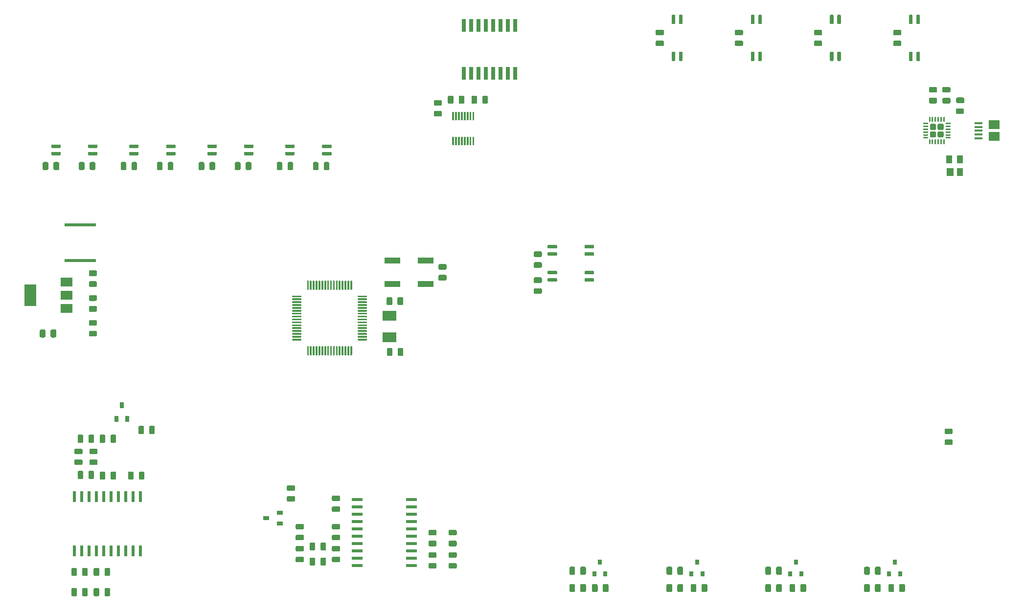
<source format=gbr>
G04 #@! TF.GenerationSoftware,KiCad,Pcbnew,(5.1.5)-3*
G04 #@! TF.CreationDate,2021-01-10T17:11:24-06:00*
G04 #@! TF.ProjectId,Dashboard,44617368-626f-4617-9264-2e6b69636164,rev?*
G04 #@! TF.SameCoordinates,Original*
G04 #@! TF.FileFunction,Paste,Top*
G04 #@! TF.FilePolarity,Positive*
%FSLAX46Y46*%
G04 Gerber Fmt 4.6, Leading zero omitted, Abs format (unit mm)*
G04 Created by KiCad (PCBNEW (5.1.5)-3) date 2021-01-10 17:11:24*
%MOMM*%
%LPD*%
G04 APERTURE LIST*
%ADD10C,0.100000*%
%ADD11R,0.760000X2.200000*%
%ADD12R,1.000000X1.400000*%
%ADD13R,1.200000X1.400000*%
%ADD14R,0.600000X1.950000*%
%ADD15R,2.400000X1.700000*%
%ADD16R,0.700000X1.000000*%
%ADD17R,1.000000X0.700000*%
%ADD18R,1.950000X0.600000*%
%ADD19R,2.000000X1.500000*%
%ADD20R,2.000000X3.800000*%
%ADD21R,2.750000X1.000000*%
%ADD22R,1.900000X1.500000*%
%ADD23R,1.350000X0.400000*%
%ADD24R,0.800000X0.900000*%
%ADD25R,5.410200X0.558800*%
G04 APERTURE END LIST*
D10*
G36*
X198180142Y-137851174D02*
G01*
X198203803Y-137854684D01*
X198227007Y-137860496D01*
X198249529Y-137868554D01*
X198271153Y-137878782D01*
X198291670Y-137891079D01*
X198310883Y-137905329D01*
X198328607Y-137921393D01*
X198344671Y-137939117D01*
X198358921Y-137958330D01*
X198371218Y-137978847D01*
X198381446Y-138000471D01*
X198389504Y-138022993D01*
X198395316Y-138046197D01*
X198398826Y-138069858D01*
X198400000Y-138093750D01*
X198400000Y-138581250D01*
X198398826Y-138605142D01*
X198395316Y-138628803D01*
X198389504Y-138652007D01*
X198381446Y-138674529D01*
X198371218Y-138696153D01*
X198358921Y-138716670D01*
X198344671Y-138735883D01*
X198328607Y-138753607D01*
X198310883Y-138769671D01*
X198291670Y-138783921D01*
X198271153Y-138796218D01*
X198249529Y-138806446D01*
X198227007Y-138814504D01*
X198203803Y-138820316D01*
X198180142Y-138823826D01*
X198156250Y-138825000D01*
X197243750Y-138825000D01*
X197219858Y-138823826D01*
X197196197Y-138820316D01*
X197172993Y-138814504D01*
X197150471Y-138806446D01*
X197128847Y-138796218D01*
X197108330Y-138783921D01*
X197089117Y-138769671D01*
X197071393Y-138753607D01*
X197055329Y-138735883D01*
X197041079Y-138716670D01*
X197028782Y-138696153D01*
X197018554Y-138674529D01*
X197010496Y-138652007D01*
X197004684Y-138628803D01*
X197001174Y-138605142D01*
X197000000Y-138581250D01*
X197000000Y-138093750D01*
X197001174Y-138069858D01*
X197004684Y-138046197D01*
X197010496Y-138022993D01*
X197018554Y-138000471D01*
X197028782Y-137978847D01*
X197041079Y-137958330D01*
X197055329Y-137939117D01*
X197071393Y-137921393D01*
X197089117Y-137905329D01*
X197108330Y-137891079D01*
X197128847Y-137878782D01*
X197150471Y-137868554D01*
X197172993Y-137860496D01*
X197196197Y-137854684D01*
X197219858Y-137851174D01*
X197243750Y-137850000D01*
X198156250Y-137850000D01*
X198180142Y-137851174D01*
G37*
G36*
X198180142Y-135976174D02*
G01*
X198203803Y-135979684D01*
X198227007Y-135985496D01*
X198249529Y-135993554D01*
X198271153Y-136003782D01*
X198291670Y-136016079D01*
X198310883Y-136030329D01*
X198328607Y-136046393D01*
X198344671Y-136064117D01*
X198358921Y-136083330D01*
X198371218Y-136103847D01*
X198381446Y-136125471D01*
X198389504Y-136147993D01*
X198395316Y-136171197D01*
X198398826Y-136194858D01*
X198400000Y-136218750D01*
X198400000Y-136706250D01*
X198398826Y-136730142D01*
X198395316Y-136753803D01*
X198389504Y-136777007D01*
X198381446Y-136799529D01*
X198371218Y-136821153D01*
X198358921Y-136841670D01*
X198344671Y-136860883D01*
X198328607Y-136878607D01*
X198310883Y-136894671D01*
X198291670Y-136908921D01*
X198271153Y-136921218D01*
X198249529Y-136931446D01*
X198227007Y-136939504D01*
X198203803Y-136945316D01*
X198180142Y-136948826D01*
X198156250Y-136950000D01*
X197243750Y-136950000D01*
X197219858Y-136948826D01*
X197196197Y-136945316D01*
X197172993Y-136939504D01*
X197150471Y-136931446D01*
X197128847Y-136921218D01*
X197108330Y-136908921D01*
X197089117Y-136894671D01*
X197071393Y-136878607D01*
X197055329Y-136860883D01*
X197041079Y-136841670D01*
X197028782Y-136821153D01*
X197018554Y-136799529D01*
X197010496Y-136777007D01*
X197004684Y-136753803D01*
X197001174Y-136730142D01*
X197000000Y-136706250D01*
X197000000Y-136218750D01*
X197001174Y-136194858D01*
X197004684Y-136171197D01*
X197010496Y-136147993D01*
X197018554Y-136125471D01*
X197028782Y-136103847D01*
X197041079Y-136083330D01*
X197055329Y-136064117D01*
X197071393Y-136046393D01*
X197089117Y-136030329D01*
X197108330Y-136016079D01*
X197128847Y-136003782D01*
X197150471Y-135993554D01*
X197172993Y-135985496D01*
X197196197Y-135979684D01*
X197219858Y-135976174D01*
X197243750Y-135975000D01*
X198156250Y-135975000D01*
X198180142Y-135976174D01*
G37*
D11*
X115025000Y-74427500D03*
X117565000Y-66172500D03*
X113755000Y-74427500D03*
X116295000Y-74427500D03*
X117565000Y-74427500D03*
X116295000Y-66172500D03*
X118835000Y-66172500D03*
X120105000Y-66172500D03*
X120105000Y-74427500D03*
X122645000Y-66172500D03*
X118835000Y-74427500D03*
X121375000Y-74427500D03*
X121375000Y-66172500D03*
X122645000Y-74427500D03*
X115025000Y-66172500D03*
X113755000Y-66172500D03*
D10*
G36*
X112032351Y-81125361D02*
G01*
X112039632Y-81126441D01*
X112046771Y-81128229D01*
X112053701Y-81130709D01*
X112060355Y-81133856D01*
X112066668Y-81137640D01*
X112072579Y-81142024D01*
X112078033Y-81146967D01*
X112082976Y-81152421D01*
X112087360Y-81158332D01*
X112091144Y-81164645D01*
X112094291Y-81171299D01*
X112096771Y-81178229D01*
X112098559Y-81185368D01*
X112099639Y-81192649D01*
X112100000Y-81200000D01*
X112100000Y-82500000D01*
X112099639Y-82507351D01*
X112098559Y-82514632D01*
X112096771Y-82521771D01*
X112094291Y-82528701D01*
X112091144Y-82535355D01*
X112087360Y-82541668D01*
X112082976Y-82547579D01*
X112078033Y-82553033D01*
X112072579Y-82557976D01*
X112066668Y-82562360D01*
X112060355Y-82566144D01*
X112053701Y-82569291D01*
X112046771Y-82571771D01*
X112039632Y-82573559D01*
X112032351Y-82574639D01*
X112025000Y-82575000D01*
X111875000Y-82575000D01*
X111867649Y-82574639D01*
X111860368Y-82573559D01*
X111853229Y-82571771D01*
X111846299Y-82569291D01*
X111839645Y-82566144D01*
X111833332Y-82562360D01*
X111827421Y-82557976D01*
X111821967Y-82553033D01*
X111817024Y-82547579D01*
X111812640Y-82541668D01*
X111808856Y-82535355D01*
X111805709Y-82528701D01*
X111803229Y-82521771D01*
X111801441Y-82514632D01*
X111800361Y-82507351D01*
X111800000Y-82500000D01*
X111800000Y-81200000D01*
X111800361Y-81192649D01*
X111801441Y-81185368D01*
X111803229Y-81178229D01*
X111805709Y-81171299D01*
X111808856Y-81164645D01*
X111812640Y-81158332D01*
X111817024Y-81152421D01*
X111821967Y-81146967D01*
X111827421Y-81142024D01*
X111833332Y-81137640D01*
X111839645Y-81133856D01*
X111846299Y-81130709D01*
X111853229Y-81128229D01*
X111860368Y-81126441D01*
X111867649Y-81125361D01*
X111875000Y-81125000D01*
X112025000Y-81125000D01*
X112032351Y-81125361D01*
G37*
G36*
X112532351Y-81125361D02*
G01*
X112539632Y-81126441D01*
X112546771Y-81128229D01*
X112553701Y-81130709D01*
X112560355Y-81133856D01*
X112566668Y-81137640D01*
X112572579Y-81142024D01*
X112578033Y-81146967D01*
X112582976Y-81152421D01*
X112587360Y-81158332D01*
X112591144Y-81164645D01*
X112594291Y-81171299D01*
X112596771Y-81178229D01*
X112598559Y-81185368D01*
X112599639Y-81192649D01*
X112600000Y-81200000D01*
X112600000Y-82500000D01*
X112599639Y-82507351D01*
X112598559Y-82514632D01*
X112596771Y-82521771D01*
X112594291Y-82528701D01*
X112591144Y-82535355D01*
X112587360Y-82541668D01*
X112582976Y-82547579D01*
X112578033Y-82553033D01*
X112572579Y-82557976D01*
X112566668Y-82562360D01*
X112560355Y-82566144D01*
X112553701Y-82569291D01*
X112546771Y-82571771D01*
X112539632Y-82573559D01*
X112532351Y-82574639D01*
X112525000Y-82575000D01*
X112375000Y-82575000D01*
X112367649Y-82574639D01*
X112360368Y-82573559D01*
X112353229Y-82571771D01*
X112346299Y-82569291D01*
X112339645Y-82566144D01*
X112333332Y-82562360D01*
X112327421Y-82557976D01*
X112321967Y-82553033D01*
X112317024Y-82547579D01*
X112312640Y-82541668D01*
X112308856Y-82535355D01*
X112305709Y-82528701D01*
X112303229Y-82521771D01*
X112301441Y-82514632D01*
X112300361Y-82507351D01*
X112300000Y-82500000D01*
X112300000Y-81200000D01*
X112300361Y-81192649D01*
X112301441Y-81185368D01*
X112303229Y-81178229D01*
X112305709Y-81171299D01*
X112308856Y-81164645D01*
X112312640Y-81158332D01*
X112317024Y-81152421D01*
X112321967Y-81146967D01*
X112327421Y-81142024D01*
X112333332Y-81137640D01*
X112339645Y-81133856D01*
X112346299Y-81130709D01*
X112353229Y-81128229D01*
X112360368Y-81126441D01*
X112367649Y-81125361D01*
X112375000Y-81125000D01*
X112525000Y-81125000D01*
X112532351Y-81125361D01*
G37*
G36*
X113032351Y-81125361D02*
G01*
X113039632Y-81126441D01*
X113046771Y-81128229D01*
X113053701Y-81130709D01*
X113060355Y-81133856D01*
X113066668Y-81137640D01*
X113072579Y-81142024D01*
X113078033Y-81146967D01*
X113082976Y-81152421D01*
X113087360Y-81158332D01*
X113091144Y-81164645D01*
X113094291Y-81171299D01*
X113096771Y-81178229D01*
X113098559Y-81185368D01*
X113099639Y-81192649D01*
X113100000Y-81200000D01*
X113100000Y-82500000D01*
X113099639Y-82507351D01*
X113098559Y-82514632D01*
X113096771Y-82521771D01*
X113094291Y-82528701D01*
X113091144Y-82535355D01*
X113087360Y-82541668D01*
X113082976Y-82547579D01*
X113078033Y-82553033D01*
X113072579Y-82557976D01*
X113066668Y-82562360D01*
X113060355Y-82566144D01*
X113053701Y-82569291D01*
X113046771Y-82571771D01*
X113039632Y-82573559D01*
X113032351Y-82574639D01*
X113025000Y-82575000D01*
X112875000Y-82575000D01*
X112867649Y-82574639D01*
X112860368Y-82573559D01*
X112853229Y-82571771D01*
X112846299Y-82569291D01*
X112839645Y-82566144D01*
X112833332Y-82562360D01*
X112827421Y-82557976D01*
X112821967Y-82553033D01*
X112817024Y-82547579D01*
X112812640Y-82541668D01*
X112808856Y-82535355D01*
X112805709Y-82528701D01*
X112803229Y-82521771D01*
X112801441Y-82514632D01*
X112800361Y-82507351D01*
X112800000Y-82500000D01*
X112800000Y-81200000D01*
X112800361Y-81192649D01*
X112801441Y-81185368D01*
X112803229Y-81178229D01*
X112805709Y-81171299D01*
X112808856Y-81164645D01*
X112812640Y-81158332D01*
X112817024Y-81152421D01*
X112821967Y-81146967D01*
X112827421Y-81142024D01*
X112833332Y-81137640D01*
X112839645Y-81133856D01*
X112846299Y-81130709D01*
X112853229Y-81128229D01*
X112860368Y-81126441D01*
X112867649Y-81125361D01*
X112875000Y-81125000D01*
X113025000Y-81125000D01*
X113032351Y-81125361D01*
G37*
G36*
X113532351Y-81125361D02*
G01*
X113539632Y-81126441D01*
X113546771Y-81128229D01*
X113553701Y-81130709D01*
X113560355Y-81133856D01*
X113566668Y-81137640D01*
X113572579Y-81142024D01*
X113578033Y-81146967D01*
X113582976Y-81152421D01*
X113587360Y-81158332D01*
X113591144Y-81164645D01*
X113594291Y-81171299D01*
X113596771Y-81178229D01*
X113598559Y-81185368D01*
X113599639Y-81192649D01*
X113600000Y-81200000D01*
X113600000Y-82500000D01*
X113599639Y-82507351D01*
X113598559Y-82514632D01*
X113596771Y-82521771D01*
X113594291Y-82528701D01*
X113591144Y-82535355D01*
X113587360Y-82541668D01*
X113582976Y-82547579D01*
X113578033Y-82553033D01*
X113572579Y-82557976D01*
X113566668Y-82562360D01*
X113560355Y-82566144D01*
X113553701Y-82569291D01*
X113546771Y-82571771D01*
X113539632Y-82573559D01*
X113532351Y-82574639D01*
X113525000Y-82575000D01*
X113375000Y-82575000D01*
X113367649Y-82574639D01*
X113360368Y-82573559D01*
X113353229Y-82571771D01*
X113346299Y-82569291D01*
X113339645Y-82566144D01*
X113333332Y-82562360D01*
X113327421Y-82557976D01*
X113321967Y-82553033D01*
X113317024Y-82547579D01*
X113312640Y-82541668D01*
X113308856Y-82535355D01*
X113305709Y-82528701D01*
X113303229Y-82521771D01*
X113301441Y-82514632D01*
X113300361Y-82507351D01*
X113300000Y-82500000D01*
X113300000Y-81200000D01*
X113300361Y-81192649D01*
X113301441Y-81185368D01*
X113303229Y-81178229D01*
X113305709Y-81171299D01*
X113308856Y-81164645D01*
X113312640Y-81158332D01*
X113317024Y-81152421D01*
X113321967Y-81146967D01*
X113327421Y-81142024D01*
X113333332Y-81137640D01*
X113339645Y-81133856D01*
X113346299Y-81130709D01*
X113353229Y-81128229D01*
X113360368Y-81126441D01*
X113367649Y-81125361D01*
X113375000Y-81125000D01*
X113525000Y-81125000D01*
X113532351Y-81125361D01*
G37*
G36*
X114032351Y-81125361D02*
G01*
X114039632Y-81126441D01*
X114046771Y-81128229D01*
X114053701Y-81130709D01*
X114060355Y-81133856D01*
X114066668Y-81137640D01*
X114072579Y-81142024D01*
X114078033Y-81146967D01*
X114082976Y-81152421D01*
X114087360Y-81158332D01*
X114091144Y-81164645D01*
X114094291Y-81171299D01*
X114096771Y-81178229D01*
X114098559Y-81185368D01*
X114099639Y-81192649D01*
X114100000Y-81200000D01*
X114100000Y-82500000D01*
X114099639Y-82507351D01*
X114098559Y-82514632D01*
X114096771Y-82521771D01*
X114094291Y-82528701D01*
X114091144Y-82535355D01*
X114087360Y-82541668D01*
X114082976Y-82547579D01*
X114078033Y-82553033D01*
X114072579Y-82557976D01*
X114066668Y-82562360D01*
X114060355Y-82566144D01*
X114053701Y-82569291D01*
X114046771Y-82571771D01*
X114039632Y-82573559D01*
X114032351Y-82574639D01*
X114025000Y-82575000D01*
X113875000Y-82575000D01*
X113867649Y-82574639D01*
X113860368Y-82573559D01*
X113853229Y-82571771D01*
X113846299Y-82569291D01*
X113839645Y-82566144D01*
X113833332Y-82562360D01*
X113827421Y-82557976D01*
X113821967Y-82553033D01*
X113817024Y-82547579D01*
X113812640Y-82541668D01*
X113808856Y-82535355D01*
X113805709Y-82528701D01*
X113803229Y-82521771D01*
X113801441Y-82514632D01*
X113800361Y-82507351D01*
X113800000Y-82500000D01*
X113800000Y-81200000D01*
X113800361Y-81192649D01*
X113801441Y-81185368D01*
X113803229Y-81178229D01*
X113805709Y-81171299D01*
X113808856Y-81164645D01*
X113812640Y-81158332D01*
X113817024Y-81152421D01*
X113821967Y-81146967D01*
X113827421Y-81142024D01*
X113833332Y-81137640D01*
X113839645Y-81133856D01*
X113846299Y-81130709D01*
X113853229Y-81128229D01*
X113860368Y-81126441D01*
X113867649Y-81125361D01*
X113875000Y-81125000D01*
X114025000Y-81125000D01*
X114032351Y-81125361D01*
G37*
G36*
X114532351Y-81125361D02*
G01*
X114539632Y-81126441D01*
X114546771Y-81128229D01*
X114553701Y-81130709D01*
X114560355Y-81133856D01*
X114566668Y-81137640D01*
X114572579Y-81142024D01*
X114578033Y-81146967D01*
X114582976Y-81152421D01*
X114587360Y-81158332D01*
X114591144Y-81164645D01*
X114594291Y-81171299D01*
X114596771Y-81178229D01*
X114598559Y-81185368D01*
X114599639Y-81192649D01*
X114600000Y-81200000D01*
X114600000Y-82500000D01*
X114599639Y-82507351D01*
X114598559Y-82514632D01*
X114596771Y-82521771D01*
X114594291Y-82528701D01*
X114591144Y-82535355D01*
X114587360Y-82541668D01*
X114582976Y-82547579D01*
X114578033Y-82553033D01*
X114572579Y-82557976D01*
X114566668Y-82562360D01*
X114560355Y-82566144D01*
X114553701Y-82569291D01*
X114546771Y-82571771D01*
X114539632Y-82573559D01*
X114532351Y-82574639D01*
X114525000Y-82575000D01*
X114375000Y-82575000D01*
X114367649Y-82574639D01*
X114360368Y-82573559D01*
X114353229Y-82571771D01*
X114346299Y-82569291D01*
X114339645Y-82566144D01*
X114333332Y-82562360D01*
X114327421Y-82557976D01*
X114321967Y-82553033D01*
X114317024Y-82547579D01*
X114312640Y-82541668D01*
X114308856Y-82535355D01*
X114305709Y-82528701D01*
X114303229Y-82521771D01*
X114301441Y-82514632D01*
X114300361Y-82507351D01*
X114300000Y-82500000D01*
X114300000Y-81200000D01*
X114300361Y-81192649D01*
X114301441Y-81185368D01*
X114303229Y-81178229D01*
X114305709Y-81171299D01*
X114308856Y-81164645D01*
X114312640Y-81158332D01*
X114317024Y-81152421D01*
X114321967Y-81146967D01*
X114327421Y-81142024D01*
X114333332Y-81137640D01*
X114339645Y-81133856D01*
X114346299Y-81130709D01*
X114353229Y-81128229D01*
X114360368Y-81126441D01*
X114367649Y-81125361D01*
X114375000Y-81125000D01*
X114525000Y-81125000D01*
X114532351Y-81125361D01*
G37*
G36*
X115032351Y-81125361D02*
G01*
X115039632Y-81126441D01*
X115046771Y-81128229D01*
X115053701Y-81130709D01*
X115060355Y-81133856D01*
X115066668Y-81137640D01*
X115072579Y-81142024D01*
X115078033Y-81146967D01*
X115082976Y-81152421D01*
X115087360Y-81158332D01*
X115091144Y-81164645D01*
X115094291Y-81171299D01*
X115096771Y-81178229D01*
X115098559Y-81185368D01*
X115099639Y-81192649D01*
X115100000Y-81200000D01*
X115100000Y-82500000D01*
X115099639Y-82507351D01*
X115098559Y-82514632D01*
X115096771Y-82521771D01*
X115094291Y-82528701D01*
X115091144Y-82535355D01*
X115087360Y-82541668D01*
X115082976Y-82547579D01*
X115078033Y-82553033D01*
X115072579Y-82557976D01*
X115066668Y-82562360D01*
X115060355Y-82566144D01*
X115053701Y-82569291D01*
X115046771Y-82571771D01*
X115039632Y-82573559D01*
X115032351Y-82574639D01*
X115025000Y-82575000D01*
X114875000Y-82575000D01*
X114867649Y-82574639D01*
X114860368Y-82573559D01*
X114853229Y-82571771D01*
X114846299Y-82569291D01*
X114839645Y-82566144D01*
X114833332Y-82562360D01*
X114827421Y-82557976D01*
X114821967Y-82553033D01*
X114817024Y-82547579D01*
X114812640Y-82541668D01*
X114808856Y-82535355D01*
X114805709Y-82528701D01*
X114803229Y-82521771D01*
X114801441Y-82514632D01*
X114800361Y-82507351D01*
X114800000Y-82500000D01*
X114800000Y-81200000D01*
X114800361Y-81192649D01*
X114801441Y-81185368D01*
X114803229Y-81178229D01*
X114805709Y-81171299D01*
X114808856Y-81164645D01*
X114812640Y-81158332D01*
X114817024Y-81152421D01*
X114821967Y-81146967D01*
X114827421Y-81142024D01*
X114833332Y-81137640D01*
X114839645Y-81133856D01*
X114846299Y-81130709D01*
X114853229Y-81128229D01*
X114860368Y-81126441D01*
X114867649Y-81125361D01*
X114875000Y-81125000D01*
X115025000Y-81125000D01*
X115032351Y-81125361D01*
G37*
G36*
X115532351Y-81125361D02*
G01*
X115539632Y-81126441D01*
X115546771Y-81128229D01*
X115553701Y-81130709D01*
X115560355Y-81133856D01*
X115566668Y-81137640D01*
X115572579Y-81142024D01*
X115578033Y-81146967D01*
X115582976Y-81152421D01*
X115587360Y-81158332D01*
X115591144Y-81164645D01*
X115594291Y-81171299D01*
X115596771Y-81178229D01*
X115598559Y-81185368D01*
X115599639Y-81192649D01*
X115600000Y-81200000D01*
X115600000Y-82500000D01*
X115599639Y-82507351D01*
X115598559Y-82514632D01*
X115596771Y-82521771D01*
X115594291Y-82528701D01*
X115591144Y-82535355D01*
X115587360Y-82541668D01*
X115582976Y-82547579D01*
X115578033Y-82553033D01*
X115572579Y-82557976D01*
X115566668Y-82562360D01*
X115560355Y-82566144D01*
X115553701Y-82569291D01*
X115546771Y-82571771D01*
X115539632Y-82573559D01*
X115532351Y-82574639D01*
X115525000Y-82575000D01*
X115375000Y-82575000D01*
X115367649Y-82574639D01*
X115360368Y-82573559D01*
X115353229Y-82571771D01*
X115346299Y-82569291D01*
X115339645Y-82566144D01*
X115333332Y-82562360D01*
X115327421Y-82557976D01*
X115321967Y-82553033D01*
X115317024Y-82547579D01*
X115312640Y-82541668D01*
X115308856Y-82535355D01*
X115305709Y-82528701D01*
X115303229Y-82521771D01*
X115301441Y-82514632D01*
X115300361Y-82507351D01*
X115300000Y-82500000D01*
X115300000Y-81200000D01*
X115300361Y-81192649D01*
X115301441Y-81185368D01*
X115303229Y-81178229D01*
X115305709Y-81171299D01*
X115308856Y-81164645D01*
X115312640Y-81158332D01*
X115317024Y-81152421D01*
X115321967Y-81146967D01*
X115327421Y-81142024D01*
X115333332Y-81137640D01*
X115339645Y-81133856D01*
X115346299Y-81130709D01*
X115353229Y-81128229D01*
X115360368Y-81126441D01*
X115367649Y-81125361D01*
X115375000Y-81125000D01*
X115525000Y-81125000D01*
X115532351Y-81125361D01*
G37*
G36*
X115532351Y-85425361D02*
G01*
X115539632Y-85426441D01*
X115546771Y-85428229D01*
X115553701Y-85430709D01*
X115560355Y-85433856D01*
X115566668Y-85437640D01*
X115572579Y-85442024D01*
X115578033Y-85446967D01*
X115582976Y-85452421D01*
X115587360Y-85458332D01*
X115591144Y-85464645D01*
X115594291Y-85471299D01*
X115596771Y-85478229D01*
X115598559Y-85485368D01*
X115599639Y-85492649D01*
X115600000Y-85500000D01*
X115600000Y-86800000D01*
X115599639Y-86807351D01*
X115598559Y-86814632D01*
X115596771Y-86821771D01*
X115594291Y-86828701D01*
X115591144Y-86835355D01*
X115587360Y-86841668D01*
X115582976Y-86847579D01*
X115578033Y-86853033D01*
X115572579Y-86857976D01*
X115566668Y-86862360D01*
X115560355Y-86866144D01*
X115553701Y-86869291D01*
X115546771Y-86871771D01*
X115539632Y-86873559D01*
X115532351Y-86874639D01*
X115525000Y-86875000D01*
X115375000Y-86875000D01*
X115367649Y-86874639D01*
X115360368Y-86873559D01*
X115353229Y-86871771D01*
X115346299Y-86869291D01*
X115339645Y-86866144D01*
X115333332Y-86862360D01*
X115327421Y-86857976D01*
X115321967Y-86853033D01*
X115317024Y-86847579D01*
X115312640Y-86841668D01*
X115308856Y-86835355D01*
X115305709Y-86828701D01*
X115303229Y-86821771D01*
X115301441Y-86814632D01*
X115300361Y-86807351D01*
X115300000Y-86800000D01*
X115300000Y-85500000D01*
X115300361Y-85492649D01*
X115301441Y-85485368D01*
X115303229Y-85478229D01*
X115305709Y-85471299D01*
X115308856Y-85464645D01*
X115312640Y-85458332D01*
X115317024Y-85452421D01*
X115321967Y-85446967D01*
X115327421Y-85442024D01*
X115333332Y-85437640D01*
X115339645Y-85433856D01*
X115346299Y-85430709D01*
X115353229Y-85428229D01*
X115360368Y-85426441D01*
X115367649Y-85425361D01*
X115375000Y-85425000D01*
X115525000Y-85425000D01*
X115532351Y-85425361D01*
G37*
G36*
X115032351Y-85425361D02*
G01*
X115039632Y-85426441D01*
X115046771Y-85428229D01*
X115053701Y-85430709D01*
X115060355Y-85433856D01*
X115066668Y-85437640D01*
X115072579Y-85442024D01*
X115078033Y-85446967D01*
X115082976Y-85452421D01*
X115087360Y-85458332D01*
X115091144Y-85464645D01*
X115094291Y-85471299D01*
X115096771Y-85478229D01*
X115098559Y-85485368D01*
X115099639Y-85492649D01*
X115100000Y-85500000D01*
X115100000Y-86800000D01*
X115099639Y-86807351D01*
X115098559Y-86814632D01*
X115096771Y-86821771D01*
X115094291Y-86828701D01*
X115091144Y-86835355D01*
X115087360Y-86841668D01*
X115082976Y-86847579D01*
X115078033Y-86853033D01*
X115072579Y-86857976D01*
X115066668Y-86862360D01*
X115060355Y-86866144D01*
X115053701Y-86869291D01*
X115046771Y-86871771D01*
X115039632Y-86873559D01*
X115032351Y-86874639D01*
X115025000Y-86875000D01*
X114875000Y-86875000D01*
X114867649Y-86874639D01*
X114860368Y-86873559D01*
X114853229Y-86871771D01*
X114846299Y-86869291D01*
X114839645Y-86866144D01*
X114833332Y-86862360D01*
X114827421Y-86857976D01*
X114821967Y-86853033D01*
X114817024Y-86847579D01*
X114812640Y-86841668D01*
X114808856Y-86835355D01*
X114805709Y-86828701D01*
X114803229Y-86821771D01*
X114801441Y-86814632D01*
X114800361Y-86807351D01*
X114800000Y-86800000D01*
X114800000Y-85500000D01*
X114800361Y-85492649D01*
X114801441Y-85485368D01*
X114803229Y-85478229D01*
X114805709Y-85471299D01*
X114808856Y-85464645D01*
X114812640Y-85458332D01*
X114817024Y-85452421D01*
X114821967Y-85446967D01*
X114827421Y-85442024D01*
X114833332Y-85437640D01*
X114839645Y-85433856D01*
X114846299Y-85430709D01*
X114853229Y-85428229D01*
X114860368Y-85426441D01*
X114867649Y-85425361D01*
X114875000Y-85425000D01*
X115025000Y-85425000D01*
X115032351Y-85425361D01*
G37*
G36*
X114532351Y-85425361D02*
G01*
X114539632Y-85426441D01*
X114546771Y-85428229D01*
X114553701Y-85430709D01*
X114560355Y-85433856D01*
X114566668Y-85437640D01*
X114572579Y-85442024D01*
X114578033Y-85446967D01*
X114582976Y-85452421D01*
X114587360Y-85458332D01*
X114591144Y-85464645D01*
X114594291Y-85471299D01*
X114596771Y-85478229D01*
X114598559Y-85485368D01*
X114599639Y-85492649D01*
X114600000Y-85500000D01*
X114600000Y-86800000D01*
X114599639Y-86807351D01*
X114598559Y-86814632D01*
X114596771Y-86821771D01*
X114594291Y-86828701D01*
X114591144Y-86835355D01*
X114587360Y-86841668D01*
X114582976Y-86847579D01*
X114578033Y-86853033D01*
X114572579Y-86857976D01*
X114566668Y-86862360D01*
X114560355Y-86866144D01*
X114553701Y-86869291D01*
X114546771Y-86871771D01*
X114539632Y-86873559D01*
X114532351Y-86874639D01*
X114525000Y-86875000D01*
X114375000Y-86875000D01*
X114367649Y-86874639D01*
X114360368Y-86873559D01*
X114353229Y-86871771D01*
X114346299Y-86869291D01*
X114339645Y-86866144D01*
X114333332Y-86862360D01*
X114327421Y-86857976D01*
X114321967Y-86853033D01*
X114317024Y-86847579D01*
X114312640Y-86841668D01*
X114308856Y-86835355D01*
X114305709Y-86828701D01*
X114303229Y-86821771D01*
X114301441Y-86814632D01*
X114300361Y-86807351D01*
X114300000Y-86800000D01*
X114300000Y-85500000D01*
X114300361Y-85492649D01*
X114301441Y-85485368D01*
X114303229Y-85478229D01*
X114305709Y-85471299D01*
X114308856Y-85464645D01*
X114312640Y-85458332D01*
X114317024Y-85452421D01*
X114321967Y-85446967D01*
X114327421Y-85442024D01*
X114333332Y-85437640D01*
X114339645Y-85433856D01*
X114346299Y-85430709D01*
X114353229Y-85428229D01*
X114360368Y-85426441D01*
X114367649Y-85425361D01*
X114375000Y-85425000D01*
X114525000Y-85425000D01*
X114532351Y-85425361D01*
G37*
G36*
X114032351Y-85425361D02*
G01*
X114039632Y-85426441D01*
X114046771Y-85428229D01*
X114053701Y-85430709D01*
X114060355Y-85433856D01*
X114066668Y-85437640D01*
X114072579Y-85442024D01*
X114078033Y-85446967D01*
X114082976Y-85452421D01*
X114087360Y-85458332D01*
X114091144Y-85464645D01*
X114094291Y-85471299D01*
X114096771Y-85478229D01*
X114098559Y-85485368D01*
X114099639Y-85492649D01*
X114100000Y-85500000D01*
X114100000Y-86800000D01*
X114099639Y-86807351D01*
X114098559Y-86814632D01*
X114096771Y-86821771D01*
X114094291Y-86828701D01*
X114091144Y-86835355D01*
X114087360Y-86841668D01*
X114082976Y-86847579D01*
X114078033Y-86853033D01*
X114072579Y-86857976D01*
X114066668Y-86862360D01*
X114060355Y-86866144D01*
X114053701Y-86869291D01*
X114046771Y-86871771D01*
X114039632Y-86873559D01*
X114032351Y-86874639D01*
X114025000Y-86875000D01*
X113875000Y-86875000D01*
X113867649Y-86874639D01*
X113860368Y-86873559D01*
X113853229Y-86871771D01*
X113846299Y-86869291D01*
X113839645Y-86866144D01*
X113833332Y-86862360D01*
X113827421Y-86857976D01*
X113821967Y-86853033D01*
X113817024Y-86847579D01*
X113812640Y-86841668D01*
X113808856Y-86835355D01*
X113805709Y-86828701D01*
X113803229Y-86821771D01*
X113801441Y-86814632D01*
X113800361Y-86807351D01*
X113800000Y-86800000D01*
X113800000Y-85500000D01*
X113800361Y-85492649D01*
X113801441Y-85485368D01*
X113803229Y-85478229D01*
X113805709Y-85471299D01*
X113808856Y-85464645D01*
X113812640Y-85458332D01*
X113817024Y-85452421D01*
X113821967Y-85446967D01*
X113827421Y-85442024D01*
X113833332Y-85437640D01*
X113839645Y-85433856D01*
X113846299Y-85430709D01*
X113853229Y-85428229D01*
X113860368Y-85426441D01*
X113867649Y-85425361D01*
X113875000Y-85425000D01*
X114025000Y-85425000D01*
X114032351Y-85425361D01*
G37*
G36*
X113532351Y-85425361D02*
G01*
X113539632Y-85426441D01*
X113546771Y-85428229D01*
X113553701Y-85430709D01*
X113560355Y-85433856D01*
X113566668Y-85437640D01*
X113572579Y-85442024D01*
X113578033Y-85446967D01*
X113582976Y-85452421D01*
X113587360Y-85458332D01*
X113591144Y-85464645D01*
X113594291Y-85471299D01*
X113596771Y-85478229D01*
X113598559Y-85485368D01*
X113599639Y-85492649D01*
X113600000Y-85500000D01*
X113600000Y-86800000D01*
X113599639Y-86807351D01*
X113598559Y-86814632D01*
X113596771Y-86821771D01*
X113594291Y-86828701D01*
X113591144Y-86835355D01*
X113587360Y-86841668D01*
X113582976Y-86847579D01*
X113578033Y-86853033D01*
X113572579Y-86857976D01*
X113566668Y-86862360D01*
X113560355Y-86866144D01*
X113553701Y-86869291D01*
X113546771Y-86871771D01*
X113539632Y-86873559D01*
X113532351Y-86874639D01*
X113525000Y-86875000D01*
X113375000Y-86875000D01*
X113367649Y-86874639D01*
X113360368Y-86873559D01*
X113353229Y-86871771D01*
X113346299Y-86869291D01*
X113339645Y-86866144D01*
X113333332Y-86862360D01*
X113327421Y-86857976D01*
X113321967Y-86853033D01*
X113317024Y-86847579D01*
X113312640Y-86841668D01*
X113308856Y-86835355D01*
X113305709Y-86828701D01*
X113303229Y-86821771D01*
X113301441Y-86814632D01*
X113300361Y-86807351D01*
X113300000Y-86800000D01*
X113300000Y-85500000D01*
X113300361Y-85492649D01*
X113301441Y-85485368D01*
X113303229Y-85478229D01*
X113305709Y-85471299D01*
X113308856Y-85464645D01*
X113312640Y-85458332D01*
X113317024Y-85452421D01*
X113321967Y-85446967D01*
X113327421Y-85442024D01*
X113333332Y-85437640D01*
X113339645Y-85433856D01*
X113346299Y-85430709D01*
X113353229Y-85428229D01*
X113360368Y-85426441D01*
X113367649Y-85425361D01*
X113375000Y-85425000D01*
X113525000Y-85425000D01*
X113532351Y-85425361D01*
G37*
G36*
X113032351Y-85425361D02*
G01*
X113039632Y-85426441D01*
X113046771Y-85428229D01*
X113053701Y-85430709D01*
X113060355Y-85433856D01*
X113066668Y-85437640D01*
X113072579Y-85442024D01*
X113078033Y-85446967D01*
X113082976Y-85452421D01*
X113087360Y-85458332D01*
X113091144Y-85464645D01*
X113094291Y-85471299D01*
X113096771Y-85478229D01*
X113098559Y-85485368D01*
X113099639Y-85492649D01*
X113100000Y-85500000D01*
X113100000Y-86800000D01*
X113099639Y-86807351D01*
X113098559Y-86814632D01*
X113096771Y-86821771D01*
X113094291Y-86828701D01*
X113091144Y-86835355D01*
X113087360Y-86841668D01*
X113082976Y-86847579D01*
X113078033Y-86853033D01*
X113072579Y-86857976D01*
X113066668Y-86862360D01*
X113060355Y-86866144D01*
X113053701Y-86869291D01*
X113046771Y-86871771D01*
X113039632Y-86873559D01*
X113032351Y-86874639D01*
X113025000Y-86875000D01*
X112875000Y-86875000D01*
X112867649Y-86874639D01*
X112860368Y-86873559D01*
X112853229Y-86871771D01*
X112846299Y-86869291D01*
X112839645Y-86866144D01*
X112833332Y-86862360D01*
X112827421Y-86857976D01*
X112821967Y-86853033D01*
X112817024Y-86847579D01*
X112812640Y-86841668D01*
X112808856Y-86835355D01*
X112805709Y-86828701D01*
X112803229Y-86821771D01*
X112801441Y-86814632D01*
X112800361Y-86807351D01*
X112800000Y-86800000D01*
X112800000Y-85500000D01*
X112800361Y-85492649D01*
X112801441Y-85485368D01*
X112803229Y-85478229D01*
X112805709Y-85471299D01*
X112808856Y-85464645D01*
X112812640Y-85458332D01*
X112817024Y-85452421D01*
X112821967Y-85446967D01*
X112827421Y-85442024D01*
X112833332Y-85437640D01*
X112839645Y-85433856D01*
X112846299Y-85430709D01*
X112853229Y-85428229D01*
X112860368Y-85426441D01*
X112867649Y-85425361D01*
X112875000Y-85425000D01*
X113025000Y-85425000D01*
X113032351Y-85425361D01*
G37*
G36*
X112532351Y-85425361D02*
G01*
X112539632Y-85426441D01*
X112546771Y-85428229D01*
X112553701Y-85430709D01*
X112560355Y-85433856D01*
X112566668Y-85437640D01*
X112572579Y-85442024D01*
X112578033Y-85446967D01*
X112582976Y-85452421D01*
X112587360Y-85458332D01*
X112591144Y-85464645D01*
X112594291Y-85471299D01*
X112596771Y-85478229D01*
X112598559Y-85485368D01*
X112599639Y-85492649D01*
X112600000Y-85500000D01*
X112600000Y-86800000D01*
X112599639Y-86807351D01*
X112598559Y-86814632D01*
X112596771Y-86821771D01*
X112594291Y-86828701D01*
X112591144Y-86835355D01*
X112587360Y-86841668D01*
X112582976Y-86847579D01*
X112578033Y-86853033D01*
X112572579Y-86857976D01*
X112566668Y-86862360D01*
X112560355Y-86866144D01*
X112553701Y-86869291D01*
X112546771Y-86871771D01*
X112539632Y-86873559D01*
X112532351Y-86874639D01*
X112525000Y-86875000D01*
X112375000Y-86875000D01*
X112367649Y-86874639D01*
X112360368Y-86873559D01*
X112353229Y-86871771D01*
X112346299Y-86869291D01*
X112339645Y-86866144D01*
X112333332Y-86862360D01*
X112327421Y-86857976D01*
X112321967Y-86853033D01*
X112317024Y-86847579D01*
X112312640Y-86841668D01*
X112308856Y-86835355D01*
X112305709Y-86828701D01*
X112303229Y-86821771D01*
X112301441Y-86814632D01*
X112300361Y-86807351D01*
X112300000Y-86800000D01*
X112300000Y-85500000D01*
X112300361Y-85492649D01*
X112301441Y-85485368D01*
X112303229Y-85478229D01*
X112305709Y-85471299D01*
X112308856Y-85464645D01*
X112312640Y-85458332D01*
X112317024Y-85452421D01*
X112321967Y-85446967D01*
X112327421Y-85442024D01*
X112333332Y-85437640D01*
X112339645Y-85433856D01*
X112346299Y-85430709D01*
X112353229Y-85428229D01*
X112360368Y-85426441D01*
X112367649Y-85425361D01*
X112375000Y-85425000D01*
X112525000Y-85425000D01*
X112532351Y-85425361D01*
G37*
G36*
X112032351Y-85425361D02*
G01*
X112039632Y-85426441D01*
X112046771Y-85428229D01*
X112053701Y-85430709D01*
X112060355Y-85433856D01*
X112066668Y-85437640D01*
X112072579Y-85442024D01*
X112078033Y-85446967D01*
X112082976Y-85452421D01*
X112087360Y-85458332D01*
X112091144Y-85464645D01*
X112094291Y-85471299D01*
X112096771Y-85478229D01*
X112098559Y-85485368D01*
X112099639Y-85492649D01*
X112100000Y-85500000D01*
X112100000Y-86800000D01*
X112099639Y-86807351D01*
X112098559Y-86814632D01*
X112096771Y-86821771D01*
X112094291Y-86828701D01*
X112091144Y-86835355D01*
X112087360Y-86841668D01*
X112082976Y-86847579D01*
X112078033Y-86853033D01*
X112072579Y-86857976D01*
X112066668Y-86862360D01*
X112060355Y-86866144D01*
X112053701Y-86869291D01*
X112046771Y-86871771D01*
X112039632Y-86873559D01*
X112032351Y-86874639D01*
X112025000Y-86875000D01*
X111875000Y-86875000D01*
X111867649Y-86874639D01*
X111860368Y-86873559D01*
X111853229Y-86871771D01*
X111846299Y-86869291D01*
X111839645Y-86866144D01*
X111833332Y-86862360D01*
X111827421Y-86857976D01*
X111821967Y-86853033D01*
X111817024Y-86847579D01*
X111812640Y-86841668D01*
X111808856Y-86835355D01*
X111805709Y-86828701D01*
X111803229Y-86821771D01*
X111801441Y-86814632D01*
X111800361Y-86807351D01*
X111800000Y-86800000D01*
X111800000Y-85500000D01*
X111800361Y-85492649D01*
X111801441Y-85485368D01*
X111803229Y-85478229D01*
X111805709Y-85471299D01*
X111808856Y-85464645D01*
X111812640Y-85458332D01*
X111817024Y-85452421D01*
X111821967Y-85446967D01*
X111827421Y-85442024D01*
X111833332Y-85437640D01*
X111839645Y-85433856D01*
X111846299Y-85430709D01*
X111853229Y-85428229D01*
X111860368Y-85426441D01*
X111867649Y-85425361D01*
X111875000Y-85425000D01*
X112025000Y-85425000D01*
X112032351Y-85425361D01*
G37*
G36*
X117742642Y-78301174D02*
G01*
X117766303Y-78304684D01*
X117789507Y-78310496D01*
X117812029Y-78318554D01*
X117833653Y-78328782D01*
X117854170Y-78341079D01*
X117873383Y-78355329D01*
X117891107Y-78371393D01*
X117907171Y-78389117D01*
X117921421Y-78408330D01*
X117933718Y-78428847D01*
X117943946Y-78450471D01*
X117952004Y-78472993D01*
X117957816Y-78496197D01*
X117961326Y-78519858D01*
X117962500Y-78543750D01*
X117962500Y-79456250D01*
X117961326Y-79480142D01*
X117957816Y-79503803D01*
X117952004Y-79527007D01*
X117943946Y-79549529D01*
X117933718Y-79571153D01*
X117921421Y-79591670D01*
X117907171Y-79610883D01*
X117891107Y-79628607D01*
X117873383Y-79644671D01*
X117854170Y-79658921D01*
X117833653Y-79671218D01*
X117812029Y-79681446D01*
X117789507Y-79689504D01*
X117766303Y-79695316D01*
X117742642Y-79698826D01*
X117718750Y-79700000D01*
X117231250Y-79700000D01*
X117207358Y-79698826D01*
X117183697Y-79695316D01*
X117160493Y-79689504D01*
X117137971Y-79681446D01*
X117116347Y-79671218D01*
X117095830Y-79658921D01*
X117076617Y-79644671D01*
X117058893Y-79628607D01*
X117042829Y-79610883D01*
X117028579Y-79591670D01*
X117016282Y-79571153D01*
X117006054Y-79549529D01*
X116997996Y-79527007D01*
X116992184Y-79503803D01*
X116988674Y-79480142D01*
X116987500Y-79456250D01*
X116987500Y-78543750D01*
X116988674Y-78519858D01*
X116992184Y-78496197D01*
X116997996Y-78472993D01*
X117006054Y-78450471D01*
X117016282Y-78428847D01*
X117028579Y-78408330D01*
X117042829Y-78389117D01*
X117058893Y-78371393D01*
X117076617Y-78355329D01*
X117095830Y-78341079D01*
X117116347Y-78328782D01*
X117137971Y-78318554D01*
X117160493Y-78310496D01*
X117183697Y-78304684D01*
X117207358Y-78301174D01*
X117231250Y-78300000D01*
X117718750Y-78300000D01*
X117742642Y-78301174D01*
G37*
G36*
X115867642Y-78301174D02*
G01*
X115891303Y-78304684D01*
X115914507Y-78310496D01*
X115937029Y-78318554D01*
X115958653Y-78328782D01*
X115979170Y-78341079D01*
X115998383Y-78355329D01*
X116016107Y-78371393D01*
X116032171Y-78389117D01*
X116046421Y-78408330D01*
X116058718Y-78428847D01*
X116068946Y-78450471D01*
X116077004Y-78472993D01*
X116082816Y-78496197D01*
X116086326Y-78519858D01*
X116087500Y-78543750D01*
X116087500Y-79456250D01*
X116086326Y-79480142D01*
X116082816Y-79503803D01*
X116077004Y-79527007D01*
X116068946Y-79549529D01*
X116058718Y-79571153D01*
X116046421Y-79591670D01*
X116032171Y-79610883D01*
X116016107Y-79628607D01*
X115998383Y-79644671D01*
X115979170Y-79658921D01*
X115958653Y-79671218D01*
X115937029Y-79681446D01*
X115914507Y-79689504D01*
X115891303Y-79695316D01*
X115867642Y-79698826D01*
X115843750Y-79700000D01*
X115356250Y-79700000D01*
X115332358Y-79698826D01*
X115308697Y-79695316D01*
X115285493Y-79689504D01*
X115262971Y-79681446D01*
X115241347Y-79671218D01*
X115220830Y-79658921D01*
X115201617Y-79644671D01*
X115183893Y-79628607D01*
X115167829Y-79610883D01*
X115153579Y-79591670D01*
X115141282Y-79571153D01*
X115131054Y-79549529D01*
X115122996Y-79527007D01*
X115117184Y-79503803D01*
X115113674Y-79480142D01*
X115112500Y-79456250D01*
X115112500Y-78543750D01*
X115113674Y-78519858D01*
X115117184Y-78496197D01*
X115122996Y-78472993D01*
X115131054Y-78450471D01*
X115141282Y-78428847D01*
X115153579Y-78408330D01*
X115167829Y-78389117D01*
X115183893Y-78371393D01*
X115201617Y-78355329D01*
X115220830Y-78341079D01*
X115241347Y-78328782D01*
X115262971Y-78318554D01*
X115285493Y-78310496D01*
X115308697Y-78304684D01*
X115332358Y-78301174D01*
X115356250Y-78300000D01*
X115843750Y-78300000D01*
X115867642Y-78301174D01*
G37*
G36*
X111792642Y-78301174D02*
G01*
X111816303Y-78304684D01*
X111839507Y-78310496D01*
X111862029Y-78318554D01*
X111883653Y-78328782D01*
X111904170Y-78341079D01*
X111923383Y-78355329D01*
X111941107Y-78371393D01*
X111957171Y-78389117D01*
X111971421Y-78408330D01*
X111983718Y-78428847D01*
X111993946Y-78450471D01*
X112002004Y-78472993D01*
X112007816Y-78496197D01*
X112011326Y-78519858D01*
X112012500Y-78543750D01*
X112012500Y-79456250D01*
X112011326Y-79480142D01*
X112007816Y-79503803D01*
X112002004Y-79527007D01*
X111993946Y-79549529D01*
X111983718Y-79571153D01*
X111971421Y-79591670D01*
X111957171Y-79610883D01*
X111941107Y-79628607D01*
X111923383Y-79644671D01*
X111904170Y-79658921D01*
X111883653Y-79671218D01*
X111862029Y-79681446D01*
X111839507Y-79689504D01*
X111816303Y-79695316D01*
X111792642Y-79698826D01*
X111768750Y-79700000D01*
X111281250Y-79700000D01*
X111257358Y-79698826D01*
X111233697Y-79695316D01*
X111210493Y-79689504D01*
X111187971Y-79681446D01*
X111166347Y-79671218D01*
X111145830Y-79658921D01*
X111126617Y-79644671D01*
X111108893Y-79628607D01*
X111092829Y-79610883D01*
X111078579Y-79591670D01*
X111066282Y-79571153D01*
X111056054Y-79549529D01*
X111047996Y-79527007D01*
X111042184Y-79503803D01*
X111038674Y-79480142D01*
X111037500Y-79456250D01*
X111037500Y-78543750D01*
X111038674Y-78519858D01*
X111042184Y-78496197D01*
X111047996Y-78472993D01*
X111056054Y-78450471D01*
X111066282Y-78428847D01*
X111078579Y-78408330D01*
X111092829Y-78389117D01*
X111108893Y-78371393D01*
X111126617Y-78355329D01*
X111145830Y-78341079D01*
X111166347Y-78328782D01*
X111187971Y-78318554D01*
X111210493Y-78310496D01*
X111233697Y-78304684D01*
X111257358Y-78301174D01*
X111281250Y-78300000D01*
X111768750Y-78300000D01*
X111792642Y-78301174D01*
G37*
G36*
X113667642Y-78301174D02*
G01*
X113691303Y-78304684D01*
X113714507Y-78310496D01*
X113737029Y-78318554D01*
X113758653Y-78328782D01*
X113779170Y-78341079D01*
X113798383Y-78355329D01*
X113816107Y-78371393D01*
X113832171Y-78389117D01*
X113846421Y-78408330D01*
X113858718Y-78428847D01*
X113868946Y-78450471D01*
X113877004Y-78472993D01*
X113882816Y-78496197D01*
X113886326Y-78519858D01*
X113887500Y-78543750D01*
X113887500Y-79456250D01*
X113886326Y-79480142D01*
X113882816Y-79503803D01*
X113877004Y-79527007D01*
X113868946Y-79549529D01*
X113858718Y-79571153D01*
X113846421Y-79591670D01*
X113832171Y-79610883D01*
X113816107Y-79628607D01*
X113798383Y-79644671D01*
X113779170Y-79658921D01*
X113758653Y-79671218D01*
X113737029Y-79681446D01*
X113714507Y-79689504D01*
X113691303Y-79695316D01*
X113667642Y-79698826D01*
X113643750Y-79700000D01*
X113156250Y-79700000D01*
X113132358Y-79698826D01*
X113108697Y-79695316D01*
X113085493Y-79689504D01*
X113062971Y-79681446D01*
X113041347Y-79671218D01*
X113020830Y-79658921D01*
X113001617Y-79644671D01*
X112983893Y-79628607D01*
X112967829Y-79610883D01*
X112953579Y-79591670D01*
X112941282Y-79571153D01*
X112931054Y-79549529D01*
X112922996Y-79527007D01*
X112917184Y-79503803D01*
X112913674Y-79480142D01*
X112912500Y-79456250D01*
X112912500Y-78543750D01*
X112913674Y-78519858D01*
X112917184Y-78496197D01*
X112922996Y-78472993D01*
X112931054Y-78450471D01*
X112941282Y-78428847D01*
X112953579Y-78408330D01*
X112967829Y-78389117D01*
X112983893Y-78371393D01*
X113001617Y-78355329D01*
X113020830Y-78341079D01*
X113041347Y-78328782D01*
X113062971Y-78318554D01*
X113085493Y-78310496D01*
X113108697Y-78304684D01*
X113132358Y-78301174D01*
X113156250Y-78300000D01*
X113643750Y-78300000D01*
X113667642Y-78301174D01*
G37*
G36*
X109780142Y-80951174D02*
G01*
X109803803Y-80954684D01*
X109827007Y-80960496D01*
X109849529Y-80968554D01*
X109871153Y-80978782D01*
X109891670Y-80991079D01*
X109910883Y-81005329D01*
X109928607Y-81021393D01*
X109944671Y-81039117D01*
X109958921Y-81058330D01*
X109971218Y-81078847D01*
X109981446Y-81100471D01*
X109989504Y-81122993D01*
X109995316Y-81146197D01*
X109998826Y-81169858D01*
X110000000Y-81193750D01*
X110000000Y-81681250D01*
X109998826Y-81705142D01*
X109995316Y-81728803D01*
X109989504Y-81752007D01*
X109981446Y-81774529D01*
X109971218Y-81796153D01*
X109958921Y-81816670D01*
X109944671Y-81835883D01*
X109928607Y-81853607D01*
X109910883Y-81869671D01*
X109891670Y-81883921D01*
X109871153Y-81896218D01*
X109849529Y-81906446D01*
X109827007Y-81914504D01*
X109803803Y-81920316D01*
X109780142Y-81923826D01*
X109756250Y-81925000D01*
X108843750Y-81925000D01*
X108819858Y-81923826D01*
X108796197Y-81920316D01*
X108772993Y-81914504D01*
X108750471Y-81906446D01*
X108728847Y-81896218D01*
X108708330Y-81883921D01*
X108689117Y-81869671D01*
X108671393Y-81853607D01*
X108655329Y-81835883D01*
X108641079Y-81816670D01*
X108628782Y-81796153D01*
X108618554Y-81774529D01*
X108610496Y-81752007D01*
X108604684Y-81728803D01*
X108601174Y-81705142D01*
X108600000Y-81681250D01*
X108600000Y-81193750D01*
X108601174Y-81169858D01*
X108604684Y-81146197D01*
X108610496Y-81122993D01*
X108618554Y-81100471D01*
X108628782Y-81078847D01*
X108641079Y-81058330D01*
X108655329Y-81039117D01*
X108671393Y-81021393D01*
X108689117Y-81005329D01*
X108708330Y-80991079D01*
X108728847Y-80978782D01*
X108750471Y-80968554D01*
X108772993Y-80960496D01*
X108796197Y-80954684D01*
X108819858Y-80951174D01*
X108843750Y-80950000D01*
X109756250Y-80950000D01*
X109780142Y-80951174D01*
G37*
G36*
X109780142Y-79076174D02*
G01*
X109803803Y-79079684D01*
X109827007Y-79085496D01*
X109849529Y-79093554D01*
X109871153Y-79103782D01*
X109891670Y-79116079D01*
X109910883Y-79130329D01*
X109928607Y-79146393D01*
X109944671Y-79164117D01*
X109958921Y-79183330D01*
X109971218Y-79203847D01*
X109981446Y-79225471D01*
X109989504Y-79247993D01*
X109995316Y-79271197D01*
X109998826Y-79294858D01*
X110000000Y-79318750D01*
X110000000Y-79806250D01*
X109998826Y-79830142D01*
X109995316Y-79853803D01*
X109989504Y-79877007D01*
X109981446Y-79899529D01*
X109971218Y-79921153D01*
X109958921Y-79941670D01*
X109944671Y-79960883D01*
X109928607Y-79978607D01*
X109910883Y-79994671D01*
X109891670Y-80008921D01*
X109871153Y-80021218D01*
X109849529Y-80031446D01*
X109827007Y-80039504D01*
X109803803Y-80045316D01*
X109780142Y-80048826D01*
X109756250Y-80050000D01*
X108843750Y-80050000D01*
X108819858Y-80048826D01*
X108796197Y-80045316D01*
X108772993Y-80039504D01*
X108750471Y-80031446D01*
X108728847Y-80021218D01*
X108708330Y-80008921D01*
X108689117Y-79994671D01*
X108671393Y-79978607D01*
X108655329Y-79960883D01*
X108641079Y-79941670D01*
X108628782Y-79921153D01*
X108618554Y-79899529D01*
X108610496Y-79877007D01*
X108604684Y-79853803D01*
X108601174Y-79830142D01*
X108600000Y-79806250D01*
X108600000Y-79318750D01*
X108601174Y-79294858D01*
X108604684Y-79271197D01*
X108610496Y-79247993D01*
X108618554Y-79225471D01*
X108628782Y-79203847D01*
X108641079Y-79183330D01*
X108655329Y-79164117D01*
X108671393Y-79146393D01*
X108689117Y-79130329D01*
X108708330Y-79116079D01*
X108728847Y-79103782D01*
X108750471Y-79093554D01*
X108772993Y-79085496D01*
X108796197Y-79079684D01*
X108819858Y-79076174D01*
X108843750Y-79075000D01*
X109756250Y-79075000D01*
X109780142Y-79076174D01*
G37*
D12*
X197750000Y-89300000D03*
X199650000Y-89300000D03*
X199650000Y-91500000D03*
D13*
X197930000Y-91500000D03*
D14*
X46385000Y-147730000D03*
X47655000Y-147730000D03*
X48925000Y-147730000D03*
X50195000Y-147730000D03*
X51465000Y-147730000D03*
X52735000Y-147730000D03*
X54005000Y-147730000D03*
X55275000Y-147730000D03*
X56545000Y-147730000D03*
X57815000Y-147730000D03*
X57815000Y-157130000D03*
X56545000Y-157130000D03*
X55275000Y-157130000D03*
X54005000Y-157130000D03*
X52735000Y-157130000D03*
X51465000Y-157130000D03*
X50195000Y-157130000D03*
X48925000Y-157130000D03*
X47655000Y-157130000D03*
X46385000Y-157130000D03*
D15*
X100900000Y-116450000D03*
X100900000Y-120150000D03*
D10*
G36*
X196968626Y-85885301D02*
G01*
X196974693Y-85886201D01*
X196980643Y-85887691D01*
X196986418Y-85889758D01*
X196991962Y-85892380D01*
X196997223Y-85895533D01*
X197002150Y-85899187D01*
X197006694Y-85903306D01*
X197010813Y-85907850D01*
X197014467Y-85912777D01*
X197017620Y-85918038D01*
X197020242Y-85923582D01*
X197022309Y-85929357D01*
X197023799Y-85935307D01*
X197024699Y-85941374D01*
X197025000Y-85947500D01*
X197025000Y-86647500D01*
X197024699Y-86653626D01*
X197023799Y-86659693D01*
X197022309Y-86665643D01*
X197020242Y-86671418D01*
X197017620Y-86676962D01*
X197014467Y-86682223D01*
X197010813Y-86687150D01*
X197006694Y-86691694D01*
X197002150Y-86695813D01*
X196997223Y-86699467D01*
X196991962Y-86702620D01*
X196986418Y-86705242D01*
X196980643Y-86707309D01*
X196974693Y-86708799D01*
X196968626Y-86709699D01*
X196962500Y-86710000D01*
X196837500Y-86710000D01*
X196831374Y-86709699D01*
X196825307Y-86708799D01*
X196819357Y-86707309D01*
X196813582Y-86705242D01*
X196808038Y-86702620D01*
X196802777Y-86699467D01*
X196797850Y-86695813D01*
X196793306Y-86691694D01*
X196789187Y-86687150D01*
X196785533Y-86682223D01*
X196782380Y-86676962D01*
X196779758Y-86671418D01*
X196777691Y-86665643D01*
X196776201Y-86659693D01*
X196775301Y-86653626D01*
X196775000Y-86647500D01*
X196775000Y-85947500D01*
X196775301Y-85941374D01*
X196776201Y-85935307D01*
X196777691Y-85929357D01*
X196779758Y-85923582D01*
X196782380Y-85918038D01*
X196785533Y-85912777D01*
X196789187Y-85907850D01*
X196793306Y-85903306D01*
X196797850Y-85899187D01*
X196802777Y-85895533D01*
X196808038Y-85892380D01*
X196813582Y-85889758D01*
X196819357Y-85887691D01*
X196825307Y-85886201D01*
X196831374Y-85885301D01*
X196837500Y-85885000D01*
X196962500Y-85885000D01*
X196968626Y-85885301D01*
G37*
G36*
X196468626Y-85885301D02*
G01*
X196474693Y-85886201D01*
X196480643Y-85887691D01*
X196486418Y-85889758D01*
X196491962Y-85892380D01*
X196497223Y-85895533D01*
X196502150Y-85899187D01*
X196506694Y-85903306D01*
X196510813Y-85907850D01*
X196514467Y-85912777D01*
X196517620Y-85918038D01*
X196520242Y-85923582D01*
X196522309Y-85929357D01*
X196523799Y-85935307D01*
X196524699Y-85941374D01*
X196525000Y-85947500D01*
X196525000Y-86647500D01*
X196524699Y-86653626D01*
X196523799Y-86659693D01*
X196522309Y-86665643D01*
X196520242Y-86671418D01*
X196517620Y-86676962D01*
X196514467Y-86682223D01*
X196510813Y-86687150D01*
X196506694Y-86691694D01*
X196502150Y-86695813D01*
X196497223Y-86699467D01*
X196491962Y-86702620D01*
X196486418Y-86705242D01*
X196480643Y-86707309D01*
X196474693Y-86708799D01*
X196468626Y-86709699D01*
X196462500Y-86710000D01*
X196337500Y-86710000D01*
X196331374Y-86709699D01*
X196325307Y-86708799D01*
X196319357Y-86707309D01*
X196313582Y-86705242D01*
X196308038Y-86702620D01*
X196302777Y-86699467D01*
X196297850Y-86695813D01*
X196293306Y-86691694D01*
X196289187Y-86687150D01*
X196285533Y-86682223D01*
X196282380Y-86676962D01*
X196279758Y-86671418D01*
X196277691Y-86665643D01*
X196276201Y-86659693D01*
X196275301Y-86653626D01*
X196275000Y-86647500D01*
X196275000Y-85947500D01*
X196275301Y-85941374D01*
X196276201Y-85935307D01*
X196277691Y-85929357D01*
X196279758Y-85923582D01*
X196282380Y-85918038D01*
X196285533Y-85912777D01*
X196289187Y-85907850D01*
X196293306Y-85903306D01*
X196297850Y-85899187D01*
X196302777Y-85895533D01*
X196308038Y-85892380D01*
X196313582Y-85889758D01*
X196319357Y-85887691D01*
X196325307Y-85886201D01*
X196331374Y-85885301D01*
X196337500Y-85885000D01*
X196462500Y-85885000D01*
X196468626Y-85885301D01*
G37*
G36*
X195968626Y-85885301D02*
G01*
X195974693Y-85886201D01*
X195980643Y-85887691D01*
X195986418Y-85889758D01*
X195991962Y-85892380D01*
X195997223Y-85895533D01*
X196002150Y-85899187D01*
X196006694Y-85903306D01*
X196010813Y-85907850D01*
X196014467Y-85912777D01*
X196017620Y-85918038D01*
X196020242Y-85923582D01*
X196022309Y-85929357D01*
X196023799Y-85935307D01*
X196024699Y-85941374D01*
X196025000Y-85947500D01*
X196025000Y-86647500D01*
X196024699Y-86653626D01*
X196023799Y-86659693D01*
X196022309Y-86665643D01*
X196020242Y-86671418D01*
X196017620Y-86676962D01*
X196014467Y-86682223D01*
X196010813Y-86687150D01*
X196006694Y-86691694D01*
X196002150Y-86695813D01*
X195997223Y-86699467D01*
X195991962Y-86702620D01*
X195986418Y-86705242D01*
X195980643Y-86707309D01*
X195974693Y-86708799D01*
X195968626Y-86709699D01*
X195962500Y-86710000D01*
X195837500Y-86710000D01*
X195831374Y-86709699D01*
X195825307Y-86708799D01*
X195819357Y-86707309D01*
X195813582Y-86705242D01*
X195808038Y-86702620D01*
X195802777Y-86699467D01*
X195797850Y-86695813D01*
X195793306Y-86691694D01*
X195789187Y-86687150D01*
X195785533Y-86682223D01*
X195782380Y-86676962D01*
X195779758Y-86671418D01*
X195777691Y-86665643D01*
X195776201Y-86659693D01*
X195775301Y-86653626D01*
X195775000Y-86647500D01*
X195775000Y-85947500D01*
X195775301Y-85941374D01*
X195776201Y-85935307D01*
X195777691Y-85929357D01*
X195779758Y-85923582D01*
X195782380Y-85918038D01*
X195785533Y-85912777D01*
X195789187Y-85907850D01*
X195793306Y-85903306D01*
X195797850Y-85899187D01*
X195802777Y-85895533D01*
X195808038Y-85892380D01*
X195813582Y-85889758D01*
X195819357Y-85887691D01*
X195825307Y-85886201D01*
X195831374Y-85885301D01*
X195837500Y-85885000D01*
X195962500Y-85885000D01*
X195968626Y-85885301D01*
G37*
G36*
X195468626Y-85885301D02*
G01*
X195474693Y-85886201D01*
X195480643Y-85887691D01*
X195486418Y-85889758D01*
X195491962Y-85892380D01*
X195497223Y-85895533D01*
X195502150Y-85899187D01*
X195506694Y-85903306D01*
X195510813Y-85907850D01*
X195514467Y-85912777D01*
X195517620Y-85918038D01*
X195520242Y-85923582D01*
X195522309Y-85929357D01*
X195523799Y-85935307D01*
X195524699Y-85941374D01*
X195525000Y-85947500D01*
X195525000Y-86647500D01*
X195524699Y-86653626D01*
X195523799Y-86659693D01*
X195522309Y-86665643D01*
X195520242Y-86671418D01*
X195517620Y-86676962D01*
X195514467Y-86682223D01*
X195510813Y-86687150D01*
X195506694Y-86691694D01*
X195502150Y-86695813D01*
X195497223Y-86699467D01*
X195491962Y-86702620D01*
X195486418Y-86705242D01*
X195480643Y-86707309D01*
X195474693Y-86708799D01*
X195468626Y-86709699D01*
X195462500Y-86710000D01*
X195337500Y-86710000D01*
X195331374Y-86709699D01*
X195325307Y-86708799D01*
X195319357Y-86707309D01*
X195313582Y-86705242D01*
X195308038Y-86702620D01*
X195302777Y-86699467D01*
X195297850Y-86695813D01*
X195293306Y-86691694D01*
X195289187Y-86687150D01*
X195285533Y-86682223D01*
X195282380Y-86676962D01*
X195279758Y-86671418D01*
X195277691Y-86665643D01*
X195276201Y-86659693D01*
X195275301Y-86653626D01*
X195275000Y-86647500D01*
X195275000Y-85947500D01*
X195275301Y-85941374D01*
X195276201Y-85935307D01*
X195277691Y-85929357D01*
X195279758Y-85923582D01*
X195282380Y-85918038D01*
X195285533Y-85912777D01*
X195289187Y-85907850D01*
X195293306Y-85903306D01*
X195297850Y-85899187D01*
X195302777Y-85895533D01*
X195308038Y-85892380D01*
X195313582Y-85889758D01*
X195319357Y-85887691D01*
X195325307Y-85886201D01*
X195331374Y-85885301D01*
X195337500Y-85885000D01*
X195462500Y-85885000D01*
X195468626Y-85885301D01*
G37*
G36*
X194968626Y-85885301D02*
G01*
X194974693Y-85886201D01*
X194980643Y-85887691D01*
X194986418Y-85889758D01*
X194991962Y-85892380D01*
X194997223Y-85895533D01*
X195002150Y-85899187D01*
X195006694Y-85903306D01*
X195010813Y-85907850D01*
X195014467Y-85912777D01*
X195017620Y-85918038D01*
X195020242Y-85923582D01*
X195022309Y-85929357D01*
X195023799Y-85935307D01*
X195024699Y-85941374D01*
X195025000Y-85947500D01*
X195025000Y-86647500D01*
X195024699Y-86653626D01*
X195023799Y-86659693D01*
X195022309Y-86665643D01*
X195020242Y-86671418D01*
X195017620Y-86676962D01*
X195014467Y-86682223D01*
X195010813Y-86687150D01*
X195006694Y-86691694D01*
X195002150Y-86695813D01*
X194997223Y-86699467D01*
X194991962Y-86702620D01*
X194986418Y-86705242D01*
X194980643Y-86707309D01*
X194974693Y-86708799D01*
X194968626Y-86709699D01*
X194962500Y-86710000D01*
X194837500Y-86710000D01*
X194831374Y-86709699D01*
X194825307Y-86708799D01*
X194819357Y-86707309D01*
X194813582Y-86705242D01*
X194808038Y-86702620D01*
X194802777Y-86699467D01*
X194797850Y-86695813D01*
X194793306Y-86691694D01*
X194789187Y-86687150D01*
X194785533Y-86682223D01*
X194782380Y-86676962D01*
X194779758Y-86671418D01*
X194777691Y-86665643D01*
X194776201Y-86659693D01*
X194775301Y-86653626D01*
X194775000Y-86647500D01*
X194775000Y-85947500D01*
X194775301Y-85941374D01*
X194776201Y-85935307D01*
X194777691Y-85929357D01*
X194779758Y-85923582D01*
X194782380Y-85918038D01*
X194785533Y-85912777D01*
X194789187Y-85907850D01*
X194793306Y-85903306D01*
X194797850Y-85899187D01*
X194802777Y-85895533D01*
X194808038Y-85892380D01*
X194813582Y-85889758D01*
X194819357Y-85887691D01*
X194825307Y-85886201D01*
X194831374Y-85885301D01*
X194837500Y-85885000D01*
X194962500Y-85885000D01*
X194968626Y-85885301D01*
G37*
G36*
X194468626Y-85885301D02*
G01*
X194474693Y-85886201D01*
X194480643Y-85887691D01*
X194486418Y-85889758D01*
X194491962Y-85892380D01*
X194497223Y-85895533D01*
X194502150Y-85899187D01*
X194506694Y-85903306D01*
X194510813Y-85907850D01*
X194514467Y-85912777D01*
X194517620Y-85918038D01*
X194520242Y-85923582D01*
X194522309Y-85929357D01*
X194523799Y-85935307D01*
X194524699Y-85941374D01*
X194525000Y-85947500D01*
X194525000Y-86647500D01*
X194524699Y-86653626D01*
X194523799Y-86659693D01*
X194522309Y-86665643D01*
X194520242Y-86671418D01*
X194517620Y-86676962D01*
X194514467Y-86682223D01*
X194510813Y-86687150D01*
X194506694Y-86691694D01*
X194502150Y-86695813D01*
X194497223Y-86699467D01*
X194491962Y-86702620D01*
X194486418Y-86705242D01*
X194480643Y-86707309D01*
X194474693Y-86708799D01*
X194468626Y-86709699D01*
X194462500Y-86710000D01*
X194337500Y-86710000D01*
X194331374Y-86709699D01*
X194325307Y-86708799D01*
X194319357Y-86707309D01*
X194313582Y-86705242D01*
X194308038Y-86702620D01*
X194302777Y-86699467D01*
X194297850Y-86695813D01*
X194293306Y-86691694D01*
X194289187Y-86687150D01*
X194285533Y-86682223D01*
X194282380Y-86676962D01*
X194279758Y-86671418D01*
X194277691Y-86665643D01*
X194276201Y-86659693D01*
X194275301Y-86653626D01*
X194275000Y-86647500D01*
X194275000Y-85947500D01*
X194275301Y-85941374D01*
X194276201Y-85935307D01*
X194277691Y-85929357D01*
X194279758Y-85923582D01*
X194282380Y-85918038D01*
X194285533Y-85912777D01*
X194289187Y-85907850D01*
X194293306Y-85903306D01*
X194297850Y-85899187D01*
X194302777Y-85895533D01*
X194308038Y-85892380D01*
X194313582Y-85889758D01*
X194319357Y-85887691D01*
X194325307Y-85886201D01*
X194331374Y-85885301D01*
X194337500Y-85885000D01*
X194462500Y-85885000D01*
X194468626Y-85885301D01*
G37*
G36*
X194068626Y-85485301D02*
G01*
X194074693Y-85486201D01*
X194080643Y-85487691D01*
X194086418Y-85489758D01*
X194091962Y-85492380D01*
X194097223Y-85495533D01*
X194102150Y-85499187D01*
X194106694Y-85503306D01*
X194110813Y-85507850D01*
X194114467Y-85512777D01*
X194117620Y-85518038D01*
X194120242Y-85523582D01*
X194122309Y-85529357D01*
X194123799Y-85535307D01*
X194124699Y-85541374D01*
X194125000Y-85547500D01*
X194125000Y-85672500D01*
X194124699Y-85678626D01*
X194123799Y-85684693D01*
X194122309Y-85690643D01*
X194120242Y-85696418D01*
X194117620Y-85701962D01*
X194114467Y-85707223D01*
X194110813Y-85712150D01*
X194106694Y-85716694D01*
X194102150Y-85720813D01*
X194097223Y-85724467D01*
X194091962Y-85727620D01*
X194086418Y-85730242D01*
X194080643Y-85732309D01*
X194074693Y-85733799D01*
X194068626Y-85734699D01*
X194062500Y-85735000D01*
X193362500Y-85735000D01*
X193356374Y-85734699D01*
X193350307Y-85733799D01*
X193344357Y-85732309D01*
X193338582Y-85730242D01*
X193333038Y-85727620D01*
X193327777Y-85724467D01*
X193322850Y-85720813D01*
X193318306Y-85716694D01*
X193314187Y-85712150D01*
X193310533Y-85707223D01*
X193307380Y-85701962D01*
X193304758Y-85696418D01*
X193302691Y-85690643D01*
X193301201Y-85684693D01*
X193300301Y-85678626D01*
X193300000Y-85672500D01*
X193300000Y-85547500D01*
X193300301Y-85541374D01*
X193301201Y-85535307D01*
X193302691Y-85529357D01*
X193304758Y-85523582D01*
X193307380Y-85518038D01*
X193310533Y-85512777D01*
X193314187Y-85507850D01*
X193318306Y-85503306D01*
X193322850Y-85499187D01*
X193327777Y-85495533D01*
X193333038Y-85492380D01*
X193338582Y-85489758D01*
X193344357Y-85487691D01*
X193350307Y-85486201D01*
X193356374Y-85485301D01*
X193362500Y-85485000D01*
X194062500Y-85485000D01*
X194068626Y-85485301D01*
G37*
G36*
X194068626Y-84985301D02*
G01*
X194074693Y-84986201D01*
X194080643Y-84987691D01*
X194086418Y-84989758D01*
X194091962Y-84992380D01*
X194097223Y-84995533D01*
X194102150Y-84999187D01*
X194106694Y-85003306D01*
X194110813Y-85007850D01*
X194114467Y-85012777D01*
X194117620Y-85018038D01*
X194120242Y-85023582D01*
X194122309Y-85029357D01*
X194123799Y-85035307D01*
X194124699Y-85041374D01*
X194125000Y-85047500D01*
X194125000Y-85172500D01*
X194124699Y-85178626D01*
X194123799Y-85184693D01*
X194122309Y-85190643D01*
X194120242Y-85196418D01*
X194117620Y-85201962D01*
X194114467Y-85207223D01*
X194110813Y-85212150D01*
X194106694Y-85216694D01*
X194102150Y-85220813D01*
X194097223Y-85224467D01*
X194091962Y-85227620D01*
X194086418Y-85230242D01*
X194080643Y-85232309D01*
X194074693Y-85233799D01*
X194068626Y-85234699D01*
X194062500Y-85235000D01*
X193362500Y-85235000D01*
X193356374Y-85234699D01*
X193350307Y-85233799D01*
X193344357Y-85232309D01*
X193338582Y-85230242D01*
X193333038Y-85227620D01*
X193327777Y-85224467D01*
X193322850Y-85220813D01*
X193318306Y-85216694D01*
X193314187Y-85212150D01*
X193310533Y-85207223D01*
X193307380Y-85201962D01*
X193304758Y-85196418D01*
X193302691Y-85190643D01*
X193301201Y-85184693D01*
X193300301Y-85178626D01*
X193300000Y-85172500D01*
X193300000Y-85047500D01*
X193300301Y-85041374D01*
X193301201Y-85035307D01*
X193302691Y-85029357D01*
X193304758Y-85023582D01*
X193307380Y-85018038D01*
X193310533Y-85012777D01*
X193314187Y-85007850D01*
X193318306Y-85003306D01*
X193322850Y-84999187D01*
X193327777Y-84995533D01*
X193333038Y-84992380D01*
X193338582Y-84989758D01*
X193344357Y-84987691D01*
X193350307Y-84986201D01*
X193356374Y-84985301D01*
X193362500Y-84985000D01*
X194062500Y-84985000D01*
X194068626Y-84985301D01*
G37*
G36*
X194068626Y-84485301D02*
G01*
X194074693Y-84486201D01*
X194080643Y-84487691D01*
X194086418Y-84489758D01*
X194091962Y-84492380D01*
X194097223Y-84495533D01*
X194102150Y-84499187D01*
X194106694Y-84503306D01*
X194110813Y-84507850D01*
X194114467Y-84512777D01*
X194117620Y-84518038D01*
X194120242Y-84523582D01*
X194122309Y-84529357D01*
X194123799Y-84535307D01*
X194124699Y-84541374D01*
X194125000Y-84547500D01*
X194125000Y-84672500D01*
X194124699Y-84678626D01*
X194123799Y-84684693D01*
X194122309Y-84690643D01*
X194120242Y-84696418D01*
X194117620Y-84701962D01*
X194114467Y-84707223D01*
X194110813Y-84712150D01*
X194106694Y-84716694D01*
X194102150Y-84720813D01*
X194097223Y-84724467D01*
X194091962Y-84727620D01*
X194086418Y-84730242D01*
X194080643Y-84732309D01*
X194074693Y-84733799D01*
X194068626Y-84734699D01*
X194062500Y-84735000D01*
X193362500Y-84735000D01*
X193356374Y-84734699D01*
X193350307Y-84733799D01*
X193344357Y-84732309D01*
X193338582Y-84730242D01*
X193333038Y-84727620D01*
X193327777Y-84724467D01*
X193322850Y-84720813D01*
X193318306Y-84716694D01*
X193314187Y-84712150D01*
X193310533Y-84707223D01*
X193307380Y-84701962D01*
X193304758Y-84696418D01*
X193302691Y-84690643D01*
X193301201Y-84684693D01*
X193300301Y-84678626D01*
X193300000Y-84672500D01*
X193300000Y-84547500D01*
X193300301Y-84541374D01*
X193301201Y-84535307D01*
X193302691Y-84529357D01*
X193304758Y-84523582D01*
X193307380Y-84518038D01*
X193310533Y-84512777D01*
X193314187Y-84507850D01*
X193318306Y-84503306D01*
X193322850Y-84499187D01*
X193327777Y-84495533D01*
X193333038Y-84492380D01*
X193338582Y-84489758D01*
X193344357Y-84487691D01*
X193350307Y-84486201D01*
X193356374Y-84485301D01*
X193362500Y-84485000D01*
X194062500Y-84485000D01*
X194068626Y-84485301D01*
G37*
G36*
X194068626Y-83985301D02*
G01*
X194074693Y-83986201D01*
X194080643Y-83987691D01*
X194086418Y-83989758D01*
X194091962Y-83992380D01*
X194097223Y-83995533D01*
X194102150Y-83999187D01*
X194106694Y-84003306D01*
X194110813Y-84007850D01*
X194114467Y-84012777D01*
X194117620Y-84018038D01*
X194120242Y-84023582D01*
X194122309Y-84029357D01*
X194123799Y-84035307D01*
X194124699Y-84041374D01*
X194125000Y-84047500D01*
X194125000Y-84172500D01*
X194124699Y-84178626D01*
X194123799Y-84184693D01*
X194122309Y-84190643D01*
X194120242Y-84196418D01*
X194117620Y-84201962D01*
X194114467Y-84207223D01*
X194110813Y-84212150D01*
X194106694Y-84216694D01*
X194102150Y-84220813D01*
X194097223Y-84224467D01*
X194091962Y-84227620D01*
X194086418Y-84230242D01*
X194080643Y-84232309D01*
X194074693Y-84233799D01*
X194068626Y-84234699D01*
X194062500Y-84235000D01*
X193362500Y-84235000D01*
X193356374Y-84234699D01*
X193350307Y-84233799D01*
X193344357Y-84232309D01*
X193338582Y-84230242D01*
X193333038Y-84227620D01*
X193327777Y-84224467D01*
X193322850Y-84220813D01*
X193318306Y-84216694D01*
X193314187Y-84212150D01*
X193310533Y-84207223D01*
X193307380Y-84201962D01*
X193304758Y-84196418D01*
X193302691Y-84190643D01*
X193301201Y-84184693D01*
X193300301Y-84178626D01*
X193300000Y-84172500D01*
X193300000Y-84047500D01*
X193300301Y-84041374D01*
X193301201Y-84035307D01*
X193302691Y-84029357D01*
X193304758Y-84023582D01*
X193307380Y-84018038D01*
X193310533Y-84012777D01*
X193314187Y-84007850D01*
X193318306Y-84003306D01*
X193322850Y-83999187D01*
X193327777Y-83995533D01*
X193333038Y-83992380D01*
X193338582Y-83989758D01*
X193344357Y-83987691D01*
X193350307Y-83986201D01*
X193356374Y-83985301D01*
X193362500Y-83985000D01*
X194062500Y-83985000D01*
X194068626Y-83985301D01*
G37*
G36*
X194068626Y-83485301D02*
G01*
X194074693Y-83486201D01*
X194080643Y-83487691D01*
X194086418Y-83489758D01*
X194091962Y-83492380D01*
X194097223Y-83495533D01*
X194102150Y-83499187D01*
X194106694Y-83503306D01*
X194110813Y-83507850D01*
X194114467Y-83512777D01*
X194117620Y-83518038D01*
X194120242Y-83523582D01*
X194122309Y-83529357D01*
X194123799Y-83535307D01*
X194124699Y-83541374D01*
X194125000Y-83547500D01*
X194125000Y-83672500D01*
X194124699Y-83678626D01*
X194123799Y-83684693D01*
X194122309Y-83690643D01*
X194120242Y-83696418D01*
X194117620Y-83701962D01*
X194114467Y-83707223D01*
X194110813Y-83712150D01*
X194106694Y-83716694D01*
X194102150Y-83720813D01*
X194097223Y-83724467D01*
X194091962Y-83727620D01*
X194086418Y-83730242D01*
X194080643Y-83732309D01*
X194074693Y-83733799D01*
X194068626Y-83734699D01*
X194062500Y-83735000D01*
X193362500Y-83735000D01*
X193356374Y-83734699D01*
X193350307Y-83733799D01*
X193344357Y-83732309D01*
X193338582Y-83730242D01*
X193333038Y-83727620D01*
X193327777Y-83724467D01*
X193322850Y-83720813D01*
X193318306Y-83716694D01*
X193314187Y-83712150D01*
X193310533Y-83707223D01*
X193307380Y-83701962D01*
X193304758Y-83696418D01*
X193302691Y-83690643D01*
X193301201Y-83684693D01*
X193300301Y-83678626D01*
X193300000Y-83672500D01*
X193300000Y-83547500D01*
X193300301Y-83541374D01*
X193301201Y-83535307D01*
X193302691Y-83529357D01*
X193304758Y-83523582D01*
X193307380Y-83518038D01*
X193310533Y-83512777D01*
X193314187Y-83507850D01*
X193318306Y-83503306D01*
X193322850Y-83499187D01*
X193327777Y-83495533D01*
X193333038Y-83492380D01*
X193338582Y-83489758D01*
X193344357Y-83487691D01*
X193350307Y-83486201D01*
X193356374Y-83485301D01*
X193362500Y-83485000D01*
X194062500Y-83485000D01*
X194068626Y-83485301D01*
G37*
G36*
X194068626Y-82985301D02*
G01*
X194074693Y-82986201D01*
X194080643Y-82987691D01*
X194086418Y-82989758D01*
X194091962Y-82992380D01*
X194097223Y-82995533D01*
X194102150Y-82999187D01*
X194106694Y-83003306D01*
X194110813Y-83007850D01*
X194114467Y-83012777D01*
X194117620Y-83018038D01*
X194120242Y-83023582D01*
X194122309Y-83029357D01*
X194123799Y-83035307D01*
X194124699Y-83041374D01*
X194125000Y-83047500D01*
X194125000Y-83172500D01*
X194124699Y-83178626D01*
X194123799Y-83184693D01*
X194122309Y-83190643D01*
X194120242Y-83196418D01*
X194117620Y-83201962D01*
X194114467Y-83207223D01*
X194110813Y-83212150D01*
X194106694Y-83216694D01*
X194102150Y-83220813D01*
X194097223Y-83224467D01*
X194091962Y-83227620D01*
X194086418Y-83230242D01*
X194080643Y-83232309D01*
X194074693Y-83233799D01*
X194068626Y-83234699D01*
X194062500Y-83235000D01*
X193362500Y-83235000D01*
X193356374Y-83234699D01*
X193350307Y-83233799D01*
X193344357Y-83232309D01*
X193338582Y-83230242D01*
X193333038Y-83227620D01*
X193327777Y-83224467D01*
X193322850Y-83220813D01*
X193318306Y-83216694D01*
X193314187Y-83212150D01*
X193310533Y-83207223D01*
X193307380Y-83201962D01*
X193304758Y-83196418D01*
X193302691Y-83190643D01*
X193301201Y-83184693D01*
X193300301Y-83178626D01*
X193300000Y-83172500D01*
X193300000Y-83047500D01*
X193300301Y-83041374D01*
X193301201Y-83035307D01*
X193302691Y-83029357D01*
X193304758Y-83023582D01*
X193307380Y-83018038D01*
X193310533Y-83012777D01*
X193314187Y-83007850D01*
X193318306Y-83003306D01*
X193322850Y-82999187D01*
X193327777Y-82995533D01*
X193333038Y-82992380D01*
X193338582Y-82989758D01*
X193344357Y-82987691D01*
X193350307Y-82986201D01*
X193356374Y-82985301D01*
X193362500Y-82985000D01*
X194062500Y-82985000D01*
X194068626Y-82985301D01*
G37*
G36*
X194468626Y-82010301D02*
G01*
X194474693Y-82011201D01*
X194480643Y-82012691D01*
X194486418Y-82014758D01*
X194491962Y-82017380D01*
X194497223Y-82020533D01*
X194502150Y-82024187D01*
X194506694Y-82028306D01*
X194510813Y-82032850D01*
X194514467Y-82037777D01*
X194517620Y-82043038D01*
X194520242Y-82048582D01*
X194522309Y-82054357D01*
X194523799Y-82060307D01*
X194524699Y-82066374D01*
X194525000Y-82072500D01*
X194525000Y-82772500D01*
X194524699Y-82778626D01*
X194523799Y-82784693D01*
X194522309Y-82790643D01*
X194520242Y-82796418D01*
X194517620Y-82801962D01*
X194514467Y-82807223D01*
X194510813Y-82812150D01*
X194506694Y-82816694D01*
X194502150Y-82820813D01*
X194497223Y-82824467D01*
X194491962Y-82827620D01*
X194486418Y-82830242D01*
X194480643Y-82832309D01*
X194474693Y-82833799D01*
X194468626Y-82834699D01*
X194462500Y-82835000D01*
X194337500Y-82835000D01*
X194331374Y-82834699D01*
X194325307Y-82833799D01*
X194319357Y-82832309D01*
X194313582Y-82830242D01*
X194308038Y-82827620D01*
X194302777Y-82824467D01*
X194297850Y-82820813D01*
X194293306Y-82816694D01*
X194289187Y-82812150D01*
X194285533Y-82807223D01*
X194282380Y-82801962D01*
X194279758Y-82796418D01*
X194277691Y-82790643D01*
X194276201Y-82784693D01*
X194275301Y-82778626D01*
X194275000Y-82772500D01*
X194275000Y-82072500D01*
X194275301Y-82066374D01*
X194276201Y-82060307D01*
X194277691Y-82054357D01*
X194279758Y-82048582D01*
X194282380Y-82043038D01*
X194285533Y-82037777D01*
X194289187Y-82032850D01*
X194293306Y-82028306D01*
X194297850Y-82024187D01*
X194302777Y-82020533D01*
X194308038Y-82017380D01*
X194313582Y-82014758D01*
X194319357Y-82012691D01*
X194325307Y-82011201D01*
X194331374Y-82010301D01*
X194337500Y-82010000D01*
X194462500Y-82010000D01*
X194468626Y-82010301D01*
G37*
G36*
X194968626Y-82010301D02*
G01*
X194974693Y-82011201D01*
X194980643Y-82012691D01*
X194986418Y-82014758D01*
X194991962Y-82017380D01*
X194997223Y-82020533D01*
X195002150Y-82024187D01*
X195006694Y-82028306D01*
X195010813Y-82032850D01*
X195014467Y-82037777D01*
X195017620Y-82043038D01*
X195020242Y-82048582D01*
X195022309Y-82054357D01*
X195023799Y-82060307D01*
X195024699Y-82066374D01*
X195025000Y-82072500D01*
X195025000Y-82772500D01*
X195024699Y-82778626D01*
X195023799Y-82784693D01*
X195022309Y-82790643D01*
X195020242Y-82796418D01*
X195017620Y-82801962D01*
X195014467Y-82807223D01*
X195010813Y-82812150D01*
X195006694Y-82816694D01*
X195002150Y-82820813D01*
X194997223Y-82824467D01*
X194991962Y-82827620D01*
X194986418Y-82830242D01*
X194980643Y-82832309D01*
X194974693Y-82833799D01*
X194968626Y-82834699D01*
X194962500Y-82835000D01*
X194837500Y-82835000D01*
X194831374Y-82834699D01*
X194825307Y-82833799D01*
X194819357Y-82832309D01*
X194813582Y-82830242D01*
X194808038Y-82827620D01*
X194802777Y-82824467D01*
X194797850Y-82820813D01*
X194793306Y-82816694D01*
X194789187Y-82812150D01*
X194785533Y-82807223D01*
X194782380Y-82801962D01*
X194779758Y-82796418D01*
X194777691Y-82790643D01*
X194776201Y-82784693D01*
X194775301Y-82778626D01*
X194775000Y-82772500D01*
X194775000Y-82072500D01*
X194775301Y-82066374D01*
X194776201Y-82060307D01*
X194777691Y-82054357D01*
X194779758Y-82048582D01*
X194782380Y-82043038D01*
X194785533Y-82037777D01*
X194789187Y-82032850D01*
X194793306Y-82028306D01*
X194797850Y-82024187D01*
X194802777Y-82020533D01*
X194808038Y-82017380D01*
X194813582Y-82014758D01*
X194819357Y-82012691D01*
X194825307Y-82011201D01*
X194831374Y-82010301D01*
X194837500Y-82010000D01*
X194962500Y-82010000D01*
X194968626Y-82010301D01*
G37*
G36*
X195468626Y-82010301D02*
G01*
X195474693Y-82011201D01*
X195480643Y-82012691D01*
X195486418Y-82014758D01*
X195491962Y-82017380D01*
X195497223Y-82020533D01*
X195502150Y-82024187D01*
X195506694Y-82028306D01*
X195510813Y-82032850D01*
X195514467Y-82037777D01*
X195517620Y-82043038D01*
X195520242Y-82048582D01*
X195522309Y-82054357D01*
X195523799Y-82060307D01*
X195524699Y-82066374D01*
X195525000Y-82072500D01*
X195525000Y-82772500D01*
X195524699Y-82778626D01*
X195523799Y-82784693D01*
X195522309Y-82790643D01*
X195520242Y-82796418D01*
X195517620Y-82801962D01*
X195514467Y-82807223D01*
X195510813Y-82812150D01*
X195506694Y-82816694D01*
X195502150Y-82820813D01*
X195497223Y-82824467D01*
X195491962Y-82827620D01*
X195486418Y-82830242D01*
X195480643Y-82832309D01*
X195474693Y-82833799D01*
X195468626Y-82834699D01*
X195462500Y-82835000D01*
X195337500Y-82835000D01*
X195331374Y-82834699D01*
X195325307Y-82833799D01*
X195319357Y-82832309D01*
X195313582Y-82830242D01*
X195308038Y-82827620D01*
X195302777Y-82824467D01*
X195297850Y-82820813D01*
X195293306Y-82816694D01*
X195289187Y-82812150D01*
X195285533Y-82807223D01*
X195282380Y-82801962D01*
X195279758Y-82796418D01*
X195277691Y-82790643D01*
X195276201Y-82784693D01*
X195275301Y-82778626D01*
X195275000Y-82772500D01*
X195275000Y-82072500D01*
X195275301Y-82066374D01*
X195276201Y-82060307D01*
X195277691Y-82054357D01*
X195279758Y-82048582D01*
X195282380Y-82043038D01*
X195285533Y-82037777D01*
X195289187Y-82032850D01*
X195293306Y-82028306D01*
X195297850Y-82024187D01*
X195302777Y-82020533D01*
X195308038Y-82017380D01*
X195313582Y-82014758D01*
X195319357Y-82012691D01*
X195325307Y-82011201D01*
X195331374Y-82010301D01*
X195337500Y-82010000D01*
X195462500Y-82010000D01*
X195468626Y-82010301D01*
G37*
G36*
X195968626Y-82010301D02*
G01*
X195974693Y-82011201D01*
X195980643Y-82012691D01*
X195986418Y-82014758D01*
X195991962Y-82017380D01*
X195997223Y-82020533D01*
X196002150Y-82024187D01*
X196006694Y-82028306D01*
X196010813Y-82032850D01*
X196014467Y-82037777D01*
X196017620Y-82043038D01*
X196020242Y-82048582D01*
X196022309Y-82054357D01*
X196023799Y-82060307D01*
X196024699Y-82066374D01*
X196025000Y-82072500D01*
X196025000Y-82772500D01*
X196024699Y-82778626D01*
X196023799Y-82784693D01*
X196022309Y-82790643D01*
X196020242Y-82796418D01*
X196017620Y-82801962D01*
X196014467Y-82807223D01*
X196010813Y-82812150D01*
X196006694Y-82816694D01*
X196002150Y-82820813D01*
X195997223Y-82824467D01*
X195991962Y-82827620D01*
X195986418Y-82830242D01*
X195980643Y-82832309D01*
X195974693Y-82833799D01*
X195968626Y-82834699D01*
X195962500Y-82835000D01*
X195837500Y-82835000D01*
X195831374Y-82834699D01*
X195825307Y-82833799D01*
X195819357Y-82832309D01*
X195813582Y-82830242D01*
X195808038Y-82827620D01*
X195802777Y-82824467D01*
X195797850Y-82820813D01*
X195793306Y-82816694D01*
X195789187Y-82812150D01*
X195785533Y-82807223D01*
X195782380Y-82801962D01*
X195779758Y-82796418D01*
X195777691Y-82790643D01*
X195776201Y-82784693D01*
X195775301Y-82778626D01*
X195775000Y-82772500D01*
X195775000Y-82072500D01*
X195775301Y-82066374D01*
X195776201Y-82060307D01*
X195777691Y-82054357D01*
X195779758Y-82048582D01*
X195782380Y-82043038D01*
X195785533Y-82037777D01*
X195789187Y-82032850D01*
X195793306Y-82028306D01*
X195797850Y-82024187D01*
X195802777Y-82020533D01*
X195808038Y-82017380D01*
X195813582Y-82014758D01*
X195819357Y-82012691D01*
X195825307Y-82011201D01*
X195831374Y-82010301D01*
X195837500Y-82010000D01*
X195962500Y-82010000D01*
X195968626Y-82010301D01*
G37*
G36*
X196468626Y-82010301D02*
G01*
X196474693Y-82011201D01*
X196480643Y-82012691D01*
X196486418Y-82014758D01*
X196491962Y-82017380D01*
X196497223Y-82020533D01*
X196502150Y-82024187D01*
X196506694Y-82028306D01*
X196510813Y-82032850D01*
X196514467Y-82037777D01*
X196517620Y-82043038D01*
X196520242Y-82048582D01*
X196522309Y-82054357D01*
X196523799Y-82060307D01*
X196524699Y-82066374D01*
X196525000Y-82072500D01*
X196525000Y-82772500D01*
X196524699Y-82778626D01*
X196523799Y-82784693D01*
X196522309Y-82790643D01*
X196520242Y-82796418D01*
X196517620Y-82801962D01*
X196514467Y-82807223D01*
X196510813Y-82812150D01*
X196506694Y-82816694D01*
X196502150Y-82820813D01*
X196497223Y-82824467D01*
X196491962Y-82827620D01*
X196486418Y-82830242D01*
X196480643Y-82832309D01*
X196474693Y-82833799D01*
X196468626Y-82834699D01*
X196462500Y-82835000D01*
X196337500Y-82835000D01*
X196331374Y-82834699D01*
X196325307Y-82833799D01*
X196319357Y-82832309D01*
X196313582Y-82830242D01*
X196308038Y-82827620D01*
X196302777Y-82824467D01*
X196297850Y-82820813D01*
X196293306Y-82816694D01*
X196289187Y-82812150D01*
X196285533Y-82807223D01*
X196282380Y-82801962D01*
X196279758Y-82796418D01*
X196277691Y-82790643D01*
X196276201Y-82784693D01*
X196275301Y-82778626D01*
X196275000Y-82772500D01*
X196275000Y-82072500D01*
X196275301Y-82066374D01*
X196276201Y-82060307D01*
X196277691Y-82054357D01*
X196279758Y-82048582D01*
X196282380Y-82043038D01*
X196285533Y-82037777D01*
X196289187Y-82032850D01*
X196293306Y-82028306D01*
X196297850Y-82024187D01*
X196302777Y-82020533D01*
X196308038Y-82017380D01*
X196313582Y-82014758D01*
X196319357Y-82012691D01*
X196325307Y-82011201D01*
X196331374Y-82010301D01*
X196337500Y-82010000D01*
X196462500Y-82010000D01*
X196468626Y-82010301D01*
G37*
G36*
X196968626Y-82010301D02*
G01*
X196974693Y-82011201D01*
X196980643Y-82012691D01*
X196986418Y-82014758D01*
X196991962Y-82017380D01*
X196997223Y-82020533D01*
X197002150Y-82024187D01*
X197006694Y-82028306D01*
X197010813Y-82032850D01*
X197014467Y-82037777D01*
X197017620Y-82043038D01*
X197020242Y-82048582D01*
X197022309Y-82054357D01*
X197023799Y-82060307D01*
X197024699Y-82066374D01*
X197025000Y-82072500D01*
X197025000Y-82772500D01*
X197024699Y-82778626D01*
X197023799Y-82784693D01*
X197022309Y-82790643D01*
X197020242Y-82796418D01*
X197017620Y-82801962D01*
X197014467Y-82807223D01*
X197010813Y-82812150D01*
X197006694Y-82816694D01*
X197002150Y-82820813D01*
X196997223Y-82824467D01*
X196991962Y-82827620D01*
X196986418Y-82830242D01*
X196980643Y-82832309D01*
X196974693Y-82833799D01*
X196968626Y-82834699D01*
X196962500Y-82835000D01*
X196837500Y-82835000D01*
X196831374Y-82834699D01*
X196825307Y-82833799D01*
X196819357Y-82832309D01*
X196813582Y-82830242D01*
X196808038Y-82827620D01*
X196802777Y-82824467D01*
X196797850Y-82820813D01*
X196793306Y-82816694D01*
X196789187Y-82812150D01*
X196785533Y-82807223D01*
X196782380Y-82801962D01*
X196779758Y-82796418D01*
X196777691Y-82790643D01*
X196776201Y-82784693D01*
X196775301Y-82778626D01*
X196775000Y-82772500D01*
X196775000Y-82072500D01*
X196775301Y-82066374D01*
X196776201Y-82060307D01*
X196777691Y-82054357D01*
X196779758Y-82048582D01*
X196782380Y-82043038D01*
X196785533Y-82037777D01*
X196789187Y-82032850D01*
X196793306Y-82028306D01*
X196797850Y-82024187D01*
X196802777Y-82020533D01*
X196808038Y-82017380D01*
X196813582Y-82014758D01*
X196819357Y-82012691D01*
X196825307Y-82011201D01*
X196831374Y-82010301D01*
X196837500Y-82010000D01*
X196962500Y-82010000D01*
X196968626Y-82010301D01*
G37*
G36*
X197943626Y-82985301D02*
G01*
X197949693Y-82986201D01*
X197955643Y-82987691D01*
X197961418Y-82989758D01*
X197966962Y-82992380D01*
X197972223Y-82995533D01*
X197977150Y-82999187D01*
X197981694Y-83003306D01*
X197985813Y-83007850D01*
X197989467Y-83012777D01*
X197992620Y-83018038D01*
X197995242Y-83023582D01*
X197997309Y-83029357D01*
X197998799Y-83035307D01*
X197999699Y-83041374D01*
X198000000Y-83047500D01*
X198000000Y-83172500D01*
X197999699Y-83178626D01*
X197998799Y-83184693D01*
X197997309Y-83190643D01*
X197995242Y-83196418D01*
X197992620Y-83201962D01*
X197989467Y-83207223D01*
X197985813Y-83212150D01*
X197981694Y-83216694D01*
X197977150Y-83220813D01*
X197972223Y-83224467D01*
X197966962Y-83227620D01*
X197961418Y-83230242D01*
X197955643Y-83232309D01*
X197949693Y-83233799D01*
X197943626Y-83234699D01*
X197937500Y-83235000D01*
X197237500Y-83235000D01*
X197231374Y-83234699D01*
X197225307Y-83233799D01*
X197219357Y-83232309D01*
X197213582Y-83230242D01*
X197208038Y-83227620D01*
X197202777Y-83224467D01*
X197197850Y-83220813D01*
X197193306Y-83216694D01*
X197189187Y-83212150D01*
X197185533Y-83207223D01*
X197182380Y-83201962D01*
X197179758Y-83196418D01*
X197177691Y-83190643D01*
X197176201Y-83184693D01*
X197175301Y-83178626D01*
X197175000Y-83172500D01*
X197175000Y-83047500D01*
X197175301Y-83041374D01*
X197176201Y-83035307D01*
X197177691Y-83029357D01*
X197179758Y-83023582D01*
X197182380Y-83018038D01*
X197185533Y-83012777D01*
X197189187Y-83007850D01*
X197193306Y-83003306D01*
X197197850Y-82999187D01*
X197202777Y-82995533D01*
X197208038Y-82992380D01*
X197213582Y-82989758D01*
X197219357Y-82987691D01*
X197225307Y-82986201D01*
X197231374Y-82985301D01*
X197237500Y-82985000D01*
X197937500Y-82985000D01*
X197943626Y-82985301D01*
G37*
G36*
X197943626Y-83485301D02*
G01*
X197949693Y-83486201D01*
X197955643Y-83487691D01*
X197961418Y-83489758D01*
X197966962Y-83492380D01*
X197972223Y-83495533D01*
X197977150Y-83499187D01*
X197981694Y-83503306D01*
X197985813Y-83507850D01*
X197989467Y-83512777D01*
X197992620Y-83518038D01*
X197995242Y-83523582D01*
X197997309Y-83529357D01*
X197998799Y-83535307D01*
X197999699Y-83541374D01*
X198000000Y-83547500D01*
X198000000Y-83672500D01*
X197999699Y-83678626D01*
X197998799Y-83684693D01*
X197997309Y-83690643D01*
X197995242Y-83696418D01*
X197992620Y-83701962D01*
X197989467Y-83707223D01*
X197985813Y-83712150D01*
X197981694Y-83716694D01*
X197977150Y-83720813D01*
X197972223Y-83724467D01*
X197966962Y-83727620D01*
X197961418Y-83730242D01*
X197955643Y-83732309D01*
X197949693Y-83733799D01*
X197943626Y-83734699D01*
X197937500Y-83735000D01*
X197237500Y-83735000D01*
X197231374Y-83734699D01*
X197225307Y-83733799D01*
X197219357Y-83732309D01*
X197213582Y-83730242D01*
X197208038Y-83727620D01*
X197202777Y-83724467D01*
X197197850Y-83720813D01*
X197193306Y-83716694D01*
X197189187Y-83712150D01*
X197185533Y-83707223D01*
X197182380Y-83701962D01*
X197179758Y-83696418D01*
X197177691Y-83690643D01*
X197176201Y-83684693D01*
X197175301Y-83678626D01*
X197175000Y-83672500D01*
X197175000Y-83547500D01*
X197175301Y-83541374D01*
X197176201Y-83535307D01*
X197177691Y-83529357D01*
X197179758Y-83523582D01*
X197182380Y-83518038D01*
X197185533Y-83512777D01*
X197189187Y-83507850D01*
X197193306Y-83503306D01*
X197197850Y-83499187D01*
X197202777Y-83495533D01*
X197208038Y-83492380D01*
X197213582Y-83489758D01*
X197219357Y-83487691D01*
X197225307Y-83486201D01*
X197231374Y-83485301D01*
X197237500Y-83485000D01*
X197937500Y-83485000D01*
X197943626Y-83485301D01*
G37*
G36*
X197943626Y-83985301D02*
G01*
X197949693Y-83986201D01*
X197955643Y-83987691D01*
X197961418Y-83989758D01*
X197966962Y-83992380D01*
X197972223Y-83995533D01*
X197977150Y-83999187D01*
X197981694Y-84003306D01*
X197985813Y-84007850D01*
X197989467Y-84012777D01*
X197992620Y-84018038D01*
X197995242Y-84023582D01*
X197997309Y-84029357D01*
X197998799Y-84035307D01*
X197999699Y-84041374D01*
X198000000Y-84047500D01*
X198000000Y-84172500D01*
X197999699Y-84178626D01*
X197998799Y-84184693D01*
X197997309Y-84190643D01*
X197995242Y-84196418D01*
X197992620Y-84201962D01*
X197989467Y-84207223D01*
X197985813Y-84212150D01*
X197981694Y-84216694D01*
X197977150Y-84220813D01*
X197972223Y-84224467D01*
X197966962Y-84227620D01*
X197961418Y-84230242D01*
X197955643Y-84232309D01*
X197949693Y-84233799D01*
X197943626Y-84234699D01*
X197937500Y-84235000D01*
X197237500Y-84235000D01*
X197231374Y-84234699D01*
X197225307Y-84233799D01*
X197219357Y-84232309D01*
X197213582Y-84230242D01*
X197208038Y-84227620D01*
X197202777Y-84224467D01*
X197197850Y-84220813D01*
X197193306Y-84216694D01*
X197189187Y-84212150D01*
X197185533Y-84207223D01*
X197182380Y-84201962D01*
X197179758Y-84196418D01*
X197177691Y-84190643D01*
X197176201Y-84184693D01*
X197175301Y-84178626D01*
X197175000Y-84172500D01*
X197175000Y-84047500D01*
X197175301Y-84041374D01*
X197176201Y-84035307D01*
X197177691Y-84029357D01*
X197179758Y-84023582D01*
X197182380Y-84018038D01*
X197185533Y-84012777D01*
X197189187Y-84007850D01*
X197193306Y-84003306D01*
X197197850Y-83999187D01*
X197202777Y-83995533D01*
X197208038Y-83992380D01*
X197213582Y-83989758D01*
X197219357Y-83987691D01*
X197225307Y-83986201D01*
X197231374Y-83985301D01*
X197237500Y-83985000D01*
X197937500Y-83985000D01*
X197943626Y-83985301D01*
G37*
G36*
X197943626Y-84485301D02*
G01*
X197949693Y-84486201D01*
X197955643Y-84487691D01*
X197961418Y-84489758D01*
X197966962Y-84492380D01*
X197972223Y-84495533D01*
X197977150Y-84499187D01*
X197981694Y-84503306D01*
X197985813Y-84507850D01*
X197989467Y-84512777D01*
X197992620Y-84518038D01*
X197995242Y-84523582D01*
X197997309Y-84529357D01*
X197998799Y-84535307D01*
X197999699Y-84541374D01*
X198000000Y-84547500D01*
X198000000Y-84672500D01*
X197999699Y-84678626D01*
X197998799Y-84684693D01*
X197997309Y-84690643D01*
X197995242Y-84696418D01*
X197992620Y-84701962D01*
X197989467Y-84707223D01*
X197985813Y-84712150D01*
X197981694Y-84716694D01*
X197977150Y-84720813D01*
X197972223Y-84724467D01*
X197966962Y-84727620D01*
X197961418Y-84730242D01*
X197955643Y-84732309D01*
X197949693Y-84733799D01*
X197943626Y-84734699D01*
X197937500Y-84735000D01*
X197237500Y-84735000D01*
X197231374Y-84734699D01*
X197225307Y-84733799D01*
X197219357Y-84732309D01*
X197213582Y-84730242D01*
X197208038Y-84727620D01*
X197202777Y-84724467D01*
X197197850Y-84720813D01*
X197193306Y-84716694D01*
X197189187Y-84712150D01*
X197185533Y-84707223D01*
X197182380Y-84701962D01*
X197179758Y-84696418D01*
X197177691Y-84690643D01*
X197176201Y-84684693D01*
X197175301Y-84678626D01*
X197175000Y-84672500D01*
X197175000Y-84547500D01*
X197175301Y-84541374D01*
X197176201Y-84535307D01*
X197177691Y-84529357D01*
X197179758Y-84523582D01*
X197182380Y-84518038D01*
X197185533Y-84512777D01*
X197189187Y-84507850D01*
X197193306Y-84503306D01*
X197197850Y-84499187D01*
X197202777Y-84495533D01*
X197208038Y-84492380D01*
X197213582Y-84489758D01*
X197219357Y-84487691D01*
X197225307Y-84486201D01*
X197231374Y-84485301D01*
X197237500Y-84485000D01*
X197937500Y-84485000D01*
X197943626Y-84485301D01*
G37*
G36*
X197943626Y-84985301D02*
G01*
X197949693Y-84986201D01*
X197955643Y-84987691D01*
X197961418Y-84989758D01*
X197966962Y-84992380D01*
X197972223Y-84995533D01*
X197977150Y-84999187D01*
X197981694Y-85003306D01*
X197985813Y-85007850D01*
X197989467Y-85012777D01*
X197992620Y-85018038D01*
X197995242Y-85023582D01*
X197997309Y-85029357D01*
X197998799Y-85035307D01*
X197999699Y-85041374D01*
X198000000Y-85047500D01*
X198000000Y-85172500D01*
X197999699Y-85178626D01*
X197998799Y-85184693D01*
X197997309Y-85190643D01*
X197995242Y-85196418D01*
X197992620Y-85201962D01*
X197989467Y-85207223D01*
X197985813Y-85212150D01*
X197981694Y-85216694D01*
X197977150Y-85220813D01*
X197972223Y-85224467D01*
X197966962Y-85227620D01*
X197961418Y-85230242D01*
X197955643Y-85232309D01*
X197949693Y-85233799D01*
X197943626Y-85234699D01*
X197937500Y-85235000D01*
X197237500Y-85235000D01*
X197231374Y-85234699D01*
X197225307Y-85233799D01*
X197219357Y-85232309D01*
X197213582Y-85230242D01*
X197208038Y-85227620D01*
X197202777Y-85224467D01*
X197197850Y-85220813D01*
X197193306Y-85216694D01*
X197189187Y-85212150D01*
X197185533Y-85207223D01*
X197182380Y-85201962D01*
X197179758Y-85196418D01*
X197177691Y-85190643D01*
X197176201Y-85184693D01*
X197175301Y-85178626D01*
X197175000Y-85172500D01*
X197175000Y-85047500D01*
X197175301Y-85041374D01*
X197176201Y-85035307D01*
X197177691Y-85029357D01*
X197179758Y-85023582D01*
X197182380Y-85018038D01*
X197185533Y-85012777D01*
X197189187Y-85007850D01*
X197193306Y-85003306D01*
X197197850Y-84999187D01*
X197202777Y-84995533D01*
X197208038Y-84992380D01*
X197213582Y-84989758D01*
X197219357Y-84987691D01*
X197225307Y-84986201D01*
X197231374Y-84985301D01*
X197237500Y-84985000D01*
X197937500Y-84985000D01*
X197943626Y-84985301D01*
G37*
G36*
X197943626Y-85485301D02*
G01*
X197949693Y-85486201D01*
X197955643Y-85487691D01*
X197961418Y-85489758D01*
X197966962Y-85492380D01*
X197972223Y-85495533D01*
X197977150Y-85499187D01*
X197981694Y-85503306D01*
X197985813Y-85507850D01*
X197989467Y-85512777D01*
X197992620Y-85518038D01*
X197995242Y-85523582D01*
X197997309Y-85529357D01*
X197998799Y-85535307D01*
X197999699Y-85541374D01*
X198000000Y-85547500D01*
X198000000Y-85672500D01*
X197999699Y-85678626D01*
X197998799Y-85684693D01*
X197997309Y-85690643D01*
X197995242Y-85696418D01*
X197992620Y-85701962D01*
X197989467Y-85707223D01*
X197985813Y-85712150D01*
X197981694Y-85716694D01*
X197977150Y-85720813D01*
X197972223Y-85724467D01*
X197966962Y-85727620D01*
X197961418Y-85730242D01*
X197955643Y-85732309D01*
X197949693Y-85733799D01*
X197943626Y-85734699D01*
X197937500Y-85735000D01*
X197237500Y-85735000D01*
X197231374Y-85734699D01*
X197225307Y-85733799D01*
X197219357Y-85732309D01*
X197213582Y-85730242D01*
X197208038Y-85727620D01*
X197202777Y-85724467D01*
X197197850Y-85720813D01*
X197193306Y-85716694D01*
X197189187Y-85712150D01*
X197185533Y-85707223D01*
X197182380Y-85701962D01*
X197179758Y-85696418D01*
X197177691Y-85690643D01*
X197176201Y-85684693D01*
X197175301Y-85678626D01*
X197175000Y-85672500D01*
X197175000Y-85547500D01*
X197175301Y-85541374D01*
X197176201Y-85535307D01*
X197177691Y-85529357D01*
X197179758Y-85523582D01*
X197182380Y-85518038D01*
X197185533Y-85512777D01*
X197189187Y-85507850D01*
X197193306Y-85503306D01*
X197197850Y-85499187D01*
X197202777Y-85495533D01*
X197208038Y-85492380D01*
X197213582Y-85489758D01*
X197219357Y-85487691D01*
X197225307Y-85486201D01*
X197231374Y-85485301D01*
X197237500Y-85485000D01*
X197937500Y-85485000D01*
X197943626Y-85485301D01*
G37*
G36*
X195299505Y-83186204D02*
G01*
X195323773Y-83189804D01*
X195347572Y-83195765D01*
X195370671Y-83204030D01*
X195392850Y-83214520D01*
X195413893Y-83227132D01*
X195433599Y-83241747D01*
X195451777Y-83258223D01*
X195468253Y-83276401D01*
X195482868Y-83296107D01*
X195495480Y-83317150D01*
X195505970Y-83339329D01*
X195514235Y-83362428D01*
X195520196Y-83386227D01*
X195523796Y-83410495D01*
X195525000Y-83434999D01*
X195525000Y-83985001D01*
X195523796Y-84009505D01*
X195520196Y-84033773D01*
X195514235Y-84057572D01*
X195505970Y-84080671D01*
X195495480Y-84102850D01*
X195482868Y-84123893D01*
X195468253Y-84143599D01*
X195451777Y-84161777D01*
X195433599Y-84178253D01*
X195413893Y-84192868D01*
X195392850Y-84205480D01*
X195370671Y-84215970D01*
X195347572Y-84224235D01*
X195323773Y-84230196D01*
X195299505Y-84233796D01*
X195275001Y-84235000D01*
X194724999Y-84235000D01*
X194700495Y-84233796D01*
X194676227Y-84230196D01*
X194652428Y-84224235D01*
X194629329Y-84215970D01*
X194607150Y-84205480D01*
X194586107Y-84192868D01*
X194566401Y-84178253D01*
X194548223Y-84161777D01*
X194531747Y-84143599D01*
X194517132Y-84123893D01*
X194504520Y-84102850D01*
X194494030Y-84080671D01*
X194485765Y-84057572D01*
X194479804Y-84033773D01*
X194476204Y-84009505D01*
X194475000Y-83985001D01*
X194475000Y-83434999D01*
X194476204Y-83410495D01*
X194479804Y-83386227D01*
X194485765Y-83362428D01*
X194494030Y-83339329D01*
X194504520Y-83317150D01*
X194517132Y-83296107D01*
X194531747Y-83276401D01*
X194548223Y-83258223D01*
X194566401Y-83241747D01*
X194586107Y-83227132D01*
X194607150Y-83214520D01*
X194629329Y-83204030D01*
X194652428Y-83195765D01*
X194676227Y-83189804D01*
X194700495Y-83186204D01*
X194724999Y-83185000D01*
X195275001Y-83185000D01*
X195299505Y-83186204D01*
G37*
G36*
X195299505Y-84486204D02*
G01*
X195323773Y-84489804D01*
X195347572Y-84495765D01*
X195370671Y-84504030D01*
X195392850Y-84514520D01*
X195413893Y-84527132D01*
X195433599Y-84541747D01*
X195451777Y-84558223D01*
X195468253Y-84576401D01*
X195482868Y-84596107D01*
X195495480Y-84617150D01*
X195505970Y-84639329D01*
X195514235Y-84662428D01*
X195520196Y-84686227D01*
X195523796Y-84710495D01*
X195525000Y-84734999D01*
X195525000Y-85285001D01*
X195523796Y-85309505D01*
X195520196Y-85333773D01*
X195514235Y-85357572D01*
X195505970Y-85380671D01*
X195495480Y-85402850D01*
X195482868Y-85423893D01*
X195468253Y-85443599D01*
X195451777Y-85461777D01*
X195433599Y-85478253D01*
X195413893Y-85492868D01*
X195392850Y-85505480D01*
X195370671Y-85515970D01*
X195347572Y-85524235D01*
X195323773Y-85530196D01*
X195299505Y-85533796D01*
X195275001Y-85535000D01*
X194724999Y-85535000D01*
X194700495Y-85533796D01*
X194676227Y-85530196D01*
X194652428Y-85524235D01*
X194629329Y-85515970D01*
X194607150Y-85505480D01*
X194586107Y-85492868D01*
X194566401Y-85478253D01*
X194548223Y-85461777D01*
X194531747Y-85443599D01*
X194517132Y-85423893D01*
X194504520Y-85402850D01*
X194494030Y-85380671D01*
X194485765Y-85357572D01*
X194479804Y-85333773D01*
X194476204Y-85309505D01*
X194475000Y-85285001D01*
X194475000Y-84734999D01*
X194476204Y-84710495D01*
X194479804Y-84686227D01*
X194485765Y-84662428D01*
X194494030Y-84639329D01*
X194504520Y-84617150D01*
X194517132Y-84596107D01*
X194531747Y-84576401D01*
X194548223Y-84558223D01*
X194566401Y-84541747D01*
X194586107Y-84527132D01*
X194607150Y-84514520D01*
X194629329Y-84504030D01*
X194652428Y-84495765D01*
X194676227Y-84489804D01*
X194700495Y-84486204D01*
X194724999Y-84485000D01*
X195275001Y-84485000D01*
X195299505Y-84486204D01*
G37*
G36*
X196599505Y-83186204D02*
G01*
X196623773Y-83189804D01*
X196647572Y-83195765D01*
X196670671Y-83204030D01*
X196692850Y-83214520D01*
X196713893Y-83227132D01*
X196733599Y-83241747D01*
X196751777Y-83258223D01*
X196768253Y-83276401D01*
X196782868Y-83296107D01*
X196795480Y-83317150D01*
X196805970Y-83339329D01*
X196814235Y-83362428D01*
X196820196Y-83386227D01*
X196823796Y-83410495D01*
X196825000Y-83434999D01*
X196825000Y-83985001D01*
X196823796Y-84009505D01*
X196820196Y-84033773D01*
X196814235Y-84057572D01*
X196805970Y-84080671D01*
X196795480Y-84102850D01*
X196782868Y-84123893D01*
X196768253Y-84143599D01*
X196751777Y-84161777D01*
X196733599Y-84178253D01*
X196713893Y-84192868D01*
X196692850Y-84205480D01*
X196670671Y-84215970D01*
X196647572Y-84224235D01*
X196623773Y-84230196D01*
X196599505Y-84233796D01*
X196575001Y-84235000D01*
X196024999Y-84235000D01*
X196000495Y-84233796D01*
X195976227Y-84230196D01*
X195952428Y-84224235D01*
X195929329Y-84215970D01*
X195907150Y-84205480D01*
X195886107Y-84192868D01*
X195866401Y-84178253D01*
X195848223Y-84161777D01*
X195831747Y-84143599D01*
X195817132Y-84123893D01*
X195804520Y-84102850D01*
X195794030Y-84080671D01*
X195785765Y-84057572D01*
X195779804Y-84033773D01*
X195776204Y-84009505D01*
X195775000Y-83985001D01*
X195775000Y-83434999D01*
X195776204Y-83410495D01*
X195779804Y-83386227D01*
X195785765Y-83362428D01*
X195794030Y-83339329D01*
X195804520Y-83317150D01*
X195817132Y-83296107D01*
X195831747Y-83276401D01*
X195848223Y-83258223D01*
X195866401Y-83241747D01*
X195886107Y-83227132D01*
X195907150Y-83214520D01*
X195929329Y-83204030D01*
X195952428Y-83195765D01*
X195976227Y-83189804D01*
X196000495Y-83186204D01*
X196024999Y-83185000D01*
X196575001Y-83185000D01*
X196599505Y-83186204D01*
G37*
G36*
X196599505Y-84486204D02*
G01*
X196623773Y-84489804D01*
X196647572Y-84495765D01*
X196670671Y-84504030D01*
X196692850Y-84514520D01*
X196713893Y-84527132D01*
X196733599Y-84541747D01*
X196751777Y-84558223D01*
X196768253Y-84576401D01*
X196782868Y-84596107D01*
X196795480Y-84617150D01*
X196805970Y-84639329D01*
X196814235Y-84662428D01*
X196820196Y-84686227D01*
X196823796Y-84710495D01*
X196825000Y-84734999D01*
X196825000Y-85285001D01*
X196823796Y-85309505D01*
X196820196Y-85333773D01*
X196814235Y-85357572D01*
X196805970Y-85380671D01*
X196795480Y-85402850D01*
X196782868Y-85423893D01*
X196768253Y-85443599D01*
X196751777Y-85461777D01*
X196733599Y-85478253D01*
X196713893Y-85492868D01*
X196692850Y-85505480D01*
X196670671Y-85515970D01*
X196647572Y-85524235D01*
X196623773Y-85530196D01*
X196599505Y-85533796D01*
X196575001Y-85535000D01*
X196024999Y-85535000D01*
X196000495Y-85533796D01*
X195976227Y-85530196D01*
X195952428Y-85524235D01*
X195929329Y-85515970D01*
X195907150Y-85505480D01*
X195886107Y-85492868D01*
X195866401Y-85478253D01*
X195848223Y-85461777D01*
X195831747Y-85443599D01*
X195817132Y-85423893D01*
X195804520Y-85402850D01*
X195794030Y-85380671D01*
X195785765Y-85357572D01*
X195779804Y-85333773D01*
X195776204Y-85309505D01*
X195775000Y-85285001D01*
X195775000Y-84734999D01*
X195776204Y-84710495D01*
X195779804Y-84686227D01*
X195785765Y-84662428D01*
X195794030Y-84639329D01*
X195804520Y-84617150D01*
X195817132Y-84596107D01*
X195831747Y-84576401D01*
X195848223Y-84558223D01*
X195866401Y-84541747D01*
X195886107Y-84527132D01*
X195907150Y-84514520D01*
X195929329Y-84504030D01*
X195952428Y-84495765D01*
X195976227Y-84489804D01*
X196000495Y-84486204D01*
X196024999Y-84485000D01*
X196575001Y-84485000D01*
X196599505Y-84486204D01*
G37*
D16*
X54600000Y-131900000D03*
X55550000Y-134300000D03*
X53650000Y-134300000D03*
D17*
X79570000Y-151500000D03*
X81970000Y-150550000D03*
X81970000Y-152450000D03*
D18*
X95300000Y-159715000D03*
X95300000Y-158445000D03*
X95300000Y-157175000D03*
X95300000Y-155905000D03*
X95300000Y-154635000D03*
X95300000Y-153365000D03*
X95300000Y-152095000D03*
X95300000Y-150825000D03*
X95300000Y-149555000D03*
X95300000Y-148285000D03*
X104700000Y-148285000D03*
X104700000Y-149555000D03*
X104700000Y-150825000D03*
X104700000Y-152095000D03*
X104700000Y-153365000D03*
X104700000Y-154635000D03*
X104700000Y-155905000D03*
X104700000Y-157175000D03*
X104700000Y-158445000D03*
X104700000Y-159715000D03*
D19*
X45050000Y-115200000D03*
X45050000Y-110600000D03*
X45050000Y-112900000D03*
D20*
X38750000Y-112900000D03*
D10*
G36*
X191329703Y-64300722D02*
G01*
X191344264Y-64302882D01*
X191358543Y-64306459D01*
X191372403Y-64311418D01*
X191385710Y-64317712D01*
X191398336Y-64325280D01*
X191410159Y-64334048D01*
X191421066Y-64343934D01*
X191430952Y-64354841D01*
X191439720Y-64366664D01*
X191447288Y-64379290D01*
X191453582Y-64392597D01*
X191458541Y-64406457D01*
X191462118Y-64420736D01*
X191464278Y-64435297D01*
X191465000Y-64450000D01*
X191465000Y-65775000D01*
X191464278Y-65789703D01*
X191462118Y-65804264D01*
X191458541Y-65818543D01*
X191453582Y-65832403D01*
X191447288Y-65845710D01*
X191439720Y-65858336D01*
X191430952Y-65870159D01*
X191421066Y-65881066D01*
X191410159Y-65890952D01*
X191398336Y-65899720D01*
X191385710Y-65907288D01*
X191372403Y-65913582D01*
X191358543Y-65918541D01*
X191344264Y-65922118D01*
X191329703Y-65924278D01*
X191315000Y-65925000D01*
X191015000Y-65925000D01*
X191000297Y-65924278D01*
X190985736Y-65922118D01*
X190971457Y-65918541D01*
X190957597Y-65913582D01*
X190944290Y-65907288D01*
X190931664Y-65899720D01*
X190919841Y-65890952D01*
X190908934Y-65881066D01*
X190899048Y-65870159D01*
X190890280Y-65858336D01*
X190882712Y-65845710D01*
X190876418Y-65832403D01*
X190871459Y-65818543D01*
X190867882Y-65804264D01*
X190865722Y-65789703D01*
X190865000Y-65775000D01*
X190865000Y-64450000D01*
X190865722Y-64435297D01*
X190867882Y-64420736D01*
X190871459Y-64406457D01*
X190876418Y-64392597D01*
X190882712Y-64379290D01*
X190890280Y-64366664D01*
X190899048Y-64354841D01*
X190908934Y-64343934D01*
X190919841Y-64334048D01*
X190931664Y-64325280D01*
X190944290Y-64317712D01*
X190957597Y-64311418D01*
X190971457Y-64306459D01*
X190985736Y-64302882D01*
X191000297Y-64300722D01*
X191015000Y-64300000D01*
X191315000Y-64300000D01*
X191329703Y-64300722D01*
G37*
G36*
X192599703Y-64300722D02*
G01*
X192614264Y-64302882D01*
X192628543Y-64306459D01*
X192642403Y-64311418D01*
X192655710Y-64317712D01*
X192668336Y-64325280D01*
X192680159Y-64334048D01*
X192691066Y-64343934D01*
X192700952Y-64354841D01*
X192709720Y-64366664D01*
X192717288Y-64379290D01*
X192723582Y-64392597D01*
X192728541Y-64406457D01*
X192732118Y-64420736D01*
X192734278Y-64435297D01*
X192735000Y-64450000D01*
X192735000Y-65775000D01*
X192734278Y-65789703D01*
X192732118Y-65804264D01*
X192728541Y-65818543D01*
X192723582Y-65832403D01*
X192717288Y-65845710D01*
X192709720Y-65858336D01*
X192700952Y-65870159D01*
X192691066Y-65881066D01*
X192680159Y-65890952D01*
X192668336Y-65899720D01*
X192655710Y-65907288D01*
X192642403Y-65913582D01*
X192628543Y-65918541D01*
X192614264Y-65922118D01*
X192599703Y-65924278D01*
X192585000Y-65925000D01*
X192285000Y-65925000D01*
X192270297Y-65924278D01*
X192255736Y-65922118D01*
X192241457Y-65918541D01*
X192227597Y-65913582D01*
X192214290Y-65907288D01*
X192201664Y-65899720D01*
X192189841Y-65890952D01*
X192178934Y-65881066D01*
X192169048Y-65870159D01*
X192160280Y-65858336D01*
X192152712Y-65845710D01*
X192146418Y-65832403D01*
X192141459Y-65818543D01*
X192137882Y-65804264D01*
X192135722Y-65789703D01*
X192135000Y-65775000D01*
X192135000Y-64450000D01*
X192135722Y-64435297D01*
X192137882Y-64420736D01*
X192141459Y-64406457D01*
X192146418Y-64392597D01*
X192152712Y-64379290D01*
X192160280Y-64366664D01*
X192169048Y-64354841D01*
X192178934Y-64343934D01*
X192189841Y-64334048D01*
X192201664Y-64325280D01*
X192214290Y-64317712D01*
X192227597Y-64311418D01*
X192241457Y-64306459D01*
X192255736Y-64302882D01*
X192270297Y-64300722D01*
X192285000Y-64300000D01*
X192585000Y-64300000D01*
X192599703Y-64300722D01*
G37*
G36*
X192599703Y-70675722D02*
G01*
X192614264Y-70677882D01*
X192628543Y-70681459D01*
X192642403Y-70686418D01*
X192655710Y-70692712D01*
X192668336Y-70700280D01*
X192680159Y-70709048D01*
X192691066Y-70718934D01*
X192700952Y-70729841D01*
X192709720Y-70741664D01*
X192717288Y-70754290D01*
X192723582Y-70767597D01*
X192728541Y-70781457D01*
X192732118Y-70795736D01*
X192734278Y-70810297D01*
X192735000Y-70825000D01*
X192735000Y-72150000D01*
X192734278Y-72164703D01*
X192732118Y-72179264D01*
X192728541Y-72193543D01*
X192723582Y-72207403D01*
X192717288Y-72220710D01*
X192709720Y-72233336D01*
X192700952Y-72245159D01*
X192691066Y-72256066D01*
X192680159Y-72265952D01*
X192668336Y-72274720D01*
X192655710Y-72282288D01*
X192642403Y-72288582D01*
X192628543Y-72293541D01*
X192614264Y-72297118D01*
X192599703Y-72299278D01*
X192585000Y-72300000D01*
X192285000Y-72300000D01*
X192270297Y-72299278D01*
X192255736Y-72297118D01*
X192241457Y-72293541D01*
X192227597Y-72288582D01*
X192214290Y-72282288D01*
X192201664Y-72274720D01*
X192189841Y-72265952D01*
X192178934Y-72256066D01*
X192169048Y-72245159D01*
X192160280Y-72233336D01*
X192152712Y-72220710D01*
X192146418Y-72207403D01*
X192141459Y-72193543D01*
X192137882Y-72179264D01*
X192135722Y-72164703D01*
X192135000Y-72150000D01*
X192135000Y-70825000D01*
X192135722Y-70810297D01*
X192137882Y-70795736D01*
X192141459Y-70781457D01*
X192146418Y-70767597D01*
X192152712Y-70754290D01*
X192160280Y-70741664D01*
X192169048Y-70729841D01*
X192178934Y-70718934D01*
X192189841Y-70709048D01*
X192201664Y-70700280D01*
X192214290Y-70692712D01*
X192227597Y-70686418D01*
X192241457Y-70681459D01*
X192255736Y-70677882D01*
X192270297Y-70675722D01*
X192285000Y-70675000D01*
X192585000Y-70675000D01*
X192599703Y-70675722D01*
G37*
G36*
X191329703Y-70675722D02*
G01*
X191344264Y-70677882D01*
X191358543Y-70681459D01*
X191372403Y-70686418D01*
X191385710Y-70692712D01*
X191398336Y-70700280D01*
X191410159Y-70709048D01*
X191421066Y-70718934D01*
X191430952Y-70729841D01*
X191439720Y-70741664D01*
X191447288Y-70754290D01*
X191453582Y-70767597D01*
X191458541Y-70781457D01*
X191462118Y-70795736D01*
X191464278Y-70810297D01*
X191465000Y-70825000D01*
X191465000Y-72150000D01*
X191464278Y-72164703D01*
X191462118Y-72179264D01*
X191458541Y-72193543D01*
X191453582Y-72207403D01*
X191447288Y-72220710D01*
X191439720Y-72233336D01*
X191430952Y-72245159D01*
X191421066Y-72256066D01*
X191410159Y-72265952D01*
X191398336Y-72274720D01*
X191385710Y-72282288D01*
X191372403Y-72288582D01*
X191358543Y-72293541D01*
X191344264Y-72297118D01*
X191329703Y-72299278D01*
X191315000Y-72300000D01*
X191015000Y-72300000D01*
X191000297Y-72299278D01*
X190985736Y-72297118D01*
X190971457Y-72293541D01*
X190957597Y-72288582D01*
X190944290Y-72282288D01*
X190931664Y-72274720D01*
X190919841Y-72265952D01*
X190908934Y-72256066D01*
X190899048Y-72245159D01*
X190890280Y-72233336D01*
X190882712Y-72220710D01*
X190876418Y-72207403D01*
X190871459Y-72193543D01*
X190867882Y-72179264D01*
X190865722Y-72164703D01*
X190865000Y-72150000D01*
X190865000Y-70825000D01*
X190865722Y-70810297D01*
X190867882Y-70795736D01*
X190871459Y-70781457D01*
X190876418Y-70767597D01*
X190882712Y-70754290D01*
X190890280Y-70741664D01*
X190899048Y-70729841D01*
X190908934Y-70718934D01*
X190919841Y-70709048D01*
X190931664Y-70700280D01*
X190944290Y-70692712D01*
X190957597Y-70686418D01*
X190971457Y-70681459D01*
X190985736Y-70677882D01*
X191000297Y-70675722D01*
X191015000Y-70675000D01*
X191315000Y-70675000D01*
X191329703Y-70675722D01*
G37*
G36*
X177629703Y-64300722D02*
G01*
X177644264Y-64302882D01*
X177658543Y-64306459D01*
X177672403Y-64311418D01*
X177685710Y-64317712D01*
X177698336Y-64325280D01*
X177710159Y-64334048D01*
X177721066Y-64343934D01*
X177730952Y-64354841D01*
X177739720Y-64366664D01*
X177747288Y-64379290D01*
X177753582Y-64392597D01*
X177758541Y-64406457D01*
X177762118Y-64420736D01*
X177764278Y-64435297D01*
X177765000Y-64450000D01*
X177765000Y-65775000D01*
X177764278Y-65789703D01*
X177762118Y-65804264D01*
X177758541Y-65818543D01*
X177753582Y-65832403D01*
X177747288Y-65845710D01*
X177739720Y-65858336D01*
X177730952Y-65870159D01*
X177721066Y-65881066D01*
X177710159Y-65890952D01*
X177698336Y-65899720D01*
X177685710Y-65907288D01*
X177672403Y-65913582D01*
X177658543Y-65918541D01*
X177644264Y-65922118D01*
X177629703Y-65924278D01*
X177615000Y-65925000D01*
X177315000Y-65925000D01*
X177300297Y-65924278D01*
X177285736Y-65922118D01*
X177271457Y-65918541D01*
X177257597Y-65913582D01*
X177244290Y-65907288D01*
X177231664Y-65899720D01*
X177219841Y-65890952D01*
X177208934Y-65881066D01*
X177199048Y-65870159D01*
X177190280Y-65858336D01*
X177182712Y-65845710D01*
X177176418Y-65832403D01*
X177171459Y-65818543D01*
X177167882Y-65804264D01*
X177165722Y-65789703D01*
X177165000Y-65775000D01*
X177165000Y-64450000D01*
X177165722Y-64435297D01*
X177167882Y-64420736D01*
X177171459Y-64406457D01*
X177176418Y-64392597D01*
X177182712Y-64379290D01*
X177190280Y-64366664D01*
X177199048Y-64354841D01*
X177208934Y-64343934D01*
X177219841Y-64334048D01*
X177231664Y-64325280D01*
X177244290Y-64317712D01*
X177257597Y-64311418D01*
X177271457Y-64306459D01*
X177285736Y-64302882D01*
X177300297Y-64300722D01*
X177315000Y-64300000D01*
X177615000Y-64300000D01*
X177629703Y-64300722D01*
G37*
G36*
X178899703Y-64300722D02*
G01*
X178914264Y-64302882D01*
X178928543Y-64306459D01*
X178942403Y-64311418D01*
X178955710Y-64317712D01*
X178968336Y-64325280D01*
X178980159Y-64334048D01*
X178991066Y-64343934D01*
X179000952Y-64354841D01*
X179009720Y-64366664D01*
X179017288Y-64379290D01*
X179023582Y-64392597D01*
X179028541Y-64406457D01*
X179032118Y-64420736D01*
X179034278Y-64435297D01*
X179035000Y-64450000D01*
X179035000Y-65775000D01*
X179034278Y-65789703D01*
X179032118Y-65804264D01*
X179028541Y-65818543D01*
X179023582Y-65832403D01*
X179017288Y-65845710D01*
X179009720Y-65858336D01*
X179000952Y-65870159D01*
X178991066Y-65881066D01*
X178980159Y-65890952D01*
X178968336Y-65899720D01*
X178955710Y-65907288D01*
X178942403Y-65913582D01*
X178928543Y-65918541D01*
X178914264Y-65922118D01*
X178899703Y-65924278D01*
X178885000Y-65925000D01*
X178585000Y-65925000D01*
X178570297Y-65924278D01*
X178555736Y-65922118D01*
X178541457Y-65918541D01*
X178527597Y-65913582D01*
X178514290Y-65907288D01*
X178501664Y-65899720D01*
X178489841Y-65890952D01*
X178478934Y-65881066D01*
X178469048Y-65870159D01*
X178460280Y-65858336D01*
X178452712Y-65845710D01*
X178446418Y-65832403D01*
X178441459Y-65818543D01*
X178437882Y-65804264D01*
X178435722Y-65789703D01*
X178435000Y-65775000D01*
X178435000Y-64450000D01*
X178435722Y-64435297D01*
X178437882Y-64420736D01*
X178441459Y-64406457D01*
X178446418Y-64392597D01*
X178452712Y-64379290D01*
X178460280Y-64366664D01*
X178469048Y-64354841D01*
X178478934Y-64343934D01*
X178489841Y-64334048D01*
X178501664Y-64325280D01*
X178514290Y-64317712D01*
X178527597Y-64311418D01*
X178541457Y-64306459D01*
X178555736Y-64302882D01*
X178570297Y-64300722D01*
X178585000Y-64300000D01*
X178885000Y-64300000D01*
X178899703Y-64300722D01*
G37*
G36*
X178899703Y-70675722D02*
G01*
X178914264Y-70677882D01*
X178928543Y-70681459D01*
X178942403Y-70686418D01*
X178955710Y-70692712D01*
X178968336Y-70700280D01*
X178980159Y-70709048D01*
X178991066Y-70718934D01*
X179000952Y-70729841D01*
X179009720Y-70741664D01*
X179017288Y-70754290D01*
X179023582Y-70767597D01*
X179028541Y-70781457D01*
X179032118Y-70795736D01*
X179034278Y-70810297D01*
X179035000Y-70825000D01*
X179035000Y-72150000D01*
X179034278Y-72164703D01*
X179032118Y-72179264D01*
X179028541Y-72193543D01*
X179023582Y-72207403D01*
X179017288Y-72220710D01*
X179009720Y-72233336D01*
X179000952Y-72245159D01*
X178991066Y-72256066D01*
X178980159Y-72265952D01*
X178968336Y-72274720D01*
X178955710Y-72282288D01*
X178942403Y-72288582D01*
X178928543Y-72293541D01*
X178914264Y-72297118D01*
X178899703Y-72299278D01*
X178885000Y-72300000D01*
X178585000Y-72300000D01*
X178570297Y-72299278D01*
X178555736Y-72297118D01*
X178541457Y-72293541D01*
X178527597Y-72288582D01*
X178514290Y-72282288D01*
X178501664Y-72274720D01*
X178489841Y-72265952D01*
X178478934Y-72256066D01*
X178469048Y-72245159D01*
X178460280Y-72233336D01*
X178452712Y-72220710D01*
X178446418Y-72207403D01*
X178441459Y-72193543D01*
X178437882Y-72179264D01*
X178435722Y-72164703D01*
X178435000Y-72150000D01*
X178435000Y-70825000D01*
X178435722Y-70810297D01*
X178437882Y-70795736D01*
X178441459Y-70781457D01*
X178446418Y-70767597D01*
X178452712Y-70754290D01*
X178460280Y-70741664D01*
X178469048Y-70729841D01*
X178478934Y-70718934D01*
X178489841Y-70709048D01*
X178501664Y-70700280D01*
X178514290Y-70692712D01*
X178527597Y-70686418D01*
X178541457Y-70681459D01*
X178555736Y-70677882D01*
X178570297Y-70675722D01*
X178585000Y-70675000D01*
X178885000Y-70675000D01*
X178899703Y-70675722D01*
G37*
G36*
X177629703Y-70675722D02*
G01*
X177644264Y-70677882D01*
X177658543Y-70681459D01*
X177672403Y-70686418D01*
X177685710Y-70692712D01*
X177698336Y-70700280D01*
X177710159Y-70709048D01*
X177721066Y-70718934D01*
X177730952Y-70729841D01*
X177739720Y-70741664D01*
X177747288Y-70754290D01*
X177753582Y-70767597D01*
X177758541Y-70781457D01*
X177762118Y-70795736D01*
X177764278Y-70810297D01*
X177765000Y-70825000D01*
X177765000Y-72150000D01*
X177764278Y-72164703D01*
X177762118Y-72179264D01*
X177758541Y-72193543D01*
X177753582Y-72207403D01*
X177747288Y-72220710D01*
X177739720Y-72233336D01*
X177730952Y-72245159D01*
X177721066Y-72256066D01*
X177710159Y-72265952D01*
X177698336Y-72274720D01*
X177685710Y-72282288D01*
X177672403Y-72288582D01*
X177658543Y-72293541D01*
X177644264Y-72297118D01*
X177629703Y-72299278D01*
X177615000Y-72300000D01*
X177315000Y-72300000D01*
X177300297Y-72299278D01*
X177285736Y-72297118D01*
X177271457Y-72293541D01*
X177257597Y-72288582D01*
X177244290Y-72282288D01*
X177231664Y-72274720D01*
X177219841Y-72265952D01*
X177208934Y-72256066D01*
X177199048Y-72245159D01*
X177190280Y-72233336D01*
X177182712Y-72220710D01*
X177176418Y-72207403D01*
X177171459Y-72193543D01*
X177167882Y-72179264D01*
X177165722Y-72164703D01*
X177165000Y-72150000D01*
X177165000Y-70825000D01*
X177165722Y-70810297D01*
X177167882Y-70795736D01*
X177171459Y-70781457D01*
X177176418Y-70767597D01*
X177182712Y-70754290D01*
X177190280Y-70741664D01*
X177199048Y-70729841D01*
X177208934Y-70718934D01*
X177219841Y-70709048D01*
X177231664Y-70700280D01*
X177244290Y-70692712D01*
X177257597Y-70686418D01*
X177271457Y-70681459D01*
X177285736Y-70677882D01*
X177300297Y-70675722D01*
X177315000Y-70675000D01*
X177615000Y-70675000D01*
X177629703Y-70675722D01*
G37*
G36*
X163929703Y-64300722D02*
G01*
X163944264Y-64302882D01*
X163958543Y-64306459D01*
X163972403Y-64311418D01*
X163985710Y-64317712D01*
X163998336Y-64325280D01*
X164010159Y-64334048D01*
X164021066Y-64343934D01*
X164030952Y-64354841D01*
X164039720Y-64366664D01*
X164047288Y-64379290D01*
X164053582Y-64392597D01*
X164058541Y-64406457D01*
X164062118Y-64420736D01*
X164064278Y-64435297D01*
X164065000Y-64450000D01*
X164065000Y-65775000D01*
X164064278Y-65789703D01*
X164062118Y-65804264D01*
X164058541Y-65818543D01*
X164053582Y-65832403D01*
X164047288Y-65845710D01*
X164039720Y-65858336D01*
X164030952Y-65870159D01*
X164021066Y-65881066D01*
X164010159Y-65890952D01*
X163998336Y-65899720D01*
X163985710Y-65907288D01*
X163972403Y-65913582D01*
X163958543Y-65918541D01*
X163944264Y-65922118D01*
X163929703Y-65924278D01*
X163915000Y-65925000D01*
X163615000Y-65925000D01*
X163600297Y-65924278D01*
X163585736Y-65922118D01*
X163571457Y-65918541D01*
X163557597Y-65913582D01*
X163544290Y-65907288D01*
X163531664Y-65899720D01*
X163519841Y-65890952D01*
X163508934Y-65881066D01*
X163499048Y-65870159D01*
X163490280Y-65858336D01*
X163482712Y-65845710D01*
X163476418Y-65832403D01*
X163471459Y-65818543D01*
X163467882Y-65804264D01*
X163465722Y-65789703D01*
X163465000Y-65775000D01*
X163465000Y-64450000D01*
X163465722Y-64435297D01*
X163467882Y-64420736D01*
X163471459Y-64406457D01*
X163476418Y-64392597D01*
X163482712Y-64379290D01*
X163490280Y-64366664D01*
X163499048Y-64354841D01*
X163508934Y-64343934D01*
X163519841Y-64334048D01*
X163531664Y-64325280D01*
X163544290Y-64317712D01*
X163557597Y-64311418D01*
X163571457Y-64306459D01*
X163585736Y-64302882D01*
X163600297Y-64300722D01*
X163615000Y-64300000D01*
X163915000Y-64300000D01*
X163929703Y-64300722D01*
G37*
G36*
X165199703Y-64300722D02*
G01*
X165214264Y-64302882D01*
X165228543Y-64306459D01*
X165242403Y-64311418D01*
X165255710Y-64317712D01*
X165268336Y-64325280D01*
X165280159Y-64334048D01*
X165291066Y-64343934D01*
X165300952Y-64354841D01*
X165309720Y-64366664D01*
X165317288Y-64379290D01*
X165323582Y-64392597D01*
X165328541Y-64406457D01*
X165332118Y-64420736D01*
X165334278Y-64435297D01*
X165335000Y-64450000D01*
X165335000Y-65775000D01*
X165334278Y-65789703D01*
X165332118Y-65804264D01*
X165328541Y-65818543D01*
X165323582Y-65832403D01*
X165317288Y-65845710D01*
X165309720Y-65858336D01*
X165300952Y-65870159D01*
X165291066Y-65881066D01*
X165280159Y-65890952D01*
X165268336Y-65899720D01*
X165255710Y-65907288D01*
X165242403Y-65913582D01*
X165228543Y-65918541D01*
X165214264Y-65922118D01*
X165199703Y-65924278D01*
X165185000Y-65925000D01*
X164885000Y-65925000D01*
X164870297Y-65924278D01*
X164855736Y-65922118D01*
X164841457Y-65918541D01*
X164827597Y-65913582D01*
X164814290Y-65907288D01*
X164801664Y-65899720D01*
X164789841Y-65890952D01*
X164778934Y-65881066D01*
X164769048Y-65870159D01*
X164760280Y-65858336D01*
X164752712Y-65845710D01*
X164746418Y-65832403D01*
X164741459Y-65818543D01*
X164737882Y-65804264D01*
X164735722Y-65789703D01*
X164735000Y-65775000D01*
X164735000Y-64450000D01*
X164735722Y-64435297D01*
X164737882Y-64420736D01*
X164741459Y-64406457D01*
X164746418Y-64392597D01*
X164752712Y-64379290D01*
X164760280Y-64366664D01*
X164769048Y-64354841D01*
X164778934Y-64343934D01*
X164789841Y-64334048D01*
X164801664Y-64325280D01*
X164814290Y-64317712D01*
X164827597Y-64311418D01*
X164841457Y-64306459D01*
X164855736Y-64302882D01*
X164870297Y-64300722D01*
X164885000Y-64300000D01*
X165185000Y-64300000D01*
X165199703Y-64300722D01*
G37*
G36*
X165199703Y-70675722D02*
G01*
X165214264Y-70677882D01*
X165228543Y-70681459D01*
X165242403Y-70686418D01*
X165255710Y-70692712D01*
X165268336Y-70700280D01*
X165280159Y-70709048D01*
X165291066Y-70718934D01*
X165300952Y-70729841D01*
X165309720Y-70741664D01*
X165317288Y-70754290D01*
X165323582Y-70767597D01*
X165328541Y-70781457D01*
X165332118Y-70795736D01*
X165334278Y-70810297D01*
X165335000Y-70825000D01*
X165335000Y-72150000D01*
X165334278Y-72164703D01*
X165332118Y-72179264D01*
X165328541Y-72193543D01*
X165323582Y-72207403D01*
X165317288Y-72220710D01*
X165309720Y-72233336D01*
X165300952Y-72245159D01*
X165291066Y-72256066D01*
X165280159Y-72265952D01*
X165268336Y-72274720D01*
X165255710Y-72282288D01*
X165242403Y-72288582D01*
X165228543Y-72293541D01*
X165214264Y-72297118D01*
X165199703Y-72299278D01*
X165185000Y-72300000D01*
X164885000Y-72300000D01*
X164870297Y-72299278D01*
X164855736Y-72297118D01*
X164841457Y-72293541D01*
X164827597Y-72288582D01*
X164814290Y-72282288D01*
X164801664Y-72274720D01*
X164789841Y-72265952D01*
X164778934Y-72256066D01*
X164769048Y-72245159D01*
X164760280Y-72233336D01*
X164752712Y-72220710D01*
X164746418Y-72207403D01*
X164741459Y-72193543D01*
X164737882Y-72179264D01*
X164735722Y-72164703D01*
X164735000Y-72150000D01*
X164735000Y-70825000D01*
X164735722Y-70810297D01*
X164737882Y-70795736D01*
X164741459Y-70781457D01*
X164746418Y-70767597D01*
X164752712Y-70754290D01*
X164760280Y-70741664D01*
X164769048Y-70729841D01*
X164778934Y-70718934D01*
X164789841Y-70709048D01*
X164801664Y-70700280D01*
X164814290Y-70692712D01*
X164827597Y-70686418D01*
X164841457Y-70681459D01*
X164855736Y-70677882D01*
X164870297Y-70675722D01*
X164885000Y-70675000D01*
X165185000Y-70675000D01*
X165199703Y-70675722D01*
G37*
G36*
X163929703Y-70675722D02*
G01*
X163944264Y-70677882D01*
X163958543Y-70681459D01*
X163972403Y-70686418D01*
X163985710Y-70692712D01*
X163998336Y-70700280D01*
X164010159Y-70709048D01*
X164021066Y-70718934D01*
X164030952Y-70729841D01*
X164039720Y-70741664D01*
X164047288Y-70754290D01*
X164053582Y-70767597D01*
X164058541Y-70781457D01*
X164062118Y-70795736D01*
X164064278Y-70810297D01*
X164065000Y-70825000D01*
X164065000Y-72150000D01*
X164064278Y-72164703D01*
X164062118Y-72179264D01*
X164058541Y-72193543D01*
X164053582Y-72207403D01*
X164047288Y-72220710D01*
X164039720Y-72233336D01*
X164030952Y-72245159D01*
X164021066Y-72256066D01*
X164010159Y-72265952D01*
X163998336Y-72274720D01*
X163985710Y-72282288D01*
X163972403Y-72288582D01*
X163958543Y-72293541D01*
X163944264Y-72297118D01*
X163929703Y-72299278D01*
X163915000Y-72300000D01*
X163615000Y-72300000D01*
X163600297Y-72299278D01*
X163585736Y-72297118D01*
X163571457Y-72293541D01*
X163557597Y-72288582D01*
X163544290Y-72282288D01*
X163531664Y-72274720D01*
X163519841Y-72265952D01*
X163508934Y-72256066D01*
X163499048Y-72245159D01*
X163490280Y-72233336D01*
X163482712Y-72220710D01*
X163476418Y-72207403D01*
X163471459Y-72193543D01*
X163467882Y-72179264D01*
X163465722Y-72164703D01*
X163465000Y-72150000D01*
X163465000Y-70825000D01*
X163465722Y-70810297D01*
X163467882Y-70795736D01*
X163471459Y-70781457D01*
X163476418Y-70767597D01*
X163482712Y-70754290D01*
X163490280Y-70741664D01*
X163499048Y-70729841D01*
X163508934Y-70718934D01*
X163519841Y-70709048D01*
X163531664Y-70700280D01*
X163544290Y-70692712D01*
X163557597Y-70686418D01*
X163571457Y-70681459D01*
X163585736Y-70677882D01*
X163600297Y-70675722D01*
X163615000Y-70675000D01*
X163915000Y-70675000D01*
X163929703Y-70675722D01*
G37*
G36*
X150229703Y-64300722D02*
G01*
X150244264Y-64302882D01*
X150258543Y-64306459D01*
X150272403Y-64311418D01*
X150285710Y-64317712D01*
X150298336Y-64325280D01*
X150310159Y-64334048D01*
X150321066Y-64343934D01*
X150330952Y-64354841D01*
X150339720Y-64366664D01*
X150347288Y-64379290D01*
X150353582Y-64392597D01*
X150358541Y-64406457D01*
X150362118Y-64420736D01*
X150364278Y-64435297D01*
X150365000Y-64450000D01*
X150365000Y-65775000D01*
X150364278Y-65789703D01*
X150362118Y-65804264D01*
X150358541Y-65818543D01*
X150353582Y-65832403D01*
X150347288Y-65845710D01*
X150339720Y-65858336D01*
X150330952Y-65870159D01*
X150321066Y-65881066D01*
X150310159Y-65890952D01*
X150298336Y-65899720D01*
X150285710Y-65907288D01*
X150272403Y-65913582D01*
X150258543Y-65918541D01*
X150244264Y-65922118D01*
X150229703Y-65924278D01*
X150215000Y-65925000D01*
X149915000Y-65925000D01*
X149900297Y-65924278D01*
X149885736Y-65922118D01*
X149871457Y-65918541D01*
X149857597Y-65913582D01*
X149844290Y-65907288D01*
X149831664Y-65899720D01*
X149819841Y-65890952D01*
X149808934Y-65881066D01*
X149799048Y-65870159D01*
X149790280Y-65858336D01*
X149782712Y-65845710D01*
X149776418Y-65832403D01*
X149771459Y-65818543D01*
X149767882Y-65804264D01*
X149765722Y-65789703D01*
X149765000Y-65775000D01*
X149765000Y-64450000D01*
X149765722Y-64435297D01*
X149767882Y-64420736D01*
X149771459Y-64406457D01*
X149776418Y-64392597D01*
X149782712Y-64379290D01*
X149790280Y-64366664D01*
X149799048Y-64354841D01*
X149808934Y-64343934D01*
X149819841Y-64334048D01*
X149831664Y-64325280D01*
X149844290Y-64317712D01*
X149857597Y-64311418D01*
X149871457Y-64306459D01*
X149885736Y-64302882D01*
X149900297Y-64300722D01*
X149915000Y-64300000D01*
X150215000Y-64300000D01*
X150229703Y-64300722D01*
G37*
G36*
X151499703Y-64300722D02*
G01*
X151514264Y-64302882D01*
X151528543Y-64306459D01*
X151542403Y-64311418D01*
X151555710Y-64317712D01*
X151568336Y-64325280D01*
X151580159Y-64334048D01*
X151591066Y-64343934D01*
X151600952Y-64354841D01*
X151609720Y-64366664D01*
X151617288Y-64379290D01*
X151623582Y-64392597D01*
X151628541Y-64406457D01*
X151632118Y-64420736D01*
X151634278Y-64435297D01*
X151635000Y-64450000D01*
X151635000Y-65775000D01*
X151634278Y-65789703D01*
X151632118Y-65804264D01*
X151628541Y-65818543D01*
X151623582Y-65832403D01*
X151617288Y-65845710D01*
X151609720Y-65858336D01*
X151600952Y-65870159D01*
X151591066Y-65881066D01*
X151580159Y-65890952D01*
X151568336Y-65899720D01*
X151555710Y-65907288D01*
X151542403Y-65913582D01*
X151528543Y-65918541D01*
X151514264Y-65922118D01*
X151499703Y-65924278D01*
X151485000Y-65925000D01*
X151185000Y-65925000D01*
X151170297Y-65924278D01*
X151155736Y-65922118D01*
X151141457Y-65918541D01*
X151127597Y-65913582D01*
X151114290Y-65907288D01*
X151101664Y-65899720D01*
X151089841Y-65890952D01*
X151078934Y-65881066D01*
X151069048Y-65870159D01*
X151060280Y-65858336D01*
X151052712Y-65845710D01*
X151046418Y-65832403D01*
X151041459Y-65818543D01*
X151037882Y-65804264D01*
X151035722Y-65789703D01*
X151035000Y-65775000D01*
X151035000Y-64450000D01*
X151035722Y-64435297D01*
X151037882Y-64420736D01*
X151041459Y-64406457D01*
X151046418Y-64392597D01*
X151052712Y-64379290D01*
X151060280Y-64366664D01*
X151069048Y-64354841D01*
X151078934Y-64343934D01*
X151089841Y-64334048D01*
X151101664Y-64325280D01*
X151114290Y-64317712D01*
X151127597Y-64311418D01*
X151141457Y-64306459D01*
X151155736Y-64302882D01*
X151170297Y-64300722D01*
X151185000Y-64300000D01*
X151485000Y-64300000D01*
X151499703Y-64300722D01*
G37*
G36*
X151499703Y-70675722D02*
G01*
X151514264Y-70677882D01*
X151528543Y-70681459D01*
X151542403Y-70686418D01*
X151555710Y-70692712D01*
X151568336Y-70700280D01*
X151580159Y-70709048D01*
X151591066Y-70718934D01*
X151600952Y-70729841D01*
X151609720Y-70741664D01*
X151617288Y-70754290D01*
X151623582Y-70767597D01*
X151628541Y-70781457D01*
X151632118Y-70795736D01*
X151634278Y-70810297D01*
X151635000Y-70825000D01*
X151635000Y-72150000D01*
X151634278Y-72164703D01*
X151632118Y-72179264D01*
X151628541Y-72193543D01*
X151623582Y-72207403D01*
X151617288Y-72220710D01*
X151609720Y-72233336D01*
X151600952Y-72245159D01*
X151591066Y-72256066D01*
X151580159Y-72265952D01*
X151568336Y-72274720D01*
X151555710Y-72282288D01*
X151542403Y-72288582D01*
X151528543Y-72293541D01*
X151514264Y-72297118D01*
X151499703Y-72299278D01*
X151485000Y-72300000D01*
X151185000Y-72300000D01*
X151170297Y-72299278D01*
X151155736Y-72297118D01*
X151141457Y-72293541D01*
X151127597Y-72288582D01*
X151114290Y-72282288D01*
X151101664Y-72274720D01*
X151089841Y-72265952D01*
X151078934Y-72256066D01*
X151069048Y-72245159D01*
X151060280Y-72233336D01*
X151052712Y-72220710D01*
X151046418Y-72207403D01*
X151041459Y-72193543D01*
X151037882Y-72179264D01*
X151035722Y-72164703D01*
X151035000Y-72150000D01*
X151035000Y-70825000D01*
X151035722Y-70810297D01*
X151037882Y-70795736D01*
X151041459Y-70781457D01*
X151046418Y-70767597D01*
X151052712Y-70754290D01*
X151060280Y-70741664D01*
X151069048Y-70729841D01*
X151078934Y-70718934D01*
X151089841Y-70709048D01*
X151101664Y-70700280D01*
X151114290Y-70692712D01*
X151127597Y-70686418D01*
X151141457Y-70681459D01*
X151155736Y-70677882D01*
X151170297Y-70675722D01*
X151185000Y-70675000D01*
X151485000Y-70675000D01*
X151499703Y-70675722D01*
G37*
G36*
X150229703Y-70675722D02*
G01*
X150244264Y-70677882D01*
X150258543Y-70681459D01*
X150272403Y-70686418D01*
X150285710Y-70692712D01*
X150298336Y-70700280D01*
X150310159Y-70709048D01*
X150321066Y-70718934D01*
X150330952Y-70729841D01*
X150339720Y-70741664D01*
X150347288Y-70754290D01*
X150353582Y-70767597D01*
X150358541Y-70781457D01*
X150362118Y-70795736D01*
X150364278Y-70810297D01*
X150365000Y-70825000D01*
X150365000Y-72150000D01*
X150364278Y-72164703D01*
X150362118Y-72179264D01*
X150358541Y-72193543D01*
X150353582Y-72207403D01*
X150347288Y-72220710D01*
X150339720Y-72233336D01*
X150330952Y-72245159D01*
X150321066Y-72256066D01*
X150310159Y-72265952D01*
X150298336Y-72274720D01*
X150285710Y-72282288D01*
X150272403Y-72288582D01*
X150258543Y-72293541D01*
X150244264Y-72297118D01*
X150229703Y-72299278D01*
X150215000Y-72300000D01*
X149915000Y-72300000D01*
X149900297Y-72299278D01*
X149885736Y-72297118D01*
X149871457Y-72293541D01*
X149857597Y-72288582D01*
X149844290Y-72282288D01*
X149831664Y-72274720D01*
X149819841Y-72265952D01*
X149808934Y-72256066D01*
X149799048Y-72245159D01*
X149790280Y-72233336D01*
X149782712Y-72220710D01*
X149776418Y-72207403D01*
X149771459Y-72193543D01*
X149767882Y-72179264D01*
X149765722Y-72164703D01*
X149765000Y-72150000D01*
X149765000Y-70825000D01*
X149765722Y-70810297D01*
X149767882Y-70795736D01*
X149771459Y-70781457D01*
X149776418Y-70767597D01*
X149782712Y-70754290D01*
X149790280Y-70741664D01*
X149799048Y-70729841D01*
X149808934Y-70718934D01*
X149819841Y-70709048D01*
X149831664Y-70700280D01*
X149844290Y-70692712D01*
X149857597Y-70686418D01*
X149871457Y-70681459D01*
X149885736Y-70677882D01*
X149900297Y-70675722D01*
X149915000Y-70675000D01*
X150215000Y-70675000D01*
X150229703Y-70675722D01*
G37*
G36*
X96942351Y-120420361D02*
G01*
X96949632Y-120421441D01*
X96956771Y-120423229D01*
X96963701Y-120425709D01*
X96970355Y-120428856D01*
X96976668Y-120432640D01*
X96982579Y-120437024D01*
X96988033Y-120441967D01*
X96992976Y-120447421D01*
X96997360Y-120453332D01*
X97001144Y-120459645D01*
X97004291Y-120466299D01*
X97006771Y-120473229D01*
X97008559Y-120480368D01*
X97009639Y-120487649D01*
X97010000Y-120495000D01*
X97010000Y-120645000D01*
X97009639Y-120652351D01*
X97008559Y-120659632D01*
X97006771Y-120666771D01*
X97004291Y-120673701D01*
X97001144Y-120680355D01*
X96997360Y-120686668D01*
X96992976Y-120692579D01*
X96988033Y-120698033D01*
X96982579Y-120702976D01*
X96976668Y-120707360D01*
X96970355Y-120711144D01*
X96963701Y-120714291D01*
X96956771Y-120716771D01*
X96949632Y-120718559D01*
X96942351Y-120719639D01*
X96935000Y-120720000D01*
X95535000Y-120720000D01*
X95527649Y-120719639D01*
X95520368Y-120718559D01*
X95513229Y-120716771D01*
X95506299Y-120714291D01*
X95499645Y-120711144D01*
X95493332Y-120707360D01*
X95487421Y-120702976D01*
X95481967Y-120698033D01*
X95477024Y-120692579D01*
X95472640Y-120686668D01*
X95468856Y-120680355D01*
X95465709Y-120673701D01*
X95463229Y-120666771D01*
X95461441Y-120659632D01*
X95460361Y-120652351D01*
X95460000Y-120645000D01*
X95460000Y-120495000D01*
X95460361Y-120487649D01*
X95461441Y-120480368D01*
X95463229Y-120473229D01*
X95465709Y-120466299D01*
X95468856Y-120459645D01*
X95472640Y-120453332D01*
X95477024Y-120447421D01*
X95481967Y-120441967D01*
X95487421Y-120437024D01*
X95493332Y-120432640D01*
X95499645Y-120428856D01*
X95506299Y-120425709D01*
X95513229Y-120423229D01*
X95520368Y-120421441D01*
X95527649Y-120420361D01*
X95535000Y-120420000D01*
X96935000Y-120420000D01*
X96942351Y-120420361D01*
G37*
G36*
X96942351Y-119920361D02*
G01*
X96949632Y-119921441D01*
X96956771Y-119923229D01*
X96963701Y-119925709D01*
X96970355Y-119928856D01*
X96976668Y-119932640D01*
X96982579Y-119937024D01*
X96988033Y-119941967D01*
X96992976Y-119947421D01*
X96997360Y-119953332D01*
X97001144Y-119959645D01*
X97004291Y-119966299D01*
X97006771Y-119973229D01*
X97008559Y-119980368D01*
X97009639Y-119987649D01*
X97010000Y-119995000D01*
X97010000Y-120145000D01*
X97009639Y-120152351D01*
X97008559Y-120159632D01*
X97006771Y-120166771D01*
X97004291Y-120173701D01*
X97001144Y-120180355D01*
X96997360Y-120186668D01*
X96992976Y-120192579D01*
X96988033Y-120198033D01*
X96982579Y-120202976D01*
X96976668Y-120207360D01*
X96970355Y-120211144D01*
X96963701Y-120214291D01*
X96956771Y-120216771D01*
X96949632Y-120218559D01*
X96942351Y-120219639D01*
X96935000Y-120220000D01*
X95535000Y-120220000D01*
X95527649Y-120219639D01*
X95520368Y-120218559D01*
X95513229Y-120216771D01*
X95506299Y-120214291D01*
X95499645Y-120211144D01*
X95493332Y-120207360D01*
X95487421Y-120202976D01*
X95481967Y-120198033D01*
X95477024Y-120192579D01*
X95472640Y-120186668D01*
X95468856Y-120180355D01*
X95465709Y-120173701D01*
X95463229Y-120166771D01*
X95461441Y-120159632D01*
X95460361Y-120152351D01*
X95460000Y-120145000D01*
X95460000Y-119995000D01*
X95460361Y-119987649D01*
X95461441Y-119980368D01*
X95463229Y-119973229D01*
X95465709Y-119966299D01*
X95468856Y-119959645D01*
X95472640Y-119953332D01*
X95477024Y-119947421D01*
X95481967Y-119941967D01*
X95487421Y-119937024D01*
X95493332Y-119932640D01*
X95499645Y-119928856D01*
X95506299Y-119925709D01*
X95513229Y-119923229D01*
X95520368Y-119921441D01*
X95527649Y-119920361D01*
X95535000Y-119920000D01*
X96935000Y-119920000D01*
X96942351Y-119920361D01*
G37*
G36*
X96942351Y-119420361D02*
G01*
X96949632Y-119421441D01*
X96956771Y-119423229D01*
X96963701Y-119425709D01*
X96970355Y-119428856D01*
X96976668Y-119432640D01*
X96982579Y-119437024D01*
X96988033Y-119441967D01*
X96992976Y-119447421D01*
X96997360Y-119453332D01*
X97001144Y-119459645D01*
X97004291Y-119466299D01*
X97006771Y-119473229D01*
X97008559Y-119480368D01*
X97009639Y-119487649D01*
X97010000Y-119495000D01*
X97010000Y-119645000D01*
X97009639Y-119652351D01*
X97008559Y-119659632D01*
X97006771Y-119666771D01*
X97004291Y-119673701D01*
X97001144Y-119680355D01*
X96997360Y-119686668D01*
X96992976Y-119692579D01*
X96988033Y-119698033D01*
X96982579Y-119702976D01*
X96976668Y-119707360D01*
X96970355Y-119711144D01*
X96963701Y-119714291D01*
X96956771Y-119716771D01*
X96949632Y-119718559D01*
X96942351Y-119719639D01*
X96935000Y-119720000D01*
X95535000Y-119720000D01*
X95527649Y-119719639D01*
X95520368Y-119718559D01*
X95513229Y-119716771D01*
X95506299Y-119714291D01*
X95499645Y-119711144D01*
X95493332Y-119707360D01*
X95487421Y-119702976D01*
X95481967Y-119698033D01*
X95477024Y-119692579D01*
X95472640Y-119686668D01*
X95468856Y-119680355D01*
X95465709Y-119673701D01*
X95463229Y-119666771D01*
X95461441Y-119659632D01*
X95460361Y-119652351D01*
X95460000Y-119645000D01*
X95460000Y-119495000D01*
X95460361Y-119487649D01*
X95461441Y-119480368D01*
X95463229Y-119473229D01*
X95465709Y-119466299D01*
X95468856Y-119459645D01*
X95472640Y-119453332D01*
X95477024Y-119447421D01*
X95481967Y-119441967D01*
X95487421Y-119437024D01*
X95493332Y-119432640D01*
X95499645Y-119428856D01*
X95506299Y-119425709D01*
X95513229Y-119423229D01*
X95520368Y-119421441D01*
X95527649Y-119420361D01*
X95535000Y-119420000D01*
X96935000Y-119420000D01*
X96942351Y-119420361D01*
G37*
G36*
X96942351Y-118920361D02*
G01*
X96949632Y-118921441D01*
X96956771Y-118923229D01*
X96963701Y-118925709D01*
X96970355Y-118928856D01*
X96976668Y-118932640D01*
X96982579Y-118937024D01*
X96988033Y-118941967D01*
X96992976Y-118947421D01*
X96997360Y-118953332D01*
X97001144Y-118959645D01*
X97004291Y-118966299D01*
X97006771Y-118973229D01*
X97008559Y-118980368D01*
X97009639Y-118987649D01*
X97010000Y-118995000D01*
X97010000Y-119145000D01*
X97009639Y-119152351D01*
X97008559Y-119159632D01*
X97006771Y-119166771D01*
X97004291Y-119173701D01*
X97001144Y-119180355D01*
X96997360Y-119186668D01*
X96992976Y-119192579D01*
X96988033Y-119198033D01*
X96982579Y-119202976D01*
X96976668Y-119207360D01*
X96970355Y-119211144D01*
X96963701Y-119214291D01*
X96956771Y-119216771D01*
X96949632Y-119218559D01*
X96942351Y-119219639D01*
X96935000Y-119220000D01*
X95535000Y-119220000D01*
X95527649Y-119219639D01*
X95520368Y-119218559D01*
X95513229Y-119216771D01*
X95506299Y-119214291D01*
X95499645Y-119211144D01*
X95493332Y-119207360D01*
X95487421Y-119202976D01*
X95481967Y-119198033D01*
X95477024Y-119192579D01*
X95472640Y-119186668D01*
X95468856Y-119180355D01*
X95465709Y-119173701D01*
X95463229Y-119166771D01*
X95461441Y-119159632D01*
X95460361Y-119152351D01*
X95460000Y-119145000D01*
X95460000Y-118995000D01*
X95460361Y-118987649D01*
X95461441Y-118980368D01*
X95463229Y-118973229D01*
X95465709Y-118966299D01*
X95468856Y-118959645D01*
X95472640Y-118953332D01*
X95477024Y-118947421D01*
X95481967Y-118941967D01*
X95487421Y-118937024D01*
X95493332Y-118932640D01*
X95499645Y-118928856D01*
X95506299Y-118925709D01*
X95513229Y-118923229D01*
X95520368Y-118921441D01*
X95527649Y-118920361D01*
X95535000Y-118920000D01*
X96935000Y-118920000D01*
X96942351Y-118920361D01*
G37*
G36*
X96942351Y-118420361D02*
G01*
X96949632Y-118421441D01*
X96956771Y-118423229D01*
X96963701Y-118425709D01*
X96970355Y-118428856D01*
X96976668Y-118432640D01*
X96982579Y-118437024D01*
X96988033Y-118441967D01*
X96992976Y-118447421D01*
X96997360Y-118453332D01*
X97001144Y-118459645D01*
X97004291Y-118466299D01*
X97006771Y-118473229D01*
X97008559Y-118480368D01*
X97009639Y-118487649D01*
X97010000Y-118495000D01*
X97010000Y-118645000D01*
X97009639Y-118652351D01*
X97008559Y-118659632D01*
X97006771Y-118666771D01*
X97004291Y-118673701D01*
X97001144Y-118680355D01*
X96997360Y-118686668D01*
X96992976Y-118692579D01*
X96988033Y-118698033D01*
X96982579Y-118702976D01*
X96976668Y-118707360D01*
X96970355Y-118711144D01*
X96963701Y-118714291D01*
X96956771Y-118716771D01*
X96949632Y-118718559D01*
X96942351Y-118719639D01*
X96935000Y-118720000D01*
X95535000Y-118720000D01*
X95527649Y-118719639D01*
X95520368Y-118718559D01*
X95513229Y-118716771D01*
X95506299Y-118714291D01*
X95499645Y-118711144D01*
X95493332Y-118707360D01*
X95487421Y-118702976D01*
X95481967Y-118698033D01*
X95477024Y-118692579D01*
X95472640Y-118686668D01*
X95468856Y-118680355D01*
X95465709Y-118673701D01*
X95463229Y-118666771D01*
X95461441Y-118659632D01*
X95460361Y-118652351D01*
X95460000Y-118645000D01*
X95460000Y-118495000D01*
X95460361Y-118487649D01*
X95461441Y-118480368D01*
X95463229Y-118473229D01*
X95465709Y-118466299D01*
X95468856Y-118459645D01*
X95472640Y-118453332D01*
X95477024Y-118447421D01*
X95481967Y-118441967D01*
X95487421Y-118437024D01*
X95493332Y-118432640D01*
X95499645Y-118428856D01*
X95506299Y-118425709D01*
X95513229Y-118423229D01*
X95520368Y-118421441D01*
X95527649Y-118420361D01*
X95535000Y-118420000D01*
X96935000Y-118420000D01*
X96942351Y-118420361D01*
G37*
G36*
X96942351Y-117920361D02*
G01*
X96949632Y-117921441D01*
X96956771Y-117923229D01*
X96963701Y-117925709D01*
X96970355Y-117928856D01*
X96976668Y-117932640D01*
X96982579Y-117937024D01*
X96988033Y-117941967D01*
X96992976Y-117947421D01*
X96997360Y-117953332D01*
X97001144Y-117959645D01*
X97004291Y-117966299D01*
X97006771Y-117973229D01*
X97008559Y-117980368D01*
X97009639Y-117987649D01*
X97010000Y-117995000D01*
X97010000Y-118145000D01*
X97009639Y-118152351D01*
X97008559Y-118159632D01*
X97006771Y-118166771D01*
X97004291Y-118173701D01*
X97001144Y-118180355D01*
X96997360Y-118186668D01*
X96992976Y-118192579D01*
X96988033Y-118198033D01*
X96982579Y-118202976D01*
X96976668Y-118207360D01*
X96970355Y-118211144D01*
X96963701Y-118214291D01*
X96956771Y-118216771D01*
X96949632Y-118218559D01*
X96942351Y-118219639D01*
X96935000Y-118220000D01*
X95535000Y-118220000D01*
X95527649Y-118219639D01*
X95520368Y-118218559D01*
X95513229Y-118216771D01*
X95506299Y-118214291D01*
X95499645Y-118211144D01*
X95493332Y-118207360D01*
X95487421Y-118202976D01*
X95481967Y-118198033D01*
X95477024Y-118192579D01*
X95472640Y-118186668D01*
X95468856Y-118180355D01*
X95465709Y-118173701D01*
X95463229Y-118166771D01*
X95461441Y-118159632D01*
X95460361Y-118152351D01*
X95460000Y-118145000D01*
X95460000Y-117995000D01*
X95460361Y-117987649D01*
X95461441Y-117980368D01*
X95463229Y-117973229D01*
X95465709Y-117966299D01*
X95468856Y-117959645D01*
X95472640Y-117953332D01*
X95477024Y-117947421D01*
X95481967Y-117941967D01*
X95487421Y-117937024D01*
X95493332Y-117932640D01*
X95499645Y-117928856D01*
X95506299Y-117925709D01*
X95513229Y-117923229D01*
X95520368Y-117921441D01*
X95527649Y-117920361D01*
X95535000Y-117920000D01*
X96935000Y-117920000D01*
X96942351Y-117920361D01*
G37*
G36*
X96942351Y-117420361D02*
G01*
X96949632Y-117421441D01*
X96956771Y-117423229D01*
X96963701Y-117425709D01*
X96970355Y-117428856D01*
X96976668Y-117432640D01*
X96982579Y-117437024D01*
X96988033Y-117441967D01*
X96992976Y-117447421D01*
X96997360Y-117453332D01*
X97001144Y-117459645D01*
X97004291Y-117466299D01*
X97006771Y-117473229D01*
X97008559Y-117480368D01*
X97009639Y-117487649D01*
X97010000Y-117495000D01*
X97010000Y-117645000D01*
X97009639Y-117652351D01*
X97008559Y-117659632D01*
X97006771Y-117666771D01*
X97004291Y-117673701D01*
X97001144Y-117680355D01*
X96997360Y-117686668D01*
X96992976Y-117692579D01*
X96988033Y-117698033D01*
X96982579Y-117702976D01*
X96976668Y-117707360D01*
X96970355Y-117711144D01*
X96963701Y-117714291D01*
X96956771Y-117716771D01*
X96949632Y-117718559D01*
X96942351Y-117719639D01*
X96935000Y-117720000D01*
X95535000Y-117720000D01*
X95527649Y-117719639D01*
X95520368Y-117718559D01*
X95513229Y-117716771D01*
X95506299Y-117714291D01*
X95499645Y-117711144D01*
X95493332Y-117707360D01*
X95487421Y-117702976D01*
X95481967Y-117698033D01*
X95477024Y-117692579D01*
X95472640Y-117686668D01*
X95468856Y-117680355D01*
X95465709Y-117673701D01*
X95463229Y-117666771D01*
X95461441Y-117659632D01*
X95460361Y-117652351D01*
X95460000Y-117645000D01*
X95460000Y-117495000D01*
X95460361Y-117487649D01*
X95461441Y-117480368D01*
X95463229Y-117473229D01*
X95465709Y-117466299D01*
X95468856Y-117459645D01*
X95472640Y-117453332D01*
X95477024Y-117447421D01*
X95481967Y-117441967D01*
X95487421Y-117437024D01*
X95493332Y-117432640D01*
X95499645Y-117428856D01*
X95506299Y-117425709D01*
X95513229Y-117423229D01*
X95520368Y-117421441D01*
X95527649Y-117420361D01*
X95535000Y-117420000D01*
X96935000Y-117420000D01*
X96942351Y-117420361D01*
G37*
G36*
X96942351Y-116920361D02*
G01*
X96949632Y-116921441D01*
X96956771Y-116923229D01*
X96963701Y-116925709D01*
X96970355Y-116928856D01*
X96976668Y-116932640D01*
X96982579Y-116937024D01*
X96988033Y-116941967D01*
X96992976Y-116947421D01*
X96997360Y-116953332D01*
X97001144Y-116959645D01*
X97004291Y-116966299D01*
X97006771Y-116973229D01*
X97008559Y-116980368D01*
X97009639Y-116987649D01*
X97010000Y-116995000D01*
X97010000Y-117145000D01*
X97009639Y-117152351D01*
X97008559Y-117159632D01*
X97006771Y-117166771D01*
X97004291Y-117173701D01*
X97001144Y-117180355D01*
X96997360Y-117186668D01*
X96992976Y-117192579D01*
X96988033Y-117198033D01*
X96982579Y-117202976D01*
X96976668Y-117207360D01*
X96970355Y-117211144D01*
X96963701Y-117214291D01*
X96956771Y-117216771D01*
X96949632Y-117218559D01*
X96942351Y-117219639D01*
X96935000Y-117220000D01*
X95535000Y-117220000D01*
X95527649Y-117219639D01*
X95520368Y-117218559D01*
X95513229Y-117216771D01*
X95506299Y-117214291D01*
X95499645Y-117211144D01*
X95493332Y-117207360D01*
X95487421Y-117202976D01*
X95481967Y-117198033D01*
X95477024Y-117192579D01*
X95472640Y-117186668D01*
X95468856Y-117180355D01*
X95465709Y-117173701D01*
X95463229Y-117166771D01*
X95461441Y-117159632D01*
X95460361Y-117152351D01*
X95460000Y-117145000D01*
X95460000Y-116995000D01*
X95460361Y-116987649D01*
X95461441Y-116980368D01*
X95463229Y-116973229D01*
X95465709Y-116966299D01*
X95468856Y-116959645D01*
X95472640Y-116953332D01*
X95477024Y-116947421D01*
X95481967Y-116941967D01*
X95487421Y-116937024D01*
X95493332Y-116932640D01*
X95499645Y-116928856D01*
X95506299Y-116925709D01*
X95513229Y-116923229D01*
X95520368Y-116921441D01*
X95527649Y-116920361D01*
X95535000Y-116920000D01*
X96935000Y-116920000D01*
X96942351Y-116920361D01*
G37*
G36*
X96942351Y-116420361D02*
G01*
X96949632Y-116421441D01*
X96956771Y-116423229D01*
X96963701Y-116425709D01*
X96970355Y-116428856D01*
X96976668Y-116432640D01*
X96982579Y-116437024D01*
X96988033Y-116441967D01*
X96992976Y-116447421D01*
X96997360Y-116453332D01*
X97001144Y-116459645D01*
X97004291Y-116466299D01*
X97006771Y-116473229D01*
X97008559Y-116480368D01*
X97009639Y-116487649D01*
X97010000Y-116495000D01*
X97010000Y-116645000D01*
X97009639Y-116652351D01*
X97008559Y-116659632D01*
X97006771Y-116666771D01*
X97004291Y-116673701D01*
X97001144Y-116680355D01*
X96997360Y-116686668D01*
X96992976Y-116692579D01*
X96988033Y-116698033D01*
X96982579Y-116702976D01*
X96976668Y-116707360D01*
X96970355Y-116711144D01*
X96963701Y-116714291D01*
X96956771Y-116716771D01*
X96949632Y-116718559D01*
X96942351Y-116719639D01*
X96935000Y-116720000D01*
X95535000Y-116720000D01*
X95527649Y-116719639D01*
X95520368Y-116718559D01*
X95513229Y-116716771D01*
X95506299Y-116714291D01*
X95499645Y-116711144D01*
X95493332Y-116707360D01*
X95487421Y-116702976D01*
X95481967Y-116698033D01*
X95477024Y-116692579D01*
X95472640Y-116686668D01*
X95468856Y-116680355D01*
X95465709Y-116673701D01*
X95463229Y-116666771D01*
X95461441Y-116659632D01*
X95460361Y-116652351D01*
X95460000Y-116645000D01*
X95460000Y-116495000D01*
X95460361Y-116487649D01*
X95461441Y-116480368D01*
X95463229Y-116473229D01*
X95465709Y-116466299D01*
X95468856Y-116459645D01*
X95472640Y-116453332D01*
X95477024Y-116447421D01*
X95481967Y-116441967D01*
X95487421Y-116437024D01*
X95493332Y-116432640D01*
X95499645Y-116428856D01*
X95506299Y-116425709D01*
X95513229Y-116423229D01*
X95520368Y-116421441D01*
X95527649Y-116420361D01*
X95535000Y-116420000D01*
X96935000Y-116420000D01*
X96942351Y-116420361D01*
G37*
G36*
X96942351Y-115920361D02*
G01*
X96949632Y-115921441D01*
X96956771Y-115923229D01*
X96963701Y-115925709D01*
X96970355Y-115928856D01*
X96976668Y-115932640D01*
X96982579Y-115937024D01*
X96988033Y-115941967D01*
X96992976Y-115947421D01*
X96997360Y-115953332D01*
X97001144Y-115959645D01*
X97004291Y-115966299D01*
X97006771Y-115973229D01*
X97008559Y-115980368D01*
X97009639Y-115987649D01*
X97010000Y-115995000D01*
X97010000Y-116145000D01*
X97009639Y-116152351D01*
X97008559Y-116159632D01*
X97006771Y-116166771D01*
X97004291Y-116173701D01*
X97001144Y-116180355D01*
X96997360Y-116186668D01*
X96992976Y-116192579D01*
X96988033Y-116198033D01*
X96982579Y-116202976D01*
X96976668Y-116207360D01*
X96970355Y-116211144D01*
X96963701Y-116214291D01*
X96956771Y-116216771D01*
X96949632Y-116218559D01*
X96942351Y-116219639D01*
X96935000Y-116220000D01*
X95535000Y-116220000D01*
X95527649Y-116219639D01*
X95520368Y-116218559D01*
X95513229Y-116216771D01*
X95506299Y-116214291D01*
X95499645Y-116211144D01*
X95493332Y-116207360D01*
X95487421Y-116202976D01*
X95481967Y-116198033D01*
X95477024Y-116192579D01*
X95472640Y-116186668D01*
X95468856Y-116180355D01*
X95465709Y-116173701D01*
X95463229Y-116166771D01*
X95461441Y-116159632D01*
X95460361Y-116152351D01*
X95460000Y-116145000D01*
X95460000Y-115995000D01*
X95460361Y-115987649D01*
X95461441Y-115980368D01*
X95463229Y-115973229D01*
X95465709Y-115966299D01*
X95468856Y-115959645D01*
X95472640Y-115953332D01*
X95477024Y-115947421D01*
X95481967Y-115941967D01*
X95487421Y-115937024D01*
X95493332Y-115932640D01*
X95499645Y-115928856D01*
X95506299Y-115925709D01*
X95513229Y-115923229D01*
X95520368Y-115921441D01*
X95527649Y-115920361D01*
X95535000Y-115920000D01*
X96935000Y-115920000D01*
X96942351Y-115920361D01*
G37*
G36*
X96942351Y-115420361D02*
G01*
X96949632Y-115421441D01*
X96956771Y-115423229D01*
X96963701Y-115425709D01*
X96970355Y-115428856D01*
X96976668Y-115432640D01*
X96982579Y-115437024D01*
X96988033Y-115441967D01*
X96992976Y-115447421D01*
X96997360Y-115453332D01*
X97001144Y-115459645D01*
X97004291Y-115466299D01*
X97006771Y-115473229D01*
X97008559Y-115480368D01*
X97009639Y-115487649D01*
X97010000Y-115495000D01*
X97010000Y-115645000D01*
X97009639Y-115652351D01*
X97008559Y-115659632D01*
X97006771Y-115666771D01*
X97004291Y-115673701D01*
X97001144Y-115680355D01*
X96997360Y-115686668D01*
X96992976Y-115692579D01*
X96988033Y-115698033D01*
X96982579Y-115702976D01*
X96976668Y-115707360D01*
X96970355Y-115711144D01*
X96963701Y-115714291D01*
X96956771Y-115716771D01*
X96949632Y-115718559D01*
X96942351Y-115719639D01*
X96935000Y-115720000D01*
X95535000Y-115720000D01*
X95527649Y-115719639D01*
X95520368Y-115718559D01*
X95513229Y-115716771D01*
X95506299Y-115714291D01*
X95499645Y-115711144D01*
X95493332Y-115707360D01*
X95487421Y-115702976D01*
X95481967Y-115698033D01*
X95477024Y-115692579D01*
X95472640Y-115686668D01*
X95468856Y-115680355D01*
X95465709Y-115673701D01*
X95463229Y-115666771D01*
X95461441Y-115659632D01*
X95460361Y-115652351D01*
X95460000Y-115645000D01*
X95460000Y-115495000D01*
X95460361Y-115487649D01*
X95461441Y-115480368D01*
X95463229Y-115473229D01*
X95465709Y-115466299D01*
X95468856Y-115459645D01*
X95472640Y-115453332D01*
X95477024Y-115447421D01*
X95481967Y-115441967D01*
X95487421Y-115437024D01*
X95493332Y-115432640D01*
X95499645Y-115428856D01*
X95506299Y-115425709D01*
X95513229Y-115423229D01*
X95520368Y-115421441D01*
X95527649Y-115420361D01*
X95535000Y-115420000D01*
X96935000Y-115420000D01*
X96942351Y-115420361D01*
G37*
G36*
X96942351Y-114920361D02*
G01*
X96949632Y-114921441D01*
X96956771Y-114923229D01*
X96963701Y-114925709D01*
X96970355Y-114928856D01*
X96976668Y-114932640D01*
X96982579Y-114937024D01*
X96988033Y-114941967D01*
X96992976Y-114947421D01*
X96997360Y-114953332D01*
X97001144Y-114959645D01*
X97004291Y-114966299D01*
X97006771Y-114973229D01*
X97008559Y-114980368D01*
X97009639Y-114987649D01*
X97010000Y-114995000D01*
X97010000Y-115145000D01*
X97009639Y-115152351D01*
X97008559Y-115159632D01*
X97006771Y-115166771D01*
X97004291Y-115173701D01*
X97001144Y-115180355D01*
X96997360Y-115186668D01*
X96992976Y-115192579D01*
X96988033Y-115198033D01*
X96982579Y-115202976D01*
X96976668Y-115207360D01*
X96970355Y-115211144D01*
X96963701Y-115214291D01*
X96956771Y-115216771D01*
X96949632Y-115218559D01*
X96942351Y-115219639D01*
X96935000Y-115220000D01*
X95535000Y-115220000D01*
X95527649Y-115219639D01*
X95520368Y-115218559D01*
X95513229Y-115216771D01*
X95506299Y-115214291D01*
X95499645Y-115211144D01*
X95493332Y-115207360D01*
X95487421Y-115202976D01*
X95481967Y-115198033D01*
X95477024Y-115192579D01*
X95472640Y-115186668D01*
X95468856Y-115180355D01*
X95465709Y-115173701D01*
X95463229Y-115166771D01*
X95461441Y-115159632D01*
X95460361Y-115152351D01*
X95460000Y-115145000D01*
X95460000Y-114995000D01*
X95460361Y-114987649D01*
X95461441Y-114980368D01*
X95463229Y-114973229D01*
X95465709Y-114966299D01*
X95468856Y-114959645D01*
X95472640Y-114953332D01*
X95477024Y-114947421D01*
X95481967Y-114941967D01*
X95487421Y-114937024D01*
X95493332Y-114932640D01*
X95499645Y-114928856D01*
X95506299Y-114925709D01*
X95513229Y-114923229D01*
X95520368Y-114921441D01*
X95527649Y-114920361D01*
X95535000Y-114920000D01*
X96935000Y-114920000D01*
X96942351Y-114920361D01*
G37*
G36*
X96942351Y-114420361D02*
G01*
X96949632Y-114421441D01*
X96956771Y-114423229D01*
X96963701Y-114425709D01*
X96970355Y-114428856D01*
X96976668Y-114432640D01*
X96982579Y-114437024D01*
X96988033Y-114441967D01*
X96992976Y-114447421D01*
X96997360Y-114453332D01*
X97001144Y-114459645D01*
X97004291Y-114466299D01*
X97006771Y-114473229D01*
X97008559Y-114480368D01*
X97009639Y-114487649D01*
X97010000Y-114495000D01*
X97010000Y-114645000D01*
X97009639Y-114652351D01*
X97008559Y-114659632D01*
X97006771Y-114666771D01*
X97004291Y-114673701D01*
X97001144Y-114680355D01*
X96997360Y-114686668D01*
X96992976Y-114692579D01*
X96988033Y-114698033D01*
X96982579Y-114702976D01*
X96976668Y-114707360D01*
X96970355Y-114711144D01*
X96963701Y-114714291D01*
X96956771Y-114716771D01*
X96949632Y-114718559D01*
X96942351Y-114719639D01*
X96935000Y-114720000D01*
X95535000Y-114720000D01*
X95527649Y-114719639D01*
X95520368Y-114718559D01*
X95513229Y-114716771D01*
X95506299Y-114714291D01*
X95499645Y-114711144D01*
X95493332Y-114707360D01*
X95487421Y-114702976D01*
X95481967Y-114698033D01*
X95477024Y-114692579D01*
X95472640Y-114686668D01*
X95468856Y-114680355D01*
X95465709Y-114673701D01*
X95463229Y-114666771D01*
X95461441Y-114659632D01*
X95460361Y-114652351D01*
X95460000Y-114645000D01*
X95460000Y-114495000D01*
X95460361Y-114487649D01*
X95461441Y-114480368D01*
X95463229Y-114473229D01*
X95465709Y-114466299D01*
X95468856Y-114459645D01*
X95472640Y-114453332D01*
X95477024Y-114447421D01*
X95481967Y-114441967D01*
X95487421Y-114437024D01*
X95493332Y-114432640D01*
X95499645Y-114428856D01*
X95506299Y-114425709D01*
X95513229Y-114423229D01*
X95520368Y-114421441D01*
X95527649Y-114420361D01*
X95535000Y-114420000D01*
X96935000Y-114420000D01*
X96942351Y-114420361D01*
G37*
G36*
X96942351Y-113920361D02*
G01*
X96949632Y-113921441D01*
X96956771Y-113923229D01*
X96963701Y-113925709D01*
X96970355Y-113928856D01*
X96976668Y-113932640D01*
X96982579Y-113937024D01*
X96988033Y-113941967D01*
X96992976Y-113947421D01*
X96997360Y-113953332D01*
X97001144Y-113959645D01*
X97004291Y-113966299D01*
X97006771Y-113973229D01*
X97008559Y-113980368D01*
X97009639Y-113987649D01*
X97010000Y-113995000D01*
X97010000Y-114145000D01*
X97009639Y-114152351D01*
X97008559Y-114159632D01*
X97006771Y-114166771D01*
X97004291Y-114173701D01*
X97001144Y-114180355D01*
X96997360Y-114186668D01*
X96992976Y-114192579D01*
X96988033Y-114198033D01*
X96982579Y-114202976D01*
X96976668Y-114207360D01*
X96970355Y-114211144D01*
X96963701Y-114214291D01*
X96956771Y-114216771D01*
X96949632Y-114218559D01*
X96942351Y-114219639D01*
X96935000Y-114220000D01*
X95535000Y-114220000D01*
X95527649Y-114219639D01*
X95520368Y-114218559D01*
X95513229Y-114216771D01*
X95506299Y-114214291D01*
X95499645Y-114211144D01*
X95493332Y-114207360D01*
X95487421Y-114202976D01*
X95481967Y-114198033D01*
X95477024Y-114192579D01*
X95472640Y-114186668D01*
X95468856Y-114180355D01*
X95465709Y-114173701D01*
X95463229Y-114166771D01*
X95461441Y-114159632D01*
X95460361Y-114152351D01*
X95460000Y-114145000D01*
X95460000Y-113995000D01*
X95460361Y-113987649D01*
X95461441Y-113980368D01*
X95463229Y-113973229D01*
X95465709Y-113966299D01*
X95468856Y-113959645D01*
X95472640Y-113953332D01*
X95477024Y-113947421D01*
X95481967Y-113941967D01*
X95487421Y-113937024D01*
X95493332Y-113932640D01*
X95499645Y-113928856D01*
X95506299Y-113925709D01*
X95513229Y-113923229D01*
X95520368Y-113921441D01*
X95527649Y-113920361D01*
X95535000Y-113920000D01*
X96935000Y-113920000D01*
X96942351Y-113920361D01*
G37*
G36*
X96942351Y-113420361D02*
G01*
X96949632Y-113421441D01*
X96956771Y-113423229D01*
X96963701Y-113425709D01*
X96970355Y-113428856D01*
X96976668Y-113432640D01*
X96982579Y-113437024D01*
X96988033Y-113441967D01*
X96992976Y-113447421D01*
X96997360Y-113453332D01*
X97001144Y-113459645D01*
X97004291Y-113466299D01*
X97006771Y-113473229D01*
X97008559Y-113480368D01*
X97009639Y-113487649D01*
X97010000Y-113495000D01*
X97010000Y-113645000D01*
X97009639Y-113652351D01*
X97008559Y-113659632D01*
X97006771Y-113666771D01*
X97004291Y-113673701D01*
X97001144Y-113680355D01*
X96997360Y-113686668D01*
X96992976Y-113692579D01*
X96988033Y-113698033D01*
X96982579Y-113702976D01*
X96976668Y-113707360D01*
X96970355Y-113711144D01*
X96963701Y-113714291D01*
X96956771Y-113716771D01*
X96949632Y-113718559D01*
X96942351Y-113719639D01*
X96935000Y-113720000D01*
X95535000Y-113720000D01*
X95527649Y-113719639D01*
X95520368Y-113718559D01*
X95513229Y-113716771D01*
X95506299Y-113714291D01*
X95499645Y-113711144D01*
X95493332Y-113707360D01*
X95487421Y-113702976D01*
X95481967Y-113698033D01*
X95477024Y-113692579D01*
X95472640Y-113686668D01*
X95468856Y-113680355D01*
X95465709Y-113673701D01*
X95463229Y-113666771D01*
X95461441Y-113659632D01*
X95460361Y-113652351D01*
X95460000Y-113645000D01*
X95460000Y-113495000D01*
X95460361Y-113487649D01*
X95461441Y-113480368D01*
X95463229Y-113473229D01*
X95465709Y-113466299D01*
X95468856Y-113459645D01*
X95472640Y-113453332D01*
X95477024Y-113447421D01*
X95481967Y-113441967D01*
X95487421Y-113437024D01*
X95493332Y-113432640D01*
X95499645Y-113428856D01*
X95506299Y-113425709D01*
X95513229Y-113423229D01*
X95520368Y-113421441D01*
X95527649Y-113420361D01*
X95535000Y-113420000D01*
X96935000Y-113420000D01*
X96942351Y-113420361D01*
G37*
G36*
X96942351Y-112920361D02*
G01*
X96949632Y-112921441D01*
X96956771Y-112923229D01*
X96963701Y-112925709D01*
X96970355Y-112928856D01*
X96976668Y-112932640D01*
X96982579Y-112937024D01*
X96988033Y-112941967D01*
X96992976Y-112947421D01*
X96997360Y-112953332D01*
X97001144Y-112959645D01*
X97004291Y-112966299D01*
X97006771Y-112973229D01*
X97008559Y-112980368D01*
X97009639Y-112987649D01*
X97010000Y-112995000D01*
X97010000Y-113145000D01*
X97009639Y-113152351D01*
X97008559Y-113159632D01*
X97006771Y-113166771D01*
X97004291Y-113173701D01*
X97001144Y-113180355D01*
X96997360Y-113186668D01*
X96992976Y-113192579D01*
X96988033Y-113198033D01*
X96982579Y-113202976D01*
X96976668Y-113207360D01*
X96970355Y-113211144D01*
X96963701Y-113214291D01*
X96956771Y-113216771D01*
X96949632Y-113218559D01*
X96942351Y-113219639D01*
X96935000Y-113220000D01*
X95535000Y-113220000D01*
X95527649Y-113219639D01*
X95520368Y-113218559D01*
X95513229Y-113216771D01*
X95506299Y-113214291D01*
X95499645Y-113211144D01*
X95493332Y-113207360D01*
X95487421Y-113202976D01*
X95481967Y-113198033D01*
X95477024Y-113192579D01*
X95472640Y-113186668D01*
X95468856Y-113180355D01*
X95465709Y-113173701D01*
X95463229Y-113166771D01*
X95461441Y-113159632D01*
X95460361Y-113152351D01*
X95460000Y-113145000D01*
X95460000Y-112995000D01*
X95460361Y-112987649D01*
X95461441Y-112980368D01*
X95463229Y-112973229D01*
X95465709Y-112966299D01*
X95468856Y-112959645D01*
X95472640Y-112953332D01*
X95477024Y-112947421D01*
X95481967Y-112941967D01*
X95487421Y-112937024D01*
X95493332Y-112932640D01*
X95499645Y-112928856D01*
X95506299Y-112925709D01*
X95513229Y-112923229D01*
X95520368Y-112921441D01*
X95527649Y-112920361D01*
X95535000Y-112920000D01*
X96935000Y-112920000D01*
X96942351Y-112920361D01*
G37*
G36*
X94392351Y-110370361D02*
G01*
X94399632Y-110371441D01*
X94406771Y-110373229D01*
X94413701Y-110375709D01*
X94420355Y-110378856D01*
X94426668Y-110382640D01*
X94432579Y-110387024D01*
X94438033Y-110391967D01*
X94442976Y-110397421D01*
X94447360Y-110403332D01*
X94451144Y-110409645D01*
X94454291Y-110416299D01*
X94456771Y-110423229D01*
X94458559Y-110430368D01*
X94459639Y-110437649D01*
X94460000Y-110445000D01*
X94460000Y-111845000D01*
X94459639Y-111852351D01*
X94458559Y-111859632D01*
X94456771Y-111866771D01*
X94454291Y-111873701D01*
X94451144Y-111880355D01*
X94447360Y-111886668D01*
X94442976Y-111892579D01*
X94438033Y-111898033D01*
X94432579Y-111902976D01*
X94426668Y-111907360D01*
X94420355Y-111911144D01*
X94413701Y-111914291D01*
X94406771Y-111916771D01*
X94399632Y-111918559D01*
X94392351Y-111919639D01*
X94385000Y-111920000D01*
X94235000Y-111920000D01*
X94227649Y-111919639D01*
X94220368Y-111918559D01*
X94213229Y-111916771D01*
X94206299Y-111914291D01*
X94199645Y-111911144D01*
X94193332Y-111907360D01*
X94187421Y-111902976D01*
X94181967Y-111898033D01*
X94177024Y-111892579D01*
X94172640Y-111886668D01*
X94168856Y-111880355D01*
X94165709Y-111873701D01*
X94163229Y-111866771D01*
X94161441Y-111859632D01*
X94160361Y-111852351D01*
X94160000Y-111845000D01*
X94160000Y-110445000D01*
X94160361Y-110437649D01*
X94161441Y-110430368D01*
X94163229Y-110423229D01*
X94165709Y-110416299D01*
X94168856Y-110409645D01*
X94172640Y-110403332D01*
X94177024Y-110397421D01*
X94181967Y-110391967D01*
X94187421Y-110387024D01*
X94193332Y-110382640D01*
X94199645Y-110378856D01*
X94206299Y-110375709D01*
X94213229Y-110373229D01*
X94220368Y-110371441D01*
X94227649Y-110370361D01*
X94235000Y-110370000D01*
X94385000Y-110370000D01*
X94392351Y-110370361D01*
G37*
G36*
X93892351Y-110370361D02*
G01*
X93899632Y-110371441D01*
X93906771Y-110373229D01*
X93913701Y-110375709D01*
X93920355Y-110378856D01*
X93926668Y-110382640D01*
X93932579Y-110387024D01*
X93938033Y-110391967D01*
X93942976Y-110397421D01*
X93947360Y-110403332D01*
X93951144Y-110409645D01*
X93954291Y-110416299D01*
X93956771Y-110423229D01*
X93958559Y-110430368D01*
X93959639Y-110437649D01*
X93960000Y-110445000D01*
X93960000Y-111845000D01*
X93959639Y-111852351D01*
X93958559Y-111859632D01*
X93956771Y-111866771D01*
X93954291Y-111873701D01*
X93951144Y-111880355D01*
X93947360Y-111886668D01*
X93942976Y-111892579D01*
X93938033Y-111898033D01*
X93932579Y-111902976D01*
X93926668Y-111907360D01*
X93920355Y-111911144D01*
X93913701Y-111914291D01*
X93906771Y-111916771D01*
X93899632Y-111918559D01*
X93892351Y-111919639D01*
X93885000Y-111920000D01*
X93735000Y-111920000D01*
X93727649Y-111919639D01*
X93720368Y-111918559D01*
X93713229Y-111916771D01*
X93706299Y-111914291D01*
X93699645Y-111911144D01*
X93693332Y-111907360D01*
X93687421Y-111902976D01*
X93681967Y-111898033D01*
X93677024Y-111892579D01*
X93672640Y-111886668D01*
X93668856Y-111880355D01*
X93665709Y-111873701D01*
X93663229Y-111866771D01*
X93661441Y-111859632D01*
X93660361Y-111852351D01*
X93660000Y-111845000D01*
X93660000Y-110445000D01*
X93660361Y-110437649D01*
X93661441Y-110430368D01*
X93663229Y-110423229D01*
X93665709Y-110416299D01*
X93668856Y-110409645D01*
X93672640Y-110403332D01*
X93677024Y-110397421D01*
X93681967Y-110391967D01*
X93687421Y-110387024D01*
X93693332Y-110382640D01*
X93699645Y-110378856D01*
X93706299Y-110375709D01*
X93713229Y-110373229D01*
X93720368Y-110371441D01*
X93727649Y-110370361D01*
X93735000Y-110370000D01*
X93885000Y-110370000D01*
X93892351Y-110370361D01*
G37*
G36*
X93392351Y-110370361D02*
G01*
X93399632Y-110371441D01*
X93406771Y-110373229D01*
X93413701Y-110375709D01*
X93420355Y-110378856D01*
X93426668Y-110382640D01*
X93432579Y-110387024D01*
X93438033Y-110391967D01*
X93442976Y-110397421D01*
X93447360Y-110403332D01*
X93451144Y-110409645D01*
X93454291Y-110416299D01*
X93456771Y-110423229D01*
X93458559Y-110430368D01*
X93459639Y-110437649D01*
X93460000Y-110445000D01*
X93460000Y-111845000D01*
X93459639Y-111852351D01*
X93458559Y-111859632D01*
X93456771Y-111866771D01*
X93454291Y-111873701D01*
X93451144Y-111880355D01*
X93447360Y-111886668D01*
X93442976Y-111892579D01*
X93438033Y-111898033D01*
X93432579Y-111902976D01*
X93426668Y-111907360D01*
X93420355Y-111911144D01*
X93413701Y-111914291D01*
X93406771Y-111916771D01*
X93399632Y-111918559D01*
X93392351Y-111919639D01*
X93385000Y-111920000D01*
X93235000Y-111920000D01*
X93227649Y-111919639D01*
X93220368Y-111918559D01*
X93213229Y-111916771D01*
X93206299Y-111914291D01*
X93199645Y-111911144D01*
X93193332Y-111907360D01*
X93187421Y-111902976D01*
X93181967Y-111898033D01*
X93177024Y-111892579D01*
X93172640Y-111886668D01*
X93168856Y-111880355D01*
X93165709Y-111873701D01*
X93163229Y-111866771D01*
X93161441Y-111859632D01*
X93160361Y-111852351D01*
X93160000Y-111845000D01*
X93160000Y-110445000D01*
X93160361Y-110437649D01*
X93161441Y-110430368D01*
X93163229Y-110423229D01*
X93165709Y-110416299D01*
X93168856Y-110409645D01*
X93172640Y-110403332D01*
X93177024Y-110397421D01*
X93181967Y-110391967D01*
X93187421Y-110387024D01*
X93193332Y-110382640D01*
X93199645Y-110378856D01*
X93206299Y-110375709D01*
X93213229Y-110373229D01*
X93220368Y-110371441D01*
X93227649Y-110370361D01*
X93235000Y-110370000D01*
X93385000Y-110370000D01*
X93392351Y-110370361D01*
G37*
G36*
X92892351Y-110370361D02*
G01*
X92899632Y-110371441D01*
X92906771Y-110373229D01*
X92913701Y-110375709D01*
X92920355Y-110378856D01*
X92926668Y-110382640D01*
X92932579Y-110387024D01*
X92938033Y-110391967D01*
X92942976Y-110397421D01*
X92947360Y-110403332D01*
X92951144Y-110409645D01*
X92954291Y-110416299D01*
X92956771Y-110423229D01*
X92958559Y-110430368D01*
X92959639Y-110437649D01*
X92960000Y-110445000D01*
X92960000Y-111845000D01*
X92959639Y-111852351D01*
X92958559Y-111859632D01*
X92956771Y-111866771D01*
X92954291Y-111873701D01*
X92951144Y-111880355D01*
X92947360Y-111886668D01*
X92942976Y-111892579D01*
X92938033Y-111898033D01*
X92932579Y-111902976D01*
X92926668Y-111907360D01*
X92920355Y-111911144D01*
X92913701Y-111914291D01*
X92906771Y-111916771D01*
X92899632Y-111918559D01*
X92892351Y-111919639D01*
X92885000Y-111920000D01*
X92735000Y-111920000D01*
X92727649Y-111919639D01*
X92720368Y-111918559D01*
X92713229Y-111916771D01*
X92706299Y-111914291D01*
X92699645Y-111911144D01*
X92693332Y-111907360D01*
X92687421Y-111902976D01*
X92681967Y-111898033D01*
X92677024Y-111892579D01*
X92672640Y-111886668D01*
X92668856Y-111880355D01*
X92665709Y-111873701D01*
X92663229Y-111866771D01*
X92661441Y-111859632D01*
X92660361Y-111852351D01*
X92660000Y-111845000D01*
X92660000Y-110445000D01*
X92660361Y-110437649D01*
X92661441Y-110430368D01*
X92663229Y-110423229D01*
X92665709Y-110416299D01*
X92668856Y-110409645D01*
X92672640Y-110403332D01*
X92677024Y-110397421D01*
X92681967Y-110391967D01*
X92687421Y-110387024D01*
X92693332Y-110382640D01*
X92699645Y-110378856D01*
X92706299Y-110375709D01*
X92713229Y-110373229D01*
X92720368Y-110371441D01*
X92727649Y-110370361D01*
X92735000Y-110370000D01*
X92885000Y-110370000D01*
X92892351Y-110370361D01*
G37*
G36*
X92392351Y-110370361D02*
G01*
X92399632Y-110371441D01*
X92406771Y-110373229D01*
X92413701Y-110375709D01*
X92420355Y-110378856D01*
X92426668Y-110382640D01*
X92432579Y-110387024D01*
X92438033Y-110391967D01*
X92442976Y-110397421D01*
X92447360Y-110403332D01*
X92451144Y-110409645D01*
X92454291Y-110416299D01*
X92456771Y-110423229D01*
X92458559Y-110430368D01*
X92459639Y-110437649D01*
X92460000Y-110445000D01*
X92460000Y-111845000D01*
X92459639Y-111852351D01*
X92458559Y-111859632D01*
X92456771Y-111866771D01*
X92454291Y-111873701D01*
X92451144Y-111880355D01*
X92447360Y-111886668D01*
X92442976Y-111892579D01*
X92438033Y-111898033D01*
X92432579Y-111902976D01*
X92426668Y-111907360D01*
X92420355Y-111911144D01*
X92413701Y-111914291D01*
X92406771Y-111916771D01*
X92399632Y-111918559D01*
X92392351Y-111919639D01*
X92385000Y-111920000D01*
X92235000Y-111920000D01*
X92227649Y-111919639D01*
X92220368Y-111918559D01*
X92213229Y-111916771D01*
X92206299Y-111914291D01*
X92199645Y-111911144D01*
X92193332Y-111907360D01*
X92187421Y-111902976D01*
X92181967Y-111898033D01*
X92177024Y-111892579D01*
X92172640Y-111886668D01*
X92168856Y-111880355D01*
X92165709Y-111873701D01*
X92163229Y-111866771D01*
X92161441Y-111859632D01*
X92160361Y-111852351D01*
X92160000Y-111845000D01*
X92160000Y-110445000D01*
X92160361Y-110437649D01*
X92161441Y-110430368D01*
X92163229Y-110423229D01*
X92165709Y-110416299D01*
X92168856Y-110409645D01*
X92172640Y-110403332D01*
X92177024Y-110397421D01*
X92181967Y-110391967D01*
X92187421Y-110387024D01*
X92193332Y-110382640D01*
X92199645Y-110378856D01*
X92206299Y-110375709D01*
X92213229Y-110373229D01*
X92220368Y-110371441D01*
X92227649Y-110370361D01*
X92235000Y-110370000D01*
X92385000Y-110370000D01*
X92392351Y-110370361D01*
G37*
G36*
X91892351Y-110370361D02*
G01*
X91899632Y-110371441D01*
X91906771Y-110373229D01*
X91913701Y-110375709D01*
X91920355Y-110378856D01*
X91926668Y-110382640D01*
X91932579Y-110387024D01*
X91938033Y-110391967D01*
X91942976Y-110397421D01*
X91947360Y-110403332D01*
X91951144Y-110409645D01*
X91954291Y-110416299D01*
X91956771Y-110423229D01*
X91958559Y-110430368D01*
X91959639Y-110437649D01*
X91960000Y-110445000D01*
X91960000Y-111845000D01*
X91959639Y-111852351D01*
X91958559Y-111859632D01*
X91956771Y-111866771D01*
X91954291Y-111873701D01*
X91951144Y-111880355D01*
X91947360Y-111886668D01*
X91942976Y-111892579D01*
X91938033Y-111898033D01*
X91932579Y-111902976D01*
X91926668Y-111907360D01*
X91920355Y-111911144D01*
X91913701Y-111914291D01*
X91906771Y-111916771D01*
X91899632Y-111918559D01*
X91892351Y-111919639D01*
X91885000Y-111920000D01*
X91735000Y-111920000D01*
X91727649Y-111919639D01*
X91720368Y-111918559D01*
X91713229Y-111916771D01*
X91706299Y-111914291D01*
X91699645Y-111911144D01*
X91693332Y-111907360D01*
X91687421Y-111902976D01*
X91681967Y-111898033D01*
X91677024Y-111892579D01*
X91672640Y-111886668D01*
X91668856Y-111880355D01*
X91665709Y-111873701D01*
X91663229Y-111866771D01*
X91661441Y-111859632D01*
X91660361Y-111852351D01*
X91660000Y-111845000D01*
X91660000Y-110445000D01*
X91660361Y-110437649D01*
X91661441Y-110430368D01*
X91663229Y-110423229D01*
X91665709Y-110416299D01*
X91668856Y-110409645D01*
X91672640Y-110403332D01*
X91677024Y-110397421D01*
X91681967Y-110391967D01*
X91687421Y-110387024D01*
X91693332Y-110382640D01*
X91699645Y-110378856D01*
X91706299Y-110375709D01*
X91713229Y-110373229D01*
X91720368Y-110371441D01*
X91727649Y-110370361D01*
X91735000Y-110370000D01*
X91885000Y-110370000D01*
X91892351Y-110370361D01*
G37*
G36*
X91392351Y-110370361D02*
G01*
X91399632Y-110371441D01*
X91406771Y-110373229D01*
X91413701Y-110375709D01*
X91420355Y-110378856D01*
X91426668Y-110382640D01*
X91432579Y-110387024D01*
X91438033Y-110391967D01*
X91442976Y-110397421D01*
X91447360Y-110403332D01*
X91451144Y-110409645D01*
X91454291Y-110416299D01*
X91456771Y-110423229D01*
X91458559Y-110430368D01*
X91459639Y-110437649D01*
X91460000Y-110445000D01*
X91460000Y-111845000D01*
X91459639Y-111852351D01*
X91458559Y-111859632D01*
X91456771Y-111866771D01*
X91454291Y-111873701D01*
X91451144Y-111880355D01*
X91447360Y-111886668D01*
X91442976Y-111892579D01*
X91438033Y-111898033D01*
X91432579Y-111902976D01*
X91426668Y-111907360D01*
X91420355Y-111911144D01*
X91413701Y-111914291D01*
X91406771Y-111916771D01*
X91399632Y-111918559D01*
X91392351Y-111919639D01*
X91385000Y-111920000D01*
X91235000Y-111920000D01*
X91227649Y-111919639D01*
X91220368Y-111918559D01*
X91213229Y-111916771D01*
X91206299Y-111914291D01*
X91199645Y-111911144D01*
X91193332Y-111907360D01*
X91187421Y-111902976D01*
X91181967Y-111898033D01*
X91177024Y-111892579D01*
X91172640Y-111886668D01*
X91168856Y-111880355D01*
X91165709Y-111873701D01*
X91163229Y-111866771D01*
X91161441Y-111859632D01*
X91160361Y-111852351D01*
X91160000Y-111845000D01*
X91160000Y-110445000D01*
X91160361Y-110437649D01*
X91161441Y-110430368D01*
X91163229Y-110423229D01*
X91165709Y-110416299D01*
X91168856Y-110409645D01*
X91172640Y-110403332D01*
X91177024Y-110397421D01*
X91181967Y-110391967D01*
X91187421Y-110387024D01*
X91193332Y-110382640D01*
X91199645Y-110378856D01*
X91206299Y-110375709D01*
X91213229Y-110373229D01*
X91220368Y-110371441D01*
X91227649Y-110370361D01*
X91235000Y-110370000D01*
X91385000Y-110370000D01*
X91392351Y-110370361D01*
G37*
G36*
X90892351Y-110370361D02*
G01*
X90899632Y-110371441D01*
X90906771Y-110373229D01*
X90913701Y-110375709D01*
X90920355Y-110378856D01*
X90926668Y-110382640D01*
X90932579Y-110387024D01*
X90938033Y-110391967D01*
X90942976Y-110397421D01*
X90947360Y-110403332D01*
X90951144Y-110409645D01*
X90954291Y-110416299D01*
X90956771Y-110423229D01*
X90958559Y-110430368D01*
X90959639Y-110437649D01*
X90960000Y-110445000D01*
X90960000Y-111845000D01*
X90959639Y-111852351D01*
X90958559Y-111859632D01*
X90956771Y-111866771D01*
X90954291Y-111873701D01*
X90951144Y-111880355D01*
X90947360Y-111886668D01*
X90942976Y-111892579D01*
X90938033Y-111898033D01*
X90932579Y-111902976D01*
X90926668Y-111907360D01*
X90920355Y-111911144D01*
X90913701Y-111914291D01*
X90906771Y-111916771D01*
X90899632Y-111918559D01*
X90892351Y-111919639D01*
X90885000Y-111920000D01*
X90735000Y-111920000D01*
X90727649Y-111919639D01*
X90720368Y-111918559D01*
X90713229Y-111916771D01*
X90706299Y-111914291D01*
X90699645Y-111911144D01*
X90693332Y-111907360D01*
X90687421Y-111902976D01*
X90681967Y-111898033D01*
X90677024Y-111892579D01*
X90672640Y-111886668D01*
X90668856Y-111880355D01*
X90665709Y-111873701D01*
X90663229Y-111866771D01*
X90661441Y-111859632D01*
X90660361Y-111852351D01*
X90660000Y-111845000D01*
X90660000Y-110445000D01*
X90660361Y-110437649D01*
X90661441Y-110430368D01*
X90663229Y-110423229D01*
X90665709Y-110416299D01*
X90668856Y-110409645D01*
X90672640Y-110403332D01*
X90677024Y-110397421D01*
X90681967Y-110391967D01*
X90687421Y-110387024D01*
X90693332Y-110382640D01*
X90699645Y-110378856D01*
X90706299Y-110375709D01*
X90713229Y-110373229D01*
X90720368Y-110371441D01*
X90727649Y-110370361D01*
X90735000Y-110370000D01*
X90885000Y-110370000D01*
X90892351Y-110370361D01*
G37*
G36*
X90392351Y-110370361D02*
G01*
X90399632Y-110371441D01*
X90406771Y-110373229D01*
X90413701Y-110375709D01*
X90420355Y-110378856D01*
X90426668Y-110382640D01*
X90432579Y-110387024D01*
X90438033Y-110391967D01*
X90442976Y-110397421D01*
X90447360Y-110403332D01*
X90451144Y-110409645D01*
X90454291Y-110416299D01*
X90456771Y-110423229D01*
X90458559Y-110430368D01*
X90459639Y-110437649D01*
X90460000Y-110445000D01*
X90460000Y-111845000D01*
X90459639Y-111852351D01*
X90458559Y-111859632D01*
X90456771Y-111866771D01*
X90454291Y-111873701D01*
X90451144Y-111880355D01*
X90447360Y-111886668D01*
X90442976Y-111892579D01*
X90438033Y-111898033D01*
X90432579Y-111902976D01*
X90426668Y-111907360D01*
X90420355Y-111911144D01*
X90413701Y-111914291D01*
X90406771Y-111916771D01*
X90399632Y-111918559D01*
X90392351Y-111919639D01*
X90385000Y-111920000D01*
X90235000Y-111920000D01*
X90227649Y-111919639D01*
X90220368Y-111918559D01*
X90213229Y-111916771D01*
X90206299Y-111914291D01*
X90199645Y-111911144D01*
X90193332Y-111907360D01*
X90187421Y-111902976D01*
X90181967Y-111898033D01*
X90177024Y-111892579D01*
X90172640Y-111886668D01*
X90168856Y-111880355D01*
X90165709Y-111873701D01*
X90163229Y-111866771D01*
X90161441Y-111859632D01*
X90160361Y-111852351D01*
X90160000Y-111845000D01*
X90160000Y-110445000D01*
X90160361Y-110437649D01*
X90161441Y-110430368D01*
X90163229Y-110423229D01*
X90165709Y-110416299D01*
X90168856Y-110409645D01*
X90172640Y-110403332D01*
X90177024Y-110397421D01*
X90181967Y-110391967D01*
X90187421Y-110387024D01*
X90193332Y-110382640D01*
X90199645Y-110378856D01*
X90206299Y-110375709D01*
X90213229Y-110373229D01*
X90220368Y-110371441D01*
X90227649Y-110370361D01*
X90235000Y-110370000D01*
X90385000Y-110370000D01*
X90392351Y-110370361D01*
G37*
G36*
X89892351Y-110370361D02*
G01*
X89899632Y-110371441D01*
X89906771Y-110373229D01*
X89913701Y-110375709D01*
X89920355Y-110378856D01*
X89926668Y-110382640D01*
X89932579Y-110387024D01*
X89938033Y-110391967D01*
X89942976Y-110397421D01*
X89947360Y-110403332D01*
X89951144Y-110409645D01*
X89954291Y-110416299D01*
X89956771Y-110423229D01*
X89958559Y-110430368D01*
X89959639Y-110437649D01*
X89960000Y-110445000D01*
X89960000Y-111845000D01*
X89959639Y-111852351D01*
X89958559Y-111859632D01*
X89956771Y-111866771D01*
X89954291Y-111873701D01*
X89951144Y-111880355D01*
X89947360Y-111886668D01*
X89942976Y-111892579D01*
X89938033Y-111898033D01*
X89932579Y-111902976D01*
X89926668Y-111907360D01*
X89920355Y-111911144D01*
X89913701Y-111914291D01*
X89906771Y-111916771D01*
X89899632Y-111918559D01*
X89892351Y-111919639D01*
X89885000Y-111920000D01*
X89735000Y-111920000D01*
X89727649Y-111919639D01*
X89720368Y-111918559D01*
X89713229Y-111916771D01*
X89706299Y-111914291D01*
X89699645Y-111911144D01*
X89693332Y-111907360D01*
X89687421Y-111902976D01*
X89681967Y-111898033D01*
X89677024Y-111892579D01*
X89672640Y-111886668D01*
X89668856Y-111880355D01*
X89665709Y-111873701D01*
X89663229Y-111866771D01*
X89661441Y-111859632D01*
X89660361Y-111852351D01*
X89660000Y-111845000D01*
X89660000Y-110445000D01*
X89660361Y-110437649D01*
X89661441Y-110430368D01*
X89663229Y-110423229D01*
X89665709Y-110416299D01*
X89668856Y-110409645D01*
X89672640Y-110403332D01*
X89677024Y-110397421D01*
X89681967Y-110391967D01*
X89687421Y-110387024D01*
X89693332Y-110382640D01*
X89699645Y-110378856D01*
X89706299Y-110375709D01*
X89713229Y-110373229D01*
X89720368Y-110371441D01*
X89727649Y-110370361D01*
X89735000Y-110370000D01*
X89885000Y-110370000D01*
X89892351Y-110370361D01*
G37*
G36*
X89392351Y-110370361D02*
G01*
X89399632Y-110371441D01*
X89406771Y-110373229D01*
X89413701Y-110375709D01*
X89420355Y-110378856D01*
X89426668Y-110382640D01*
X89432579Y-110387024D01*
X89438033Y-110391967D01*
X89442976Y-110397421D01*
X89447360Y-110403332D01*
X89451144Y-110409645D01*
X89454291Y-110416299D01*
X89456771Y-110423229D01*
X89458559Y-110430368D01*
X89459639Y-110437649D01*
X89460000Y-110445000D01*
X89460000Y-111845000D01*
X89459639Y-111852351D01*
X89458559Y-111859632D01*
X89456771Y-111866771D01*
X89454291Y-111873701D01*
X89451144Y-111880355D01*
X89447360Y-111886668D01*
X89442976Y-111892579D01*
X89438033Y-111898033D01*
X89432579Y-111902976D01*
X89426668Y-111907360D01*
X89420355Y-111911144D01*
X89413701Y-111914291D01*
X89406771Y-111916771D01*
X89399632Y-111918559D01*
X89392351Y-111919639D01*
X89385000Y-111920000D01*
X89235000Y-111920000D01*
X89227649Y-111919639D01*
X89220368Y-111918559D01*
X89213229Y-111916771D01*
X89206299Y-111914291D01*
X89199645Y-111911144D01*
X89193332Y-111907360D01*
X89187421Y-111902976D01*
X89181967Y-111898033D01*
X89177024Y-111892579D01*
X89172640Y-111886668D01*
X89168856Y-111880355D01*
X89165709Y-111873701D01*
X89163229Y-111866771D01*
X89161441Y-111859632D01*
X89160361Y-111852351D01*
X89160000Y-111845000D01*
X89160000Y-110445000D01*
X89160361Y-110437649D01*
X89161441Y-110430368D01*
X89163229Y-110423229D01*
X89165709Y-110416299D01*
X89168856Y-110409645D01*
X89172640Y-110403332D01*
X89177024Y-110397421D01*
X89181967Y-110391967D01*
X89187421Y-110387024D01*
X89193332Y-110382640D01*
X89199645Y-110378856D01*
X89206299Y-110375709D01*
X89213229Y-110373229D01*
X89220368Y-110371441D01*
X89227649Y-110370361D01*
X89235000Y-110370000D01*
X89385000Y-110370000D01*
X89392351Y-110370361D01*
G37*
G36*
X88892351Y-110370361D02*
G01*
X88899632Y-110371441D01*
X88906771Y-110373229D01*
X88913701Y-110375709D01*
X88920355Y-110378856D01*
X88926668Y-110382640D01*
X88932579Y-110387024D01*
X88938033Y-110391967D01*
X88942976Y-110397421D01*
X88947360Y-110403332D01*
X88951144Y-110409645D01*
X88954291Y-110416299D01*
X88956771Y-110423229D01*
X88958559Y-110430368D01*
X88959639Y-110437649D01*
X88960000Y-110445000D01*
X88960000Y-111845000D01*
X88959639Y-111852351D01*
X88958559Y-111859632D01*
X88956771Y-111866771D01*
X88954291Y-111873701D01*
X88951144Y-111880355D01*
X88947360Y-111886668D01*
X88942976Y-111892579D01*
X88938033Y-111898033D01*
X88932579Y-111902976D01*
X88926668Y-111907360D01*
X88920355Y-111911144D01*
X88913701Y-111914291D01*
X88906771Y-111916771D01*
X88899632Y-111918559D01*
X88892351Y-111919639D01*
X88885000Y-111920000D01*
X88735000Y-111920000D01*
X88727649Y-111919639D01*
X88720368Y-111918559D01*
X88713229Y-111916771D01*
X88706299Y-111914291D01*
X88699645Y-111911144D01*
X88693332Y-111907360D01*
X88687421Y-111902976D01*
X88681967Y-111898033D01*
X88677024Y-111892579D01*
X88672640Y-111886668D01*
X88668856Y-111880355D01*
X88665709Y-111873701D01*
X88663229Y-111866771D01*
X88661441Y-111859632D01*
X88660361Y-111852351D01*
X88660000Y-111845000D01*
X88660000Y-110445000D01*
X88660361Y-110437649D01*
X88661441Y-110430368D01*
X88663229Y-110423229D01*
X88665709Y-110416299D01*
X88668856Y-110409645D01*
X88672640Y-110403332D01*
X88677024Y-110397421D01*
X88681967Y-110391967D01*
X88687421Y-110387024D01*
X88693332Y-110382640D01*
X88699645Y-110378856D01*
X88706299Y-110375709D01*
X88713229Y-110373229D01*
X88720368Y-110371441D01*
X88727649Y-110370361D01*
X88735000Y-110370000D01*
X88885000Y-110370000D01*
X88892351Y-110370361D01*
G37*
G36*
X88392351Y-110370361D02*
G01*
X88399632Y-110371441D01*
X88406771Y-110373229D01*
X88413701Y-110375709D01*
X88420355Y-110378856D01*
X88426668Y-110382640D01*
X88432579Y-110387024D01*
X88438033Y-110391967D01*
X88442976Y-110397421D01*
X88447360Y-110403332D01*
X88451144Y-110409645D01*
X88454291Y-110416299D01*
X88456771Y-110423229D01*
X88458559Y-110430368D01*
X88459639Y-110437649D01*
X88460000Y-110445000D01*
X88460000Y-111845000D01*
X88459639Y-111852351D01*
X88458559Y-111859632D01*
X88456771Y-111866771D01*
X88454291Y-111873701D01*
X88451144Y-111880355D01*
X88447360Y-111886668D01*
X88442976Y-111892579D01*
X88438033Y-111898033D01*
X88432579Y-111902976D01*
X88426668Y-111907360D01*
X88420355Y-111911144D01*
X88413701Y-111914291D01*
X88406771Y-111916771D01*
X88399632Y-111918559D01*
X88392351Y-111919639D01*
X88385000Y-111920000D01*
X88235000Y-111920000D01*
X88227649Y-111919639D01*
X88220368Y-111918559D01*
X88213229Y-111916771D01*
X88206299Y-111914291D01*
X88199645Y-111911144D01*
X88193332Y-111907360D01*
X88187421Y-111902976D01*
X88181967Y-111898033D01*
X88177024Y-111892579D01*
X88172640Y-111886668D01*
X88168856Y-111880355D01*
X88165709Y-111873701D01*
X88163229Y-111866771D01*
X88161441Y-111859632D01*
X88160361Y-111852351D01*
X88160000Y-111845000D01*
X88160000Y-110445000D01*
X88160361Y-110437649D01*
X88161441Y-110430368D01*
X88163229Y-110423229D01*
X88165709Y-110416299D01*
X88168856Y-110409645D01*
X88172640Y-110403332D01*
X88177024Y-110397421D01*
X88181967Y-110391967D01*
X88187421Y-110387024D01*
X88193332Y-110382640D01*
X88199645Y-110378856D01*
X88206299Y-110375709D01*
X88213229Y-110373229D01*
X88220368Y-110371441D01*
X88227649Y-110370361D01*
X88235000Y-110370000D01*
X88385000Y-110370000D01*
X88392351Y-110370361D01*
G37*
G36*
X87892351Y-110370361D02*
G01*
X87899632Y-110371441D01*
X87906771Y-110373229D01*
X87913701Y-110375709D01*
X87920355Y-110378856D01*
X87926668Y-110382640D01*
X87932579Y-110387024D01*
X87938033Y-110391967D01*
X87942976Y-110397421D01*
X87947360Y-110403332D01*
X87951144Y-110409645D01*
X87954291Y-110416299D01*
X87956771Y-110423229D01*
X87958559Y-110430368D01*
X87959639Y-110437649D01*
X87960000Y-110445000D01*
X87960000Y-111845000D01*
X87959639Y-111852351D01*
X87958559Y-111859632D01*
X87956771Y-111866771D01*
X87954291Y-111873701D01*
X87951144Y-111880355D01*
X87947360Y-111886668D01*
X87942976Y-111892579D01*
X87938033Y-111898033D01*
X87932579Y-111902976D01*
X87926668Y-111907360D01*
X87920355Y-111911144D01*
X87913701Y-111914291D01*
X87906771Y-111916771D01*
X87899632Y-111918559D01*
X87892351Y-111919639D01*
X87885000Y-111920000D01*
X87735000Y-111920000D01*
X87727649Y-111919639D01*
X87720368Y-111918559D01*
X87713229Y-111916771D01*
X87706299Y-111914291D01*
X87699645Y-111911144D01*
X87693332Y-111907360D01*
X87687421Y-111902976D01*
X87681967Y-111898033D01*
X87677024Y-111892579D01*
X87672640Y-111886668D01*
X87668856Y-111880355D01*
X87665709Y-111873701D01*
X87663229Y-111866771D01*
X87661441Y-111859632D01*
X87660361Y-111852351D01*
X87660000Y-111845000D01*
X87660000Y-110445000D01*
X87660361Y-110437649D01*
X87661441Y-110430368D01*
X87663229Y-110423229D01*
X87665709Y-110416299D01*
X87668856Y-110409645D01*
X87672640Y-110403332D01*
X87677024Y-110397421D01*
X87681967Y-110391967D01*
X87687421Y-110387024D01*
X87693332Y-110382640D01*
X87699645Y-110378856D01*
X87706299Y-110375709D01*
X87713229Y-110373229D01*
X87720368Y-110371441D01*
X87727649Y-110370361D01*
X87735000Y-110370000D01*
X87885000Y-110370000D01*
X87892351Y-110370361D01*
G37*
G36*
X87392351Y-110370361D02*
G01*
X87399632Y-110371441D01*
X87406771Y-110373229D01*
X87413701Y-110375709D01*
X87420355Y-110378856D01*
X87426668Y-110382640D01*
X87432579Y-110387024D01*
X87438033Y-110391967D01*
X87442976Y-110397421D01*
X87447360Y-110403332D01*
X87451144Y-110409645D01*
X87454291Y-110416299D01*
X87456771Y-110423229D01*
X87458559Y-110430368D01*
X87459639Y-110437649D01*
X87460000Y-110445000D01*
X87460000Y-111845000D01*
X87459639Y-111852351D01*
X87458559Y-111859632D01*
X87456771Y-111866771D01*
X87454291Y-111873701D01*
X87451144Y-111880355D01*
X87447360Y-111886668D01*
X87442976Y-111892579D01*
X87438033Y-111898033D01*
X87432579Y-111902976D01*
X87426668Y-111907360D01*
X87420355Y-111911144D01*
X87413701Y-111914291D01*
X87406771Y-111916771D01*
X87399632Y-111918559D01*
X87392351Y-111919639D01*
X87385000Y-111920000D01*
X87235000Y-111920000D01*
X87227649Y-111919639D01*
X87220368Y-111918559D01*
X87213229Y-111916771D01*
X87206299Y-111914291D01*
X87199645Y-111911144D01*
X87193332Y-111907360D01*
X87187421Y-111902976D01*
X87181967Y-111898033D01*
X87177024Y-111892579D01*
X87172640Y-111886668D01*
X87168856Y-111880355D01*
X87165709Y-111873701D01*
X87163229Y-111866771D01*
X87161441Y-111859632D01*
X87160361Y-111852351D01*
X87160000Y-111845000D01*
X87160000Y-110445000D01*
X87160361Y-110437649D01*
X87161441Y-110430368D01*
X87163229Y-110423229D01*
X87165709Y-110416299D01*
X87168856Y-110409645D01*
X87172640Y-110403332D01*
X87177024Y-110397421D01*
X87181967Y-110391967D01*
X87187421Y-110387024D01*
X87193332Y-110382640D01*
X87199645Y-110378856D01*
X87206299Y-110375709D01*
X87213229Y-110373229D01*
X87220368Y-110371441D01*
X87227649Y-110370361D01*
X87235000Y-110370000D01*
X87385000Y-110370000D01*
X87392351Y-110370361D01*
G37*
G36*
X86892351Y-110370361D02*
G01*
X86899632Y-110371441D01*
X86906771Y-110373229D01*
X86913701Y-110375709D01*
X86920355Y-110378856D01*
X86926668Y-110382640D01*
X86932579Y-110387024D01*
X86938033Y-110391967D01*
X86942976Y-110397421D01*
X86947360Y-110403332D01*
X86951144Y-110409645D01*
X86954291Y-110416299D01*
X86956771Y-110423229D01*
X86958559Y-110430368D01*
X86959639Y-110437649D01*
X86960000Y-110445000D01*
X86960000Y-111845000D01*
X86959639Y-111852351D01*
X86958559Y-111859632D01*
X86956771Y-111866771D01*
X86954291Y-111873701D01*
X86951144Y-111880355D01*
X86947360Y-111886668D01*
X86942976Y-111892579D01*
X86938033Y-111898033D01*
X86932579Y-111902976D01*
X86926668Y-111907360D01*
X86920355Y-111911144D01*
X86913701Y-111914291D01*
X86906771Y-111916771D01*
X86899632Y-111918559D01*
X86892351Y-111919639D01*
X86885000Y-111920000D01*
X86735000Y-111920000D01*
X86727649Y-111919639D01*
X86720368Y-111918559D01*
X86713229Y-111916771D01*
X86706299Y-111914291D01*
X86699645Y-111911144D01*
X86693332Y-111907360D01*
X86687421Y-111902976D01*
X86681967Y-111898033D01*
X86677024Y-111892579D01*
X86672640Y-111886668D01*
X86668856Y-111880355D01*
X86665709Y-111873701D01*
X86663229Y-111866771D01*
X86661441Y-111859632D01*
X86660361Y-111852351D01*
X86660000Y-111845000D01*
X86660000Y-110445000D01*
X86660361Y-110437649D01*
X86661441Y-110430368D01*
X86663229Y-110423229D01*
X86665709Y-110416299D01*
X86668856Y-110409645D01*
X86672640Y-110403332D01*
X86677024Y-110397421D01*
X86681967Y-110391967D01*
X86687421Y-110387024D01*
X86693332Y-110382640D01*
X86699645Y-110378856D01*
X86706299Y-110375709D01*
X86713229Y-110373229D01*
X86720368Y-110371441D01*
X86727649Y-110370361D01*
X86735000Y-110370000D01*
X86885000Y-110370000D01*
X86892351Y-110370361D01*
G37*
G36*
X85592351Y-112920361D02*
G01*
X85599632Y-112921441D01*
X85606771Y-112923229D01*
X85613701Y-112925709D01*
X85620355Y-112928856D01*
X85626668Y-112932640D01*
X85632579Y-112937024D01*
X85638033Y-112941967D01*
X85642976Y-112947421D01*
X85647360Y-112953332D01*
X85651144Y-112959645D01*
X85654291Y-112966299D01*
X85656771Y-112973229D01*
X85658559Y-112980368D01*
X85659639Y-112987649D01*
X85660000Y-112995000D01*
X85660000Y-113145000D01*
X85659639Y-113152351D01*
X85658559Y-113159632D01*
X85656771Y-113166771D01*
X85654291Y-113173701D01*
X85651144Y-113180355D01*
X85647360Y-113186668D01*
X85642976Y-113192579D01*
X85638033Y-113198033D01*
X85632579Y-113202976D01*
X85626668Y-113207360D01*
X85620355Y-113211144D01*
X85613701Y-113214291D01*
X85606771Y-113216771D01*
X85599632Y-113218559D01*
X85592351Y-113219639D01*
X85585000Y-113220000D01*
X84185000Y-113220000D01*
X84177649Y-113219639D01*
X84170368Y-113218559D01*
X84163229Y-113216771D01*
X84156299Y-113214291D01*
X84149645Y-113211144D01*
X84143332Y-113207360D01*
X84137421Y-113202976D01*
X84131967Y-113198033D01*
X84127024Y-113192579D01*
X84122640Y-113186668D01*
X84118856Y-113180355D01*
X84115709Y-113173701D01*
X84113229Y-113166771D01*
X84111441Y-113159632D01*
X84110361Y-113152351D01*
X84110000Y-113145000D01*
X84110000Y-112995000D01*
X84110361Y-112987649D01*
X84111441Y-112980368D01*
X84113229Y-112973229D01*
X84115709Y-112966299D01*
X84118856Y-112959645D01*
X84122640Y-112953332D01*
X84127024Y-112947421D01*
X84131967Y-112941967D01*
X84137421Y-112937024D01*
X84143332Y-112932640D01*
X84149645Y-112928856D01*
X84156299Y-112925709D01*
X84163229Y-112923229D01*
X84170368Y-112921441D01*
X84177649Y-112920361D01*
X84185000Y-112920000D01*
X85585000Y-112920000D01*
X85592351Y-112920361D01*
G37*
G36*
X85592351Y-113420361D02*
G01*
X85599632Y-113421441D01*
X85606771Y-113423229D01*
X85613701Y-113425709D01*
X85620355Y-113428856D01*
X85626668Y-113432640D01*
X85632579Y-113437024D01*
X85638033Y-113441967D01*
X85642976Y-113447421D01*
X85647360Y-113453332D01*
X85651144Y-113459645D01*
X85654291Y-113466299D01*
X85656771Y-113473229D01*
X85658559Y-113480368D01*
X85659639Y-113487649D01*
X85660000Y-113495000D01*
X85660000Y-113645000D01*
X85659639Y-113652351D01*
X85658559Y-113659632D01*
X85656771Y-113666771D01*
X85654291Y-113673701D01*
X85651144Y-113680355D01*
X85647360Y-113686668D01*
X85642976Y-113692579D01*
X85638033Y-113698033D01*
X85632579Y-113702976D01*
X85626668Y-113707360D01*
X85620355Y-113711144D01*
X85613701Y-113714291D01*
X85606771Y-113716771D01*
X85599632Y-113718559D01*
X85592351Y-113719639D01*
X85585000Y-113720000D01*
X84185000Y-113720000D01*
X84177649Y-113719639D01*
X84170368Y-113718559D01*
X84163229Y-113716771D01*
X84156299Y-113714291D01*
X84149645Y-113711144D01*
X84143332Y-113707360D01*
X84137421Y-113702976D01*
X84131967Y-113698033D01*
X84127024Y-113692579D01*
X84122640Y-113686668D01*
X84118856Y-113680355D01*
X84115709Y-113673701D01*
X84113229Y-113666771D01*
X84111441Y-113659632D01*
X84110361Y-113652351D01*
X84110000Y-113645000D01*
X84110000Y-113495000D01*
X84110361Y-113487649D01*
X84111441Y-113480368D01*
X84113229Y-113473229D01*
X84115709Y-113466299D01*
X84118856Y-113459645D01*
X84122640Y-113453332D01*
X84127024Y-113447421D01*
X84131967Y-113441967D01*
X84137421Y-113437024D01*
X84143332Y-113432640D01*
X84149645Y-113428856D01*
X84156299Y-113425709D01*
X84163229Y-113423229D01*
X84170368Y-113421441D01*
X84177649Y-113420361D01*
X84185000Y-113420000D01*
X85585000Y-113420000D01*
X85592351Y-113420361D01*
G37*
G36*
X85592351Y-113920361D02*
G01*
X85599632Y-113921441D01*
X85606771Y-113923229D01*
X85613701Y-113925709D01*
X85620355Y-113928856D01*
X85626668Y-113932640D01*
X85632579Y-113937024D01*
X85638033Y-113941967D01*
X85642976Y-113947421D01*
X85647360Y-113953332D01*
X85651144Y-113959645D01*
X85654291Y-113966299D01*
X85656771Y-113973229D01*
X85658559Y-113980368D01*
X85659639Y-113987649D01*
X85660000Y-113995000D01*
X85660000Y-114145000D01*
X85659639Y-114152351D01*
X85658559Y-114159632D01*
X85656771Y-114166771D01*
X85654291Y-114173701D01*
X85651144Y-114180355D01*
X85647360Y-114186668D01*
X85642976Y-114192579D01*
X85638033Y-114198033D01*
X85632579Y-114202976D01*
X85626668Y-114207360D01*
X85620355Y-114211144D01*
X85613701Y-114214291D01*
X85606771Y-114216771D01*
X85599632Y-114218559D01*
X85592351Y-114219639D01*
X85585000Y-114220000D01*
X84185000Y-114220000D01*
X84177649Y-114219639D01*
X84170368Y-114218559D01*
X84163229Y-114216771D01*
X84156299Y-114214291D01*
X84149645Y-114211144D01*
X84143332Y-114207360D01*
X84137421Y-114202976D01*
X84131967Y-114198033D01*
X84127024Y-114192579D01*
X84122640Y-114186668D01*
X84118856Y-114180355D01*
X84115709Y-114173701D01*
X84113229Y-114166771D01*
X84111441Y-114159632D01*
X84110361Y-114152351D01*
X84110000Y-114145000D01*
X84110000Y-113995000D01*
X84110361Y-113987649D01*
X84111441Y-113980368D01*
X84113229Y-113973229D01*
X84115709Y-113966299D01*
X84118856Y-113959645D01*
X84122640Y-113953332D01*
X84127024Y-113947421D01*
X84131967Y-113941967D01*
X84137421Y-113937024D01*
X84143332Y-113932640D01*
X84149645Y-113928856D01*
X84156299Y-113925709D01*
X84163229Y-113923229D01*
X84170368Y-113921441D01*
X84177649Y-113920361D01*
X84185000Y-113920000D01*
X85585000Y-113920000D01*
X85592351Y-113920361D01*
G37*
G36*
X85592351Y-114420361D02*
G01*
X85599632Y-114421441D01*
X85606771Y-114423229D01*
X85613701Y-114425709D01*
X85620355Y-114428856D01*
X85626668Y-114432640D01*
X85632579Y-114437024D01*
X85638033Y-114441967D01*
X85642976Y-114447421D01*
X85647360Y-114453332D01*
X85651144Y-114459645D01*
X85654291Y-114466299D01*
X85656771Y-114473229D01*
X85658559Y-114480368D01*
X85659639Y-114487649D01*
X85660000Y-114495000D01*
X85660000Y-114645000D01*
X85659639Y-114652351D01*
X85658559Y-114659632D01*
X85656771Y-114666771D01*
X85654291Y-114673701D01*
X85651144Y-114680355D01*
X85647360Y-114686668D01*
X85642976Y-114692579D01*
X85638033Y-114698033D01*
X85632579Y-114702976D01*
X85626668Y-114707360D01*
X85620355Y-114711144D01*
X85613701Y-114714291D01*
X85606771Y-114716771D01*
X85599632Y-114718559D01*
X85592351Y-114719639D01*
X85585000Y-114720000D01*
X84185000Y-114720000D01*
X84177649Y-114719639D01*
X84170368Y-114718559D01*
X84163229Y-114716771D01*
X84156299Y-114714291D01*
X84149645Y-114711144D01*
X84143332Y-114707360D01*
X84137421Y-114702976D01*
X84131967Y-114698033D01*
X84127024Y-114692579D01*
X84122640Y-114686668D01*
X84118856Y-114680355D01*
X84115709Y-114673701D01*
X84113229Y-114666771D01*
X84111441Y-114659632D01*
X84110361Y-114652351D01*
X84110000Y-114645000D01*
X84110000Y-114495000D01*
X84110361Y-114487649D01*
X84111441Y-114480368D01*
X84113229Y-114473229D01*
X84115709Y-114466299D01*
X84118856Y-114459645D01*
X84122640Y-114453332D01*
X84127024Y-114447421D01*
X84131967Y-114441967D01*
X84137421Y-114437024D01*
X84143332Y-114432640D01*
X84149645Y-114428856D01*
X84156299Y-114425709D01*
X84163229Y-114423229D01*
X84170368Y-114421441D01*
X84177649Y-114420361D01*
X84185000Y-114420000D01*
X85585000Y-114420000D01*
X85592351Y-114420361D01*
G37*
G36*
X85592351Y-114920361D02*
G01*
X85599632Y-114921441D01*
X85606771Y-114923229D01*
X85613701Y-114925709D01*
X85620355Y-114928856D01*
X85626668Y-114932640D01*
X85632579Y-114937024D01*
X85638033Y-114941967D01*
X85642976Y-114947421D01*
X85647360Y-114953332D01*
X85651144Y-114959645D01*
X85654291Y-114966299D01*
X85656771Y-114973229D01*
X85658559Y-114980368D01*
X85659639Y-114987649D01*
X85660000Y-114995000D01*
X85660000Y-115145000D01*
X85659639Y-115152351D01*
X85658559Y-115159632D01*
X85656771Y-115166771D01*
X85654291Y-115173701D01*
X85651144Y-115180355D01*
X85647360Y-115186668D01*
X85642976Y-115192579D01*
X85638033Y-115198033D01*
X85632579Y-115202976D01*
X85626668Y-115207360D01*
X85620355Y-115211144D01*
X85613701Y-115214291D01*
X85606771Y-115216771D01*
X85599632Y-115218559D01*
X85592351Y-115219639D01*
X85585000Y-115220000D01*
X84185000Y-115220000D01*
X84177649Y-115219639D01*
X84170368Y-115218559D01*
X84163229Y-115216771D01*
X84156299Y-115214291D01*
X84149645Y-115211144D01*
X84143332Y-115207360D01*
X84137421Y-115202976D01*
X84131967Y-115198033D01*
X84127024Y-115192579D01*
X84122640Y-115186668D01*
X84118856Y-115180355D01*
X84115709Y-115173701D01*
X84113229Y-115166771D01*
X84111441Y-115159632D01*
X84110361Y-115152351D01*
X84110000Y-115145000D01*
X84110000Y-114995000D01*
X84110361Y-114987649D01*
X84111441Y-114980368D01*
X84113229Y-114973229D01*
X84115709Y-114966299D01*
X84118856Y-114959645D01*
X84122640Y-114953332D01*
X84127024Y-114947421D01*
X84131967Y-114941967D01*
X84137421Y-114937024D01*
X84143332Y-114932640D01*
X84149645Y-114928856D01*
X84156299Y-114925709D01*
X84163229Y-114923229D01*
X84170368Y-114921441D01*
X84177649Y-114920361D01*
X84185000Y-114920000D01*
X85585000Y-114920000D01*
X85592351Y-114920361D01*
G37*
G36*
X85592351Y-115420361D02*
G01*
X85599632Y-115421441D01*
X85606771Y-115423229D01*
X85613701Y-115425709D01*
X85620355Y-115428856D01*
X85626668Y-115432640D01*
X85632579Y-115437024D01*
X85638033Y-115441967D01*
X85642976Y-115447421D01*
X85647360Y-115453332D01*
X85651144Y-115459645D01*
X85654291Y-115466299D01*
X85656771Y-115473229D01*
X85658559Y-115480368D01*
X85659639Y-115487649D01*
X85660000Y-115495000D01*
X85660000Y-115645000D01*
X85659639Y-115652351D01*
X85658559Y-115659632D01*
X85656771Y-115666771D01*
X85654291Y-115673701D01*
X85651144Y-115680355D01*
X85647360Y-115686668D01*
X85642976Y-115692579D01*
X85638033Y-115698033D01*
X85632579Y-115702976D01*
X85626668Y-115707360D01*
X85620355Y-115711144D01*
X85613701Y-115714291D01*
X85606771Y-115716771D01*
X85599632Y-115718559D01*
X85592351Y-115719639D01*
X85585000Y-115720000D01*
X84185000Y-115720000D01*
X84177649Y-115719639D01*
X84170368Y-115718559D01*
X84163229Y-115716771D01*
X84156299Y-115714291D01*
X84149645Y-115711144D01*
X84143332Y-115707360D01*
X84137421Y-115702976D01*
X84131967Y-115698033D01*
X84127024Y-115692579D01*
X84122640Y-115686668D01*
X84118856Y-115680355D01*
X84115709Y-115673701D01*
X84113229Y-115666771D01*
X84111441Y-115659632D01*
X84110361Y-115652351D01*
X84110000Y-115645000D01*
X84110000Y-115495000D01*
X84110361Y-115487649D01*
X84111441Y-115480368D01*
X84113229Y-115473229D01*
X84115709Y-115466299D01*
X84118856Y-115459645D01*
X84122640Y-115453332D01*
X84127024Y-115447421D01*
X84131967Y-115441967D01*
X84137421Y-115437024D01*
X84143332Y-115432640D01*
X84149645Y-115428856D01*
X84156299Y-115425709D01*
X84163229Y-115423229D01*
X84170368Y-115421441D01*
X84177649Y-115420361D01*
X84185000Y-115420000D01*
X85585000Y-115420000D01*
X85592351Y-115420361D01*
G37*
G36*
X85592351Y-115920361D02*
G01*
X85599632Y-115921441D01*
X85606771Y-115923229D01*
X85613701Y-115925709D01*
X85620355Y-115928856D01*
X85626668Y-115932640D01*
X85632579Y-115937024D01*
X85638033Y-115941967D01*
X85642976Y-115947421D01*
X85647360Y-115953332D01*
X85651144Y-115959645D01*
X85654291Y-115966299D01*
X85656771Y-115973229D01*
X85658559Y-115980368D01*
X85659639Y-115987649D01*
X85660000Y-115995000D01*
X85660000Y-116145000D01*
X85659639Y-116152351D01*
X85658559Y-116159632D01*
X85656771Y-116166771D01*
X85654291Y-116173701D01*
X85651144Y-116180355D01*
X85647360Y-116186668D01*
X85642976Y-116192579D01*
X85638033Y-116198033D01*
X85632579Y-116202976D01*
X85626668Y-116207360D01*
X85620355Y-116211144D01*
X85613701Y-116214291D01*
X85606771Y-116216771D01*
X85599632Y-116218559D01*
X85592351Y-116219639D01*
X85585000Y-116220000D01*
X84185000Y-116220000D01*
X84177649Y-116219639D01*
X84170368Y-116218559D01*
X84163229Y-116216771D01*
X84156299Y-116214291D01*
X84149645Y-116211144D01*
X84143332Y-116207360D01*
X84137421Y-116202976D01*
X84131967Y-116198033D01*
X84127024Y-116192579D01*
X84122640Y-116186668D01*
X84118856Y-116180355D01*
X84115709Y-116173701D01*
X84113229Y-116166771D01*
X84111441Y-116159632D01*
X84110361Y-116152351D01*
X84110000Y-116145000D01*
X84110000Y-115995000D01*
X84110361Y-115987649D01*
X84111441Y-115980368D01*
X84113229Y-115973229D01*
X84115709Y-115966299D01*
X84118856Y-115959645D01*
X84122640Y-115953332D01*
X84127024Y-115947421D01*
X84131967Y-115941967D01*
X84137421Y-115937024D01*
X84143332Y-115932640D01*
X84149645Y-115928856D01*
X84156299Y-115925709D01*
X84163229Y-115923229D01*
X84170368Y-115921441D01*
X84177649Y-115920361D01*
X84185000Y-115920000D01*
X85585000Y-115920000D01*
X85592351Y-115920361D01*
G37*
G36*
X85592351Y-116420361D02*
G01*
X85599632Y-116421441D01*
X85606771Y-116423229D01*
X85613701Y-116425709D01*
X85620355Y-116428856D01*
X85626668Y-116432640D01*
X85632579Y-116437024D01*
X85638033Y-116441967D01*
X85642976Y-116447421D01*
X85647360Y-116453332D01*
X85651144Y-116459645D01*
X85654291Y-116466299D01*
X85656771Y-116473229D01*
X85658559Y-116480368D01*
X85659639Y-116487649D01*
X85660000Y-116495000D01*
X85660000Y-116645000D01*
X85659639Y-116652351D01*
X85658559Y-116659632D01*
X85656771Y-116666771D01*
X85654291Y-116673701D01*
X85651144Y-116680355D01*
X85647360Y-116686668D01*
X85642976Y-116692579D01*
X85638033Y-116698033D01*
X85632579Y-116702976D01*
X85626668Y-116707360D01*
X85620355Y-116711144D01*
X85613701Y-116714291D01*
X85606771Y-116716771D01*
X85599632Y-116718559D01*
X85592351Y-116719639D01*
X85585000Y-116720000D01*
X84185000Y-116720000D01*
X84177649Y-116719639D01*
X84170368Y-116718559D01*
X84163229Y-116716771D01*
X84156299Y-116714291D01*
X84149645Y-116711144D01*
X84143332Y-116707360D01*
X84137421Y-116702976D01*
X84131967Y-116698033D01*
X84127024Y-116692579D01*
X84122640Y-116686668D01*
X84118856Y-116680355D01*
X84115709Y-116673701D01*
X84113229Y-116666771D01*
X84111441Y-116659632D01*
X84110361Y-116652351D01*
X84110000Y-116645000D01*
X84110000Y-116495000D01*
X84110361Y-116487649D01*
X84111441Y-116480368D01*
X84113229Y-116473229D01*
X84115709Y-116466299D01*
X84118856Y-116459645D01*
X84122640Y-116453332D01*
X84127024Y-116447421D01*
X84131967Y-116441967D01*
X84137421Y-116437024D01*
X84143332Y-116432640D01*
X84149645Y-116428856D01*
X84156299Y-116425709D01*
X84163229Y-116423229D01*
X84170368Y-116421441D01*
X84177649Y-116420361D01*
X84185000Y-116420000D01*
X85585000Y-116420000D01*
X85592351Y-116420361D01*
G37*
G36*
X85592351Y-116920361D02*
G01*
X85599632Y-116921441D01*
X85606771Y-116923229D01*
X85613701Y-116925709D01*
X85620355Y-116928856D01*
X85626668Y-116932640D01*
X85632579Y-116937024D01*
X85638033Y-116941967D01*
X85642976Y-116947421D01*
X85647360Y-116953332D01*
X85651144Y-116959645D01*
X85654291Y-116966299D01*
X85656771Y-116973229D01*
X85658559Y-116980368D01*
X85659639Y-116987649D01*
X85660000Y-116995000D01*
X85660000Y-117145000D01*
X85659639Y-117152351D01*
X85658559Y-117159632D01*
X85656771Y-117166771D01*
X85654291Y-117173701D01*
X85651144Y-117180355D01*
X85647360Y-117186668D01*
X85642976Y-117192579D01*
X85638033Y-117198033D01*
X85632579Y-117202976D01*
X85626668Y-117207360D01*
X85620355Y-117211144D01*
X85613701Y-117214291D01*
X85606771Y-117216771D01*
X85599632Y-117218559D01*
X85592351Y-117219639D01*
X85585000Y-117220000D01*
X84185000Y-117220000D01*
X84177649Y-117219639D01*
X84170368Y-117218559D01*
X84163229Y-117216771D01*
X84156299Y-117214291D01*
X84149645Y-117211144D01*
X84143332Y-117207360D01*
X84137421Y-117202976D01*
X84131967Y-117198033D01*
X84127024Y-117192579D01*
X84122640Y-117186668D01*
X84118856Y-117180355D01*
X84115709Y-117173701D01*
X84113229Y-117166771D01*
X84111441Y-117159632D01*
X84110361Y-117152351D01*
X84110000Y-117145000D01*
X84110000Y-116995000D01*
X84110361Y-116987649D01*
X84111441Y-116980368D01*
X84113229Y-116973229D01*
X84115709Y-116966299D01*
X84118856Y-116959645D01*
X84122640Y-116953332D01*
X84127024Y-116947421D01*
X84131967Y-116941967D01*
X84137421Y-116937024D01*
X84143332Y-116932640D01*
X84149645Y-116928856D01*
X84156299Y-116925709D01*
X84163229Y-116923229D01*
X84170368Y-116921441D01*
X84177649Y-116920361D01*
X84185000Y-116920000D01*
X85585000Y-116920000D01*
X85592351Y-116920361D01*
G37*
G36*
X85592351Y-117420361D02*
G01*
X85599632Y-117421441D01*
X85606771Y-117423229D01*
X85613701Y-117425709D01*
X85620355Y-117428856D01*
X85626668Y-117432640D01*
X85632579Y-117437024D01*
X85638033Y-117441967D01*
X85642976Y-117447421D01*
X85647360Y-117453332D01*
X85651144Y-117459645D01*
X85654291Y-117466299D01*
X85656771Y-117473229D01*
X85658559Y-117480368D01*
X85659639Y-117487649D01*
X85660000Y-117495000D01*
X85660000Y-117645000D01*
X85659639Y-117652351D01*
X85658559Y-117659632D01*
X85656771Y-117666771D01*
X85654291Y-117673701D01*
X85651144Y-117680355D01*
X85647360Y-117686668D01*
X85642976Y-117692579D01*
X85638033Y-117698033D01*
X85632579Y-117702976D01*
X85626668Y-117707360D01*
X85620355Y-117711144D01*
X85613701Y-117714291D01*
X85606771Y-117716771D01*
X85599632Y-117718559D01*
X85592351Y-117719639D01*
X85585000Y-117720000D01*
X84185000Y-117720000D01*
X84177649Y-117719639D01*
X84170368Y-117718559D01*
X84163229Y-117716771D01*
X84156299Y-117714291D01*
X84149645Y-117711144D01*
X84143332Y-117707360D01*
X84137421Y-117702976D01*
X84131967Y-117698033D01*
X84127024Y-117692579D01*
X84122640Y-117686668D01*
X84118856Y-117680355D01*
X84115709Y-117673701D01*
X84113229Y-117666771D01*
X84111441Y-117659632D01*
X84110361Y-117652351D01*
X84110000Y-117645000D01*
X84110000Y-117495000D01*
X84110361Y-117487649D01*
X84111441Y-117480368D01*
X84113229Y-117473229D01*
X84115709Y-117466299D01*
X84118856Y-117459645D01*
X84122640Y-117453332D01*
X84127024Y-117447421D01*
X84131967Y-117441967D01*
X84137421Y-117437024D01*
X84143332Y-117432640D01*
X84149645Y-117428856D01*
X84156299Y-117425709D01*
X84163229Y-117423229D01*
X84170368Y-117421441D01*
X84177649Y-117420361D01*
X84185000Y-117420000D01*
X85585000Y-117420000D01*
X85592351Y-117420361D01*
G37*
G36*
X85592351Y-117920361D02*
G01*
X85599632Y-117921441D01*
X85606771Y-117923229D01*
X85613701Y-117925709D01*
X85620355Y-117928856D01*
X85626668Y-117932640D01*
X85632579Y-117937024D01*
X85638033Y-117941967D01*
X85642976Y-117947421D01*
X85647360Y-117953332D01*
X85651144Y-117959645D01*
X85654291Y-117966299D01*
X85656771Y-117973229D01*
X85658559Y-117980368D01*
X85659639Y-117987649D01*
X85660000Y-117995000D01*
X85660000Y-118145000D01*
X85659639Y-118152351D01*
X85658559Y-118159632D01*
X85656771Y-118166771D01*
X85654291Y-118173701D01*
X85651144Y-118180355D01*
X85647360Y-118186668D01*
X85642976Y-118192579D01*
X85638033Y-118198033D01*
X85632579Y-118202976D01*
X85626668Y-118207360D01*
X85620355Y-118211144D01*
X85613701Y-118214291D01*
X85606771Y-118216771D01*
X85599632Y-118218559D01*
X85592351Y-118219639D01*
X85585000Y-118220000D01*
X84185000Y-118220000D01*
X84177649Y-118219639D01*
X84170368Y-118218559D01*
X84163229Y-118216771D01*
X84156299Y-118214291D01*
X84149645Y-118211144D01*
X84143332Y-118207360D01*
X84137421Y-118202976D01*
X84131967Y-118198033D01*
X84127024Y-118192579D01*
X84122640Y-118186668D01*
X84118856Y-118180355D01*
X84115709Y-118173701D01*
X84113229Y-118166771D01*
X84111441Y-118159632D01*
X84110361Y-118152351D01*
X84110000Y-118145000D01*
X84110000Y-117995000D01*
X84110361Y-117987649D01*
X84111441Y-117980368D01*
X84113229Y-117973229D01*
X84115709Y-117966299D01*
X84118856Y-117959645D01*
X84122640Y-117953332D01*
X84127024Y-117947421D01*
X84131967Y-117941967D01*
X84137421Y-117937024D01*
X84143332Y-117932640D01*
X84149645Y-117928856D01*
X84156299Y-117925709D01*
X84163229Y-117923229D01*
X84170368Y-117921441D01*
X84177649Y-117920361D01*
X84185000Y-117920000D01*
X85585000Y-117920000D01*
X85592351Y-117920361D01*
G37*
G36*
X85592351Y-118420361D02*
G01*
X85599632Y-118421441D01*
X85606771Y-118423229D01*
X85613701Y-118425709D01*
X85620355Y-118428856D01*
X85626668Y-118432640D01*
X85632579Y-118437024D01*
X85638033Y-118441967D01*
X85642976Y-118447421D01*
X85647360Y-118453332D01*
X85651144Y-118459645D01*
X85654291Y-118466299D01*
X85656771Y-118473229D01*
X85658559Y-118480368D01*
X85659639Y-118487649D01*
X85660000Y-118495000D01*
X85660000Y-118645000D01*
X85659639Y-118652351D01*
X85658559Y-118659632D01*
X85656771Y-118666771D01*
X85654291Y-118673701D01*
X85651144Y-118680355D01*
X85647360Y-118686668D01*
X85642976Y-118692579D01*
X85638033Y-118698033D01*
X85632579Y-118702976D01*
X85626668Y-118707360D01*
X85620355Y-118711144D01*
X85613701Y-118714291D01*
X85606771Y-118716771D01*
X85599632Y-118718559D01*
X85592351Y-118719639D01*
X85585000Y-118720000D01*
X84185000Y-118720000D01*
X84177649Y-118719639D01*
X84170368Y-118718559D01*
X84163229Y-118716771D01*
X84156299Y-118714291D01*
X84149645Y-118711144D01*
X84143332Y-118707360D01*
X84137421Y-118702976D01*
X84131967Y-118698033D01*
X84127024Y-118692579D01*
X84122640Y-118686668D01*
X84118856Y-118680355D01*
X84115709Y-118673701D01*
X84113229Y-118666771D01*
X84111441Y-118659632D01*
X84110361Y-118652351D01*
X84110000Y-118645000D01*
X84110000Y-118495000D01*
X84110361Y-118487649D01*
X84111441Y-118480368D01*
X84113229Y-118473229D01*
X84115709Y-118466299D01*
X84118856Y-118459645D01*
X84122640Y-118453332D01*
X84127024Y-118447421D01*
X84131967Y-118441967D01*
X84137421Y-118437024D01*
X84143332Y-118432640D01*
X84149645Y-118428856D01*
X84156299Y-118425709D01*
X84163229Y-118423229D01*
X84170368Y-118421441D01*
X84177649Y-118420361D01*
X84185000Y-118420000D01*
X85585000Y-118420000D01*
X85592351Y-118420361D01*
G37*
G36*
X85592351Y-118920361D02*
G01*
X85599632Y-118921441D01*
X85606771Y-118923229D01*
X85613701Y-118925709D01*
X85620355Y-118928856D01*
X85626668Y-118932640D01*
X85632579Y-118937024D01*
X85638033Y-118941967D01*
X85642976Y-118947421D01*
X85647360Y-118953332D01*
X85651144Y-118959645D01*
X85654291Y-118966299D01*
X85656771Y-118973229D01*
X85658559Y-118980368D01*
X85659639Y-118987649D01*
X85660000Y-118995000D01*
X85660000Y-119145000D01*
X85659639Y-119152351D01*
X85658559Y-119159632D01*
X85656771Y-119166771D01*
X85654291Y-119173701D01*
X85651144Y-119180355D01*
X85647360Y-119186668D01*
X85642976Y-119192579D01*
X85638033Y-119198033D01*
X85632579Y-119202976D01*
X85626668Y-119207360D01*
X85620355Y-119211144D01*
X85613701Y-119214291D01*
X85606771Y-119216771D01*
X85599632Y-119218559D01*
X85592351Y-119219639D01*
X85585000Y-119220000D01*
X84185000Y-119220000D01*
X84177649Y-119219639D01*
X84170368Y-119218559D01*
X84163229Y-119216771D01*
X84156299Y-119214291D01*
X84149645Y-119211144D01*
X84143332Y-119207360D01*
X84137421Y-119202976D01*
X84131967Y-119198033D01*
X84127024Y-119192579D01*
X84122640Y-119186668D01*
X84118856Y-119180355D01*
X84115709Y-119173701D01*
X84113229Y-119166771D01*
X84111441Y-119159632D01*
X84110361Y-119152351D01*
X84110000Y-119145000D01*
X84110000Y-118995000D01*
X84110361Y-118987649D01*
X84111441Y-118980368D01*
X84113229Y-118973229D01*
X84115709Y-118966299D01*
X84118856Y-118959645D01*
X84122640Y-118953332D01*
X84127024Y-118947421D01*
X84131967Y-118941967D01*
X84137421Y-118937024D01*
X84143332Y-118932640D01*
X84149645Y-118928856D01*
X84156299Y-118925709D01*
X84163229Y-118923229D01*
X84170368Y-118921441D01*
X84177649Y-118920361D01*
X84185000Y-118920000D01*
X85585000Y-118920000D01*
X85592351Y-118920361D01*
G37*
G36*
X85592351Y-119420361D02*
G01*
X85599632Y-119421441D01*
X85606771Y-119423229D01*
X85613701Y-119425709D01*
X85620355Y-119428856D01*
X85626668Y-119432640D01*
X85632579Y-119437024D01*
X85638033Y-119441967D01*
X85642976Y-119447421D01*
X85647360Y-119453332D01*
X85651144Y-119459645D01*
X85654291Y-119466299D01*
X85656771Y-119473229D01*
X85658559Y-119480368D01*
X85659639Y-119487649D01*
X85660000Y-119495000D01*
X85660000Y-119645000D01*

... [285123 chars truncated]
</source>
